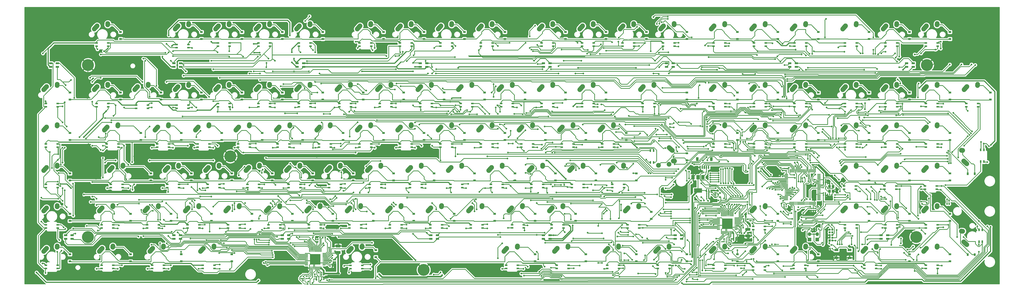
<source format=gbr>
G04 #@! TF.GenerationSoftware,KiCad,Pcbnew,(5.1.9)-1*
G04 #@! TF.CreationDate,2021-04-19T22:21:22+02:00*
G04 #@! TF.ProjectId,keyboard,6b657962-6f61-4726-942e-6b696361645f,rev?*
G04 #@! TF.SameCoordinates,Original*
G04 #@! TF.FileFunction,Copper,L2,Bot*
G04 #@! TF.FilePolarity,Positive*
%FSLAX46Y46*%
G04 Gerber Fmt 4.6, Leading zero omitted, Abs format (unit mm)*
G04 Created by KiCad (PCBNEW (5.1.9)-1) date 2021-04-19 22:21:22*
%MOMM*%
%LPD*%
G01*
G04 APERTURE LIST*
G04 #@! TA.AperFunction,SMDPad,CuDef*
%ADD10R,1.244600X0.800000*%
G04 #@! TD*
G04 #@! TA.AperFunction,ComponentPad*
%ADD11C,2.250000*%
G04 #@! TD*
G04 #@! TA.AperFunction,SMDPad,CuDef*
%ADD12R,1.500000X0.900000*%
G04 #@! TD*
G04 #@! TA.AperFunction,ComponentPad*
%ADD13C,5.600000*%
G04 #@! TD*
G04 #@! TA.AperFunction,SMDPad,CuDef*
%ADD14R,0.800000X1.244600*%
G04 #@! TD*
G04 #@! TA.AperFunction,ComponentPad*
%ADD15O,1.700000X1.700000*%
G04 #@! TD*
G04 #@! TA.AperFunction,ComponentPad*
%ADD16R,1.700000X1.700000*%
G04 #@! TD*
G04 #@! TA.AperFunction,ComponentPad*
%ADD17O,1.000000X1.000000*%
G04 #@! TD*
G04 #@! TA.AperFunction,ComponentPad*
%ADD18R,1.000000X1.000000*%
G04 #@! TD*
G04 #@! TA.AperFunction,SMDPad,CuDef*
%ADD19R,1.200000X0.900000*%
G04 #@! TD*
G04 #@! TA.AperFunction,SMDPad,CuDef*
%ADD20R,0.900000X1.200000*%
G04 #@! TD*
G04 #@! TA.AperFunction,SMDPad,CuDef*
%ADD21R,1.800000X1.100000*%
G04 #@! TD*
G04 #@! TA.AperFunction,SMDPad,CuDef*
%ADD22R,5.000000X5.000000*%
G04 #@! TD*
G04 #@! TA.AperFunction,SMDPad,CuDef*
%ADD23R,3.800000X2.000000*%
G04 #@! TD*
G04 #@! TA.AperFunction,SMDPad,CuDef*
%ADD24R,1.500000X2.000000*%
G04 #@! TD*
G04 #@! TA.AperFunction,SMDPad,CuDef*
%ADD25R,1.060000X0.650000*%
G04 #@! TD*
G04 #@! TA.AperFunction,SMDPad,CuDef*
%ADD26R,1.200000X1.400000*%
G04 #@! TD*
G04 #@! TA.AperFunction,ViaPad*
%ADD27C,0.800000*%
G04 #@! TD*
G04 #@! TA.AperFunction,Conductor*
%ADD28C,0.300000*%
G04 #@! TD*
G04 #@! TA.AperFunction,Conductor*
%ADD29C,0.250000*%
G04 #@! TD*
G04 #@! TA.AperFunction,Conductor*
%ADD30C,0.500000*%
G04 #@! TD*
G04 #@! TA.AperFunction,Conductor*
%ADD31C,0.750000*%
G04 #@! TD*
G04 #@! TA.AperFunction,Conductor*
%ADD32C,0.200000*%
G04 #@! TD*
G04 #@! TA.AperFunction,Conductor*
%ADD33C,0.254000*%
G04 #@! TD*
G04 #@! TA.AperFunction,Conductor*
%ADD34C,0.100000*%
G04 #@! TD*
G04 APERTURE END LIST*
G04 #@! TA.AperFunction,SMDPad,CuDef*
G36*
G01*
X357773799Y-122845800D02*
X359623801Y-122845800D01*
G75*
G02*
X359873800Y-123095799I0J-249999D01*
G01*
X359873800Y-123920801D01*
G75*
G02*
X359623801Y-124170800I-249999J0D01*
G01*
X357773799Y-124170800D01*
G75*
G02*
X357523800Y-123920801I0J249999D01*
G01*
X357523800Y-123095799D01*
G75*
G02*
X357773799Y-122845800I249999J0D01*
G01*
G37*
G04 #@! TD.AperFunction*
G04 #@! TA.AperFunction,SMDPad,CuDef*
G36*
G01*
X357773799Y-119770800D02*
X359623801Y-119770800D01*
G75*
G02*
X359873800Y-120020799I0J-249999D01*
G01*
X359873800Y-120845801D01*
G75*
G02*
X359623801Y-121095800I-249999J0D01*
G01*
X357773799Y-121095800D01*
G75*
G02*
X357523800Y-120845801I0J249999D01*
G01*
X357523800Y-120020799D01*
G75*
G02*
X357773799Y-119770800I249999J0D01*
G01*
G37*
G04 #@! TD.AperFunction*
G04 #@! TA.AperFunction,SMDPad,CuDef*
G36*
G01*
X166675001Y-128925000D02*
X164824999Y-128925000D01*
G75*
G02*
X164575000Y-128675001I0J249999D01*
G01*
X164575000Y-127849999D01*
G75*
G02*
X164824999Y-127600000I249999J0D01*
G01*
X166675001Y-127600000D01*
G75*
G02*
X166925000Y-127849999I0J-249999D01*
G01*
X166925000Y-128675001D01*
G75*
G02*
X166675001Y-128925000I-249999J0D01*
G01*
G37*
G04 #@! TD.AperFunction*
G04 #@! TA.AperFunction,SMDPad,CuDef*
G36*
G01*
X166675001Y-132000000D02*
X164824999Y-132000000D01*
G75*
G02*
X164575000Y-131750001I0J249999D01*
G01*
X164575000Y-130924999D01*
G75*
G02*
X164824999Y-130675000I249999J0D01*
G01*
X166675001Y-130675000D01*
G75*
G02*
X166925000Y-130924999I0J-249999D01*
G01*
X166925000Y-131750001D01*
G75*
G02*
X166675001Y-132000000I-249999J0D01*
G01*
G37*
G04 #@! TD.AperFunction*
D10*
X361200000Y-120550000D03*
X361200000Y-119050000D03*
X366762600Y-119050000D03*
X366762600Y-120550000D03*
D11*
X361831250Y-110300000D03*
G04 #@! TA.AperFunction,ComponentPad*
G36*
G01*
X359769938Y-112597350D02*
X359769933Y-112597345D01*
G75*
G02*
X359683905Y-111008683I751317J837345D01*
G01*
X360993907Y-109548683D01*
G75*
G02*
X362582569Y-109462655I837345J-751317D01*
G01*
X362582569Y-109462655D01*
G75*
G02*
X362668597Y-111051317I-751317J-837345D01*
G01*
X361358595Y-112511317D01*
G75*
G02*
X359769933Y-112597345I-837345J751317D01*
G01*
G37*
G04 #@! TD.AperFunction*
G04 #@! TA.AperFunction,ComponentPad*
G36*
G01*
X366754733Y-110922395D02*
X366753847Y-110922334D01*
G75*
G02*
X365708916Y-109722597I77403J1122334D01*
G01*
X365748916Y-109142597D01*
G75*
G02*
X366948653Y-108097666I1122334J-77403D01*
G01*
X366948653Y-108097666D01*
G75*
G02*
X367993584Y-109297403I-77403J-1122334D01*
G01*
X367953584Y-109877403D01*
G75*
G02*
X366753847Y-110922334I-1122334J77403D01*
G01*
G37*
G04 #@! TD.AperFunction*
X366871250Y-109220000D03*
X316587500Y-90225000D03*
X321587500Y-89725000D03*
X323087500Y-83225000D03*
G04 #@! TA.AperFunction,ComponentPad*
G36*
G01*
X320790150Y-81163688D02*
X320790150Y-81163688D01*
G75*
G02*
X322378812Y-81077650I837350J-751312D01*
G01*
X323838820Y-82387640D01*
G75*
G02*
X323924858Y-83976302I-751312J-837350D01*
G01*
X323924858Y-83976302D01*
G75*
G02*
X322336196Y-84062340I-837350J751312D01*
G01*
X320876188Y-82752350D01*
G75*
G02*
X320790150Y-81163688I751312J837350D01*
G01*
G37*
G04 #@! TD.AperFunction*
X324167500Y-88265000D03*
G04 #@! TA.AperFunction,ComponentPad*
G36*
G01*
X322465240Y-88146524D02*
X322465166Y-88147601D01*
G75*
G02*
X323664899Y-87102666I1122334J-77399D01*
G01*
X324244899Y-87142664D01*
G75*
G02*
X325289834Y-88342397I-77399J-1122334D01*
G01*
X325289834Y-88342397D01*
G75*
G02*
X324090101Y-89387332I-1122334J77399D01*
G01*
X323510101Y-89347334D01*
G75*
G02*
X322465166Y-88147601I77399J1122334D01*
G01*
G37*
G04 #@! TD.AperFunction*
X252293750Y-72200000D03*
G04 #@! TA.AperFunction,ComponentPad*
G36*
G01*
X250232438Y-74497350D02*
X250232433Y-74497345D01*
G75*
G02*
X250146405Y-72908683I751317J837345D01*
G01*
X251456407Y-71448683D01*
G75*
G02*
X253045069Y-71362655I837345J-751317D01*
G01*
X253045069Y-71362655D01*
G75*
G02*
X253131097Y-72951317I-751317J-837345D01*
G01*
X251821095Y-74411317D01*
G75*
G02*
X250232433Y-74497345I-837345J751317D01*
G01*
G37*
G04 #@! TD.AperFunction*
G04 #@! TA.AperFunction,ComponentPad*
G36*
G01*
X257217233Y-72822395D02*
X257216347Y-72822334D01*
G75*
G02*
X256171416Y-71622597I77403J1122334D01*
G01*
X256211416Y-71042597D01*
G75*
G02*
X257411153Y-69997666I1122334J-77403D01*
G01*
X257411153Y-69997666D01*
G75*
G02*
X258456084Y-71197403I-77403J-1122334D01*
G01*
X258416084Y-71777403D01*
G75*
G02*
X257216347Y-72822334I-1122334J77403D01*
G01*
G37*
G04 #@! TD.AperFunction*
X257333750Y-71120000D03*
G04 #@! TA.AperFunction,SMDPad,CuDef*
G36*
G01*
X392975000Y-94425000D02*
X392975000Y-94575000D01*
G75*
G02*
X392900000Y-94650000I-75000J0D01*
G01*
X391450000Y-94650000D01*
G75*
G02*
X391375000Y-94575000I0J75000D01*
G01*
X391375000Y-94425000D01*
G75*
G02*
X391450000Y-94350000I75000J0D01*
G01*
X392900000Y-94350000D01*
G75*
G02*
X392975000Y-94425000I0J-75000D01*
G01*
G37*
G04 #@! TD.AperFunction*
G04 #@! TA.AperFunction,SMDPad,CuDef*
G36*
G01*
X392975000Y-94925000D02*
X392975000Y-95075000D01*
G75*
G02*
X392900000Y-95150000I-75000J0D01*
G01*
X391450000Y-95150000D01*
G75*
G02*
X391375000Y-95075000I0J75000D01*
G01*
X391375000Y-94925000D01*
G75*
G02*
X391450000Y-94850000I75000J0D01*
G01*
X392900000Y-94850000D01*
G75*
G02*
X392975000Y-94925000I0J-75000D01*
G01*
G37*
G04 #@! TD.AperFunction*
G04 #@! TA.AperFunction,SMDPad,CuDef*
G36*
G01*
X392975000Y-95425000D02*
X392975000Y-95575000D01*
G75*
G02*
X392900000Y-95650000I-75000J0D01*
G01*
X391450000Y-95650000D01*
G75*
G02*
X391375000Y-95575000I0J75000D01*
G01*
X391375000Y-95425000D01*
G75*
G02*
X391450000Y-95350000I75000J0D01*
G01*
X392900000Y-95350000D01*
G75*
G02*
X392975000Y-95425000I0J-75000D01*
G01*
G37*
G04 #@! TD.AperFunction*
G04 #@! TA.AperFunction,SMDPad,CuDef*
G36*
G01*
X392975000Y-95925000D02*
X392975000Y-96075000D01*
G75*
G02*
X392900000Y-96150000I-75000J0D01*
G01*
X391450000Y-96150000D01*
G75*
G02*
X391375000Y-96075000I0J75000D01*
G01*
X391375000Y-95925000D01*
G75*
G02*
X391450000Y-95850000I75000J0D01*
G01*
X392900000Y-95850000D01*
G75*
G02*
X392975000Y-95925000I0J-75000D01*
G01*
G37*
G04 #@! TD.AperFunction*
G04 #@! TA.AperFunction,SMDPad,CuDef*
G36*
G01*
X392975000Y-96425000D02*
X392975000Y-96575000D01*
G75*
G02*
X392900000Y-96650000I-75000J0D01*
G01*
X391450000Y-96650000D01*
G75*
G02*
X391375000Y-96575000I0J75000D01*
G01*
X391375000Y-96425000D01*
G75*
G02*
X391450000Y-96350000I75000J0D01*
G01*
X392900000Y-96350000D01*
G75*
G02*
X392975000Y-96425000I0J-75000D01*
G01*
G37*
G04 #@! TD.AperFunction*
G04 #@! TA.AperFunction,SMDPad,CuDef*
G36*
G01*
X392975000Y-96925000D02*
X392975000Y-97075000D01*
G75*
G02*
X392900000Y-97150000I-75000J0D01*
G01*
X391450000Y-97150000D01*
G75*
G02*
X391375000Y-97075000I0J75000D01*
G01*
X391375000Y-96925000D01*
G75*
G02*
X391450000Y-96850000I75000J0D01*
G01*
X392900000Y-96850000D01*
G75*
G02*
X392975000Y-96925000I0J-75000D01*
G01*
G37*
G04 #@! TD.AperFunction*
G04 #@! TA.AperFunction,SMDPad,CuDef*
G36*
G01*
X392975000Y-97425000D02*
X392975000Y-97575000D01*
G75*
G02*
X392900000Y-97650000I-75000J0D01*
G01*
X391450000Y-97650000D01*
G75*
G02*
X391375000Y-97575000I0J75000D01*
G01*
X391375000Y-97425000D01*
G75*
G02*
X391450000Y-97350000I75000J0D01*
G01*
X392900000Y-97350000D01*
G75*
G02*
X392975000Y-97425000I0J-75000D01*
G01*
G37*
G04 #@! TD.AperFunction*
G04 #@! TA.AperFunction,SMDPad,CuDef*
G36*
G01*
X392975000Y-97925000D02*
X392975000Y-98075000D01*
G75*
G02*
X392900000Y-98150000I-75000J0D01*
G01*
X391450000Y-98150000D01*
G75*
G02*
X391375000Y-98075000I0J75000D01*
G01*
X391375000Y-97925000D01*
G75*
G02*
X391450000Y-97850000I75000J0D01*
G01*
X392900000Y-97850000D01*
G75*
G02*
X392975000Y-97925000I0J-75000D01*
G01*
G37*
G04 #@! TD.AperFunction*
G04 #@! TA.AperFunction,SMDPad,CuDef*
G36*
G01*
X392975000Y-98425000D02*
X392975000Y-98575000D01*
G75*
G02*
X392900000Y-98650000I-75000J0D01*
G01*
X391450000Y-98650000D01*
G75*
G02*
X391375000Y-98575000I0J75000D01*
G01*
X391375000Y-98425000D01*
G75*
G02*
X391450000Y-98350000I75000J0D01*
G01*
X392900000Y-98350000D01*
G75*
G02*
X392975000Y-98425000I0J-75000D01*
G01*
G37*
G04 #@! TD.AperFunction*
G04 #@! TA.AperFunction,SMDPad,CuDef*
G36*
G01*
X392975000Y-98925000D02*
X392975000Y-99075000D01*
G75*
G02*
X392900000Y-99150000I-75000J0D01*
G01*
X391450000Y-99150000D01*
G75*
G02*
X391375000Y-99075000I0J75000D01*
G01*
X391375000Y-98925000D01*
G75*
G02*
X391450000Y-98850000I75000J0D01*
G01*
X392900000Y-98850000D01*
G75*
G02*
X392975000Y-98925000I0J-75000D01*
G01*
G37*
G04 #@! TD.AperFunction*
G04 #@! TA.AperFunction,SMDPad,CuDef*
G36*
G01*
X392975000Y-99425000D02*
X392975000Y-99575000D01*
G75*
G02*
X392900000Y-99650000I-75000J0D01*
G01*
X391450000Y-99650000D01*
G75*
G02*
X391375000Y-99575000I0J75000D01*
G01*
X391375000Y-99425000D01*
G75*
G02*
X391450000Y-99350000I75000J0D01*
G01*
X392900000Y-99350000D01*
G75*
G02*
X392975000Y-99425000I0J-75000D01*
G01*
G37*
G04 #@! TD.AperFunction*
G04 #@! TA.AperFunction,SMDPad,CuDef*
G36*
G01*
X392975000Y-99925000D02*
X392975000Y-100075000D01*
G75*
G02*
X392900000Y-100150000I-75000J0D01*
G01*
X391450000Y-100150000D01*
G75*
G02*
X391375000Y-100075000I0J75000D01*
G01*
X391375000Y-99925000D01*
G75*
G02*
X391450000Y-99850000I75000J0D01*
G01*
X392900000Y-99850000D01*
G75*
G02*
X392975000Y-99925000I0J-75000D01*
G01*
G37*
G04 #@! TD.AperFunction*
G04 #@! TA.AperFunction,SMDPad,CuDef*
G36*
G01*
X392975000Y-100425000D02*
X392975000Y-100575000D01*
G75*
G02*
X392900000Y-100650000I-75000J0D01*
G01*
X391450000Y-100650000D01*
G75*
G02*
X391375000Y-100575000I0J75000D01*
G01*
X391375000Y-100425000D01*
G75*
G02*
X391450000Y-100350000I75000J0D01*
G01*
X392900000Y-100350000D01*
G75*
G02*
X392975000Y-100425000I0J-75000D01*
G01*
G37*
G04 #@! TD.AperFunction*
G04 #@! TA.AperFunction,SMDPad,CuDef*
G36*
G01*
X392975000Y-100925000D02*
X392975000Y-101075000D01*
G75*
G02*
X392900000Y-101150000I-75000J0D01*
G01*
X391450000Y-101150000D01*
G75*
G02*
X391375000Y-101075000I0J75000D01*
G01*
X391375000Y-100925000D01*
G75*
G02*
X391450000Y-100850000I75000J0D01*
G01*
X392900000Y-100850000D01*
G75*
G02*
X392975000Y-100925000I0J-75000D01*
G01*
G37*
G04 #@! TD.AperFunction*
G04 #@! TA.AperFunction,SMDPad,CuDef*
G36*
G01*
X392975000Y-101425000D02*
X392975000Y-101575000D01*
G75*
G02*
X392900000Y-101650000I-75000J0D01*
G01*
X391450000Y-101650000D01*
G75*
G02*
X391375000Y-101575000I0J75000D01*
G01*
X391375000Y-101425000D01*
G75*
G02*
X391450000Y-101350000I75000J0D01*
G01*
X392900000Y-101350000D01*
G75*
G02*
X392975000Y-101425000I0J-75000D01*
G01*
G37*
G04 #@! TD.AperFunction*
G04 #@! TA.AperFunction,SMDPad,CuDef*
G36*
G01*
X392975000Y-101925000D02*
X392975000Y-102075000D01*
G75*
G02*
X392900000Y-102150000I-75000J0D01*
G01*
X391450000Y-102150000D01*
G75*
G02*
X391375000Y-102075000I0J75000D01*
G01*
X391375000Y-101925000D01*
G75*
G02*
X391450000Y-101850000I75000J0D01*
G01*
X392900000Y-101850000D01*
G75*
G02*
X392975000Y-101925000I0J-75000D01*
G01*
G37*
G04 #@! TD.AperFunction*
G04 #@! TA.AperFunction,SMDPad,CuDef*
G36*
G01*
X392975000Y-102425000D02*
X392975000Y-102575000D01*
G75*
G02*
X392900000Y-102650000I-75000J0D01*
G01*
X391450000Y-102650000D01*
G75*
G02*
X391375000Y-102575000I0J75000D01*
G01*
X391375000Y-102425000D01*
G75*
G02*
X391450000Y-102350000I75000J0D01*
G01*
X392900000Y-102350000D01*
G75*
G02*
X392975000Y-102425000I0J-75000D01*
G01*
G37*
G04 #@! TD.AperFunction*
G04 #@! TA.AperFunction,SMDPad,CuDef*
G36*
G01*
X392975000Y-102925000D02*
X392975000Y-103075000D01*
G75*
G02*
X392900000Y-103150000I-75000J0D01*
G01*
X391450000Y-103150000D01*
G75*
G02*
X391375000Y-103075000I0J75000D01*
G01*
X391375000Y-102925000D01*
G75*
G02*
X391450000Y-102850000I75000J0D01*
G01*
X392900000Y-102850000D01*
G75*
G02*
X392975000Y-102925000I0J-75000D01*
G01*
G37*
G04 #@! TD.AperFunction*
G04 #@! TA.AperFunction,SMDPad,CuDef*
G36*
G01*
X392975000Y-103425000D02*
X392975000Y-103575000D01*
G75*
G02*
X392900000Y-103650000I-75000J0D01*
G01*
X391450000Y-103650000D01*
G75*
G02*
X391375000Y-103575000I0J75000D01*
G01*
X391375000Y-103425000D01*
G75*
G02*
X391450000Y-103350000I75000J0D01*
G01*
X392900000Y-103350000D01*
G75*
G02*
X392975000Y-103425000I0J-75000D01*
G01*
G37*
G04 #@! TD.AperFunction*
G04 #@! TA.AperFunction,SMDPad,CuDef*
G36*
G01*
X392975000Y-103925000D02*
X392975000Y-104075000D01*
G75*
G02*
X392900000Y-104150000I-75000J0D01*
G01*
X391450000Y-104150000D01*
G75*
G02*
X391375000Y-104075000I0J75000D01*
G01*
X391375000Y-103925000D01*
G75*
G02*
X391450000Y-103850000I75000J0D01*
G01*
X392900000Y-103850000D01*
G75*
G02*
X392975000Y-103925000I0J-75000D01*
G01*
G37*
G04 #@! TD.AperFunction*
G04 #@! TA.AperFunction,SMDPad,CuDef*
G36*
G01*
X392975000Y-104425000D02*
X392975000Y-104575000D01*
G75*
G02*
X392900000Y-104650000I-75000J0D01*
G01*
X391450000Y-104650000D01*
G75*
G02*
X391375000Y-104575000I0J75000D01*
G01*
X391375000Y-104425000D01*
G75*
G02*
X391450000Y-104350000I75000J0D01*
G01*
X392900000Y-104350000D01*
G75*
G02*
X392975000Y-104425000I0J-75000D01*
G01*
G37*
G04 #@! TD.AperFunction*
G04 #@! TA.AperFunction,SMDPad,CuDef*
G36*
G01*
X392975000Y-104925000D02*
X392975000Y-105075000D01*
G75*
G02*
X392900000Y-105150000I-75000J0D01*
G01*
X391450000Y-105150000D01*
G75*
G02*
X391375000Y-105075000I0J75000D01*
G01*
X391375000Y-104925000D01*
G75*
G02*
X391450000Y-104850000I75000J0D01*
G01*
X392900000Y-104850000D01*
G75*
G02*
X392975000Y-104925000I0J-75000D01*
G01*
G37*
G04 #@! TD.AperFunction*
G04 #@! TA.AperFunction,SMDPad,CuDef*
G36*
G01*
X392975000Y-105425000D02*
X392975000Y-105575000D01*
G75*
G02*
X392900000Y-105650000I-75000J0D01*
G01*
X391450000Y-105650000D01*
G75*
G02*
X391375000Y-105575000I0J75000D01*
G01*
X391375000Y-105425000D01*
G75*
G02*
X391450000Y-105350000I75000J0D01*
G01*
X392900000Y-105350000D01*
G75*
G02*
X392975000Y-105425000I0J-75000D01*
G01*
G37*
G04 #@! TD.AperFunction*
G04 #@! TA.AperFunction,SMDPad,CuDef*
G36*
G01*
X392975000Y-105925000D02*
X392975000Y-106075000D01*
G75*
G02*
X392900000Y-106150000I-75000J0D01*
G01*
X391450000Y-106150000D01*
G75*
G02*
X391375000Y-106075000I0J75000D01*
G01*
X391375000Y-105925000D01*
G75*
G02*
X391450000Y-105850000I75000J0D01*
G01*
X392900000Y-105850000D01*
G75*
G02*
X392975000Y-105925000I0J-75000D01*
G01*
G37*
G04 #@! TD.AperFunction*
G04 #@! TA.AperFunction,SMDPad,CuDef*
G36*
G01*
X392975000Y-106425000D02*
X392975000Y-106575000D01*
G75*
G02*
X392900000Y-106650000I-75000J0D01*
G01*
X391450000Y-106650000D01*
G75*
G02*
X391375000Y-106575000I0J75000D01*
G01*
X391375000Y-106425000D01*
G75*
G02*
X391450000Y-106350000I75000J0D01*
G01*
X392900000Y-106350000D01*
G75*
G02*
X392975000Y-106425000I0J-75000D01*
G01*
G37*
G04 #@! TD.AperFunction*
G04 #@! TA.AperFunction,SMDPad,CuDef*
G36*
G01*
X390650000Y-107450000D02*
X390650000Y-108900000D01*
G75*
G02*
X390575000Y-108975000I-75000J0D01*
G01*
X390425000Y-108975000D01*
G75*
G02*
X390350000Y-108900000I0J75000D01*
G01*
X390350000Y-107450000D01*
G75*
G02*
X390425000Y-107375000I75000J0D01*
G01*
X390575000Y-107375000D01*
G75*
G02*
X390650000Y-107450000I0J-75000D01*
G01*
G37*
G04 #@! TD.AperFunction*
G04 #@! TA.AperFunction,SMDPad,CuDef*
G36*
G01*
X390150000Y-107450000D02*
X390150000Y-108900000D01*
G75*
G02*
X390075000Y-108975000I-75000J0D01*
G01*
X389925000Y-108975000D01*
G75*
G02*
X389850000Y-108900000I0J75000D01*
G01*
X389850000Y-107450000D01*
G75*
G02*
X389925000Y-107375000I75000J0D01*
G01*
X390075000Y-107375000D01*
G75*
G02*
X390150000Y-107450000I0J-75000D01*
G01*
G37*
G04 #@! TD.AperFunction*
G04 #@! TA.AperFunction,SMDPad,CuDef*
G36*
G01*
X389650000Y-107450000D02*
X389650000Y-108900000D01*
G75*
G02*
X389575000Y-108975000I-75000J0D01*
G01*
X389425000Y-108975000D01*
G75*
G02*
X389350000Y-108900000I0J75000D01*
G01*
X389350000Y-107450000D01*
G75*
G02*
X389425000Y-107375000I75000J0D01*
G01*
X389575000Y-107375000D01*
G75*
G02*
X389650000Y-107450000I0J-75000D01*
G01*
G37*
G04 #@! TD.AperFunction*
G04 #@! TA.AperFunction,SMDPad,CuDef*
G36*
G01*
X389150000Y-107450000D02*
X389150000Y-108900000D01*
G75*
G02*
X389075000Y-108975000I-75000J0D01*
G01*
X388925000Y-108975000D01*
G75*
G02*
X388850000Y-108900000I0J75000D01*
G01*
X388850000Y-107450000D01*
G75*
G02*
X388925000Y-107375000I75000J0D01*
G01*
X389075000Y-107375000D01*
G75*
G02*
X389150000Y-107450000I0J-75000D01*
G01*
G37*
G04 #@! TD.AperFunction*
G04 #@! TA.AperFunction,SMDPad,CuDef*
G36*
G01*
X388650000Y-107450000D02*
X388650000Y-108900000D01*
G75*
G02*
X388575000Y-108975000I-75000J0D01*
G01*
X388425000Y-108975000D01*
G75*
G02*
X388350000Y-108900000I0J75000D01*
G01*
X388350000Y-107450000D01*
G75*
G02*
X388425000Y-107375000I75000J0D01*
G01*
X388575000Y-107375000D01*
G75*
G02*
X388650000Y-107450000I0J-75000D01*
G01*
G37*
G04 #@! TD.AperFunction*
G04 #@! TA.AperFunction,SMDPad,CuDef*
G36*
G01*
X388150000Y-107450000D02*
X388150000Y-108900000D01*
G75*
G02*
X388075000Y-108975000I-75000J0D01*
G01*
X387925000Y-108975000D01*
G75*
G02*
X387850000Y-108900000I0J75000D01*
G01*
X387850000Y-107450000D01*
G75*
G02*
X387925000Y-107375000I75000J0D01*
G01*
X388075000Y-107375000D01*
G75*
G02*
X388150000Y-107450000I0J-75000D01*
G01*
G37*
G04 #@! TD.AperFunction*
G04 #@! TA.AperFunction,SMDPad,CuDef*
G36*
G01*
X387650000Y-107450000D02*
X387650000Y-108900000D01*
G75*
G02*
X387575000Y-108975000I-75000J0D01*
G01*
X387425000Y-108975000D01*
G75*
G02*
X387350000Y-108900000I0J75000D01*
G01*
X387350000Y-107450000D01*
G75*
G02*
X387425000Y-107375000I75000J0D01*
G01*
X387575000Y-107375000D01*
G75*
G02*
X387650000Y-107450000I0J-75000D01*
G01*
G37*
G04 #@! TD.AperFunction*
G04 #@! TA.AperFunction,SMDPad,CuDef*
G36*
G01*
X387150000Y-107450000D02*
X387150000Y-108900000D01*
G75*
G02*
X387075000Y-108975000I-75000J0D01*
G01*
X386925000Y-108975000D01*
G75*
G02*
X386850000Y-108900000I0J75000D01*
G01*
X386850000Y-107450000D01*
G75*
G02*
X386925000Y-107375000I75000J0D01*
G01*
X387075000Y-107375000D01*
G75*
G02*
X387150000Y-107450000I0J-75000D01*
G01*
G37*
G04 #@! TD.AperFunction*
G04 #@! TA.AperFunction,SMDPad,CuDef*
G36*
G01*
X386650000Y-107450000D02*
X386650000Y-108900000D01*
G75*
G02*
X386575000Y-108975000I-75000J0D01*
G01*
X386425000Y-108975000D01*
G75*
G02*
X386350000Y-108900000I0J75000D01*
G01*
X386350000Y-107450000D01*
G75*
G02*
X386425000Y-107375000I75000J0D01*
G01*
X386575000Y-107375000D01*
G75*
G02*
X386650000Y-107450000I0J-75000D01*
G01*
G37*
G04 #@! TD.AperFunction*
G04 #@! TA.AperFunction,SMDPad,CuDef*
G36*
G01*
X386150000Y-107450000D02*
X386150000Y-108900000D01*
G75*
G02*
X386075000Y-108975000I-75000J0D01*
G01*
X385925000Y-108975000D01*
G75*
G02*
X385850000Y-108900000I0J75000D01*
G01*
X385850000Y-107450000D01*
G75*
G02*
X385925000Y-107375000I75000J0D01*
G01*
X386075000Y-107375000D01*
G75*
G02*
X386150000Y-107450000I0J-75000D01*
G01*
G37*
G04 #@! TD.AperFunction*
G04 #@! TA.AperFunction,SMDPad,CuDef*
G36*
G01*
X385650000Y-107450000D02*
X385650000Y-108900000D01*
G75*
G02*
X385575000Y-108975000I-75000J0D01*
G01*
X385425000Y-108975000D01*
G75*
G02*
X385350000Y-108900000I0J75000D01*
G01*
X385350000Y-107450000D01*
G75*
G02*
X385425000Y-107375000I75000J0D01*
G01*
X385575000Y-107375000D01*
G75*
G02*
X385650000Y-107450000I0J-75000D01*
G01*
G37*
G04 #@! TD.AperFunction*
G04 #@! TA.AperFunction,SMDPad,CuDef*
G36*
G01*
X385150000Y-107450000D02*
X385150000Y-108900000D01*
G75*
G02*
X385075000Y-108975000I-75000J0D01*
G01*
X384925000Y-108975000D01*
G75*
G02*
X384850000Y-108900000I0J75000D01*
G01*
X384850000Y-107450000D01*
G75*
G02*
X384925000Y-107375000I75000J0D01*
G01*
X385075000Y-107375000D01*
G75*
G02*
X385150000Y-107450000I0J-75000D01*
G01*
G37*
G04 #@! TD.AperFunction*
G04 #@! TA.AperFunction,SMDPad,CuDef*
G36*
G01*
X384650000Y-107450000D02*
X384650000Y-108900000D01*
G75*
G02*
X384575000Y-108975000I-75000J0D01*
G01*
X384425000Y-108975000D01*
G75*
G02*
X384350000Y-108900000I0J75000D01*
G01*
X384350000Y-107450000D01*
G75*
G02*
X384425000Y-107375000I75000J0D01*
G01*
X384575000Y-107375000D01*
G75*
G02*
X384650000Y-107450000I0J-75000D01*
G01*
G37*
G04 #@! TD.AperFunction*
G04 #@! TA.AperFunction,SMDPad,CuDef*
G36*
G01*
X384150000Y-107450000D02*
X384150000Y-108900000D01*
G75*
G02*
X384075000Y-108975000I-75000J0D01*
G01*
X383925000Y-108975000D01*
G75*
G02*
X383850000Y-108900000I0J75000D01*
G01*
X383850000Y-107450000D01*
G75*
G02*
X383925000Y-107375000I75000J0D01*
G01*
X384075000Y-107375000D01*
G75*
G02*
X384150000Y-107450000I0J-75000D01*
G01*
G37*
G04 #@! TD.AperFunction*
G04 #@! TA.AperFunction,SMDPad,CuDef*
G36*
G01*
X383650000Y-107450000D02*
X383650000Y-108900000D01*
G75*
G02*
X383575000Y-108975000I-75000J0D01*
G01*
X383425000Y-108975000D01*
G75*
G02*
X383350000Y-108900000I0J75000D01*
G01*
X383350000Y-107450000D01*
G75*
G02*
X383425000Y-107375000I75000J0D01*
G01*
X383575000Y-107375000D01*
G75*
G02*
X383650000Y-107450000I0J-75000D01*
G01*
G37*
G04 #@! TD.AperFunction*
G04 #@! TA.AperFunction,SMDPad,CuDef*
G36*
G01*
X383150000Y-107450000D02*
X383150000Y-108900000D01*
G75*
G02*
X383075000Y-108975000I-75000J0D01*
G01*
X382925000Y-108975000D01*
G75*
G02*
X382850000Y-108900000I0J75000D01*
G01*
X382850000Y-107450000D01*
G75*
G02*
X382925000Y-107375000I75000J0D01*
G01*
X383075000Y-107375000D01*
G75*
G02*
X383150000Y-107450000I0J-75000D01*
G01*
G37*
G04 #@! TD.AperFunction*
G04 #@! TA.AperFunction,SMDPad,CuDef*
G36*
G01*
X382650000Y-107450000D02*
X382650000Y-108900000D01*
G75*
G02*
X382575000Y-108975000I-75000J0D01*
G01*
X382425000Y-108975000D01*
G75*
G02*
X382350000Y-108900000I0J75000D01*
G01*
X382350000Y-107450000D01*
G75*
G02*
X382425000Y-107375000I75000J0D01*
G01*
X382575000Y-107375000D01*
G75*
G02*
X382650000Y-107450000I0J-75000D01*
G01*
G37*
G04 #@! TD.AperFunction*
G04 #@! TA.AperFunction,SMDPad,CuDef*
G36*
G01*
X382150000Y-107450000D02*
X382150000Y-108900000D01*
G75*
G02*
X382075000Y-108975000I-75000J0D01*
G01*
X381925000Y-108975000D01*
G75*
G02*
X381850000Y-108900000I0J75000D01*
G01*
X381850000Y-107450000D01*
G75*
G02*
X381925000Y-107375000I75000J0D01*
G01*
X382075000Y-107375000D01*
G75*
G02*
X382150000Y-107450000I0J-75000D01*
G01*
G37*
G04 #@! TD.AperFunction*
G04 #@! TA.AperFunction,SMDPad,CuDef*
G36*
G01*
X381650000Y-107450000D02*
X381650000Y-108900000D01*
G75*
G02*
X381575000Y-108975000I-75000J0D01*
G01*
X381425000Y-108975000D01*
G75*
G02*
X381350000Y-108900000I0J75000D01*
G01*
X381350000Y-107450000D01*
G75*
G02*
X381425000Y-107375000I75000J0D01*
G01*
X381575000Y-107375000D01*
G75*
G02*
X381650000Y-107450000I0J-75000D01*
G01*
G37*
G04 #@! TD.AperFunction*
G04 #@! TA.AperFunction,SMDPad,CuDef*
G36*
G01*
X381150000Y-107450000D02*
X381150000Y-108900000D01*
G75*
G02*
X381075000Y-108975000I-75000J0D01*
G01*
X380925000Y-108975000D01*
G75*
G02*
X380850000Y-108900000I0J75000D01*
G01*
X380850000Y-107450000D01*
G75*
G02*
X380925000Y-107375000I75000J0D01*
G01*
X381075000Y-107375000D01*
G75*
G02*
X381150000Y-107450000I0J-75000D01*
G01*
G37*
G04 #@! TD.AperFunction*
G04 #@! TA.AperFunction,SMDPad,CuDef*
G36*
G01*
X380650000Y-107450000D02*
X380650000Y-108900000D01*
G75*
G02*
X380575000Y-108975000I-75000J0D01*
G01*
X380425000Y-108975000D01*
G75*
G02*
X380350000Y-108900000I0J75000D01*
G01*
X380350000Y-107450000D01*
G75*
G02*
X380425000Y-107375000I75000J0D01*
G01*
X380575000Y-107375000D01*
G75*
G02*
X380650000Y-107450000I0J-75000D01*
G01*
G37*
G04 #@! TD.AperFunction*
G04 #@! TA.AperFunction,SMDPad,CuDef*
G36*
G01*
X380150000Y-107450000D02*
X380150000Y-108900000D01*
G75*
G02*
X380075000Y-108975000I-75000J0D01*
G01*
X379925000Y-108975000D01*
G75*
G02*
X379850000Y-108900000I0J75000D01*
G01*
X379850000Y-107450000D01*
G75*
G02*
X379925000Y-107375000I75000J0D01*
G01*
X380075000Y-107375000D01*
G75*
G02*
X380150000Y-107450000I0J-75000D01*
G01*
G37*
G04 #@! TD.AperFunction*
G04 #@! TA.AperFunction,SMDPad,CuDef*
G36*
G01*
X379650000Y-107450000D02*
X379650000Y-108900000D01*
G75*
G02*
X379575000Y-108975000I-75000J0D01*
G01*
X379425000Y-108975000D01*
G75*
G02*
X379350000Y-108900000I0J75000D01*
G01*
X379350000Y-107450000D01*
G75*
G02*
X379425000Y-107375000I75000J0D01*
G01*
X379575000Y-107375000D01*
G75*
G02*
X379650000Y-107450000I0J-75000D01*
G01*
G37*
G04 #@! TD.AperFunction*
G04 #@! TA.AperFunction,SMDPad,CuDef*
G36*
G01*
X379150000Y-107450000D02*
X379150000Y-108900000D01*
G75*
G02*
X379075000Y-108975000I-75000J0D01*
G01*
X378925000Y-108975000D01*
G75*
G02*
X378850000Y-108900000I0J75000D01*
G01*
X378850000Y-107450000D01*
G75*
G02*
X378925000Y-107375000I75000J0D01*
G01*
X379075000Y-107375000D01*
G75*
G02*
X379150000Y-107450000I0J-75000D01*
G01*
G37*
G04 #@! TD.AperFunction*
G04 #@! TA.AperFunction,SMDPad,CuDef*
G36*
G01*
X378650000Y-107450000D02*
X378650000Y-108900000D01*
G75*
G02*
X378575000Y-108975000I-75000J0D01*
G01*
X378425000Y-108975000D01*
G75*
G02*
X378350000Y-108900000I0J75000D01*
G01*
X378350000Y-107450000D01*
G75*
G02*
X378425000Y-107375000I75000J0D01*
G01*
X378575000Y-107375000D01*
G75*
G02*
X378650000Y-107450000I0J-75000D01*
G01*
G37*
G04 #@! TD.AperFunction*
G04 #@! TA.AperFunction,SMDPad,CuDef*
G36*
G01*
X377625000Y-106425000D02*
X377625000Y-106575000D01*
G75*
G02*
X377550000Y-106650000I-75000J0D01*
G01*
X376100000Y-106650000D01*
G75*
G02*
X376025000Y-106575000I0J75000D01*
G01*
X376025000Y-106425000D01*
G75*
G02*
X376100000Y-106350000I75000J0D01*
G01*
X377550000Y-106350000D01*
G75*
G02*
X377625000Y-106425000I0J-75000D01*
G01*
G37*
G04 #@! TD.AperFunction*
G04 #@! TA.AperFunction,SMDPad,CuDef*
G36*
G01*
X377625000Y-105925000D02*
X377625000Y-106075000D01*
G75*
G02*
X377550000Y-106150000I-75000J0D01*
G01*
X376100000Y-106150000D01*
G75*
G02*
X376025000Y-106075000I0J75000D01*
G01*
X376025000Y-105925000D01*
G75*
G02*
X376100000Y-105850000I75000J0D01*
G01*
X377550000Y-105850000D01*
G75*
G02*
X377625000Y-105925000I0J-75000D01*
G01*
G37*
G04 #@! TD.AperFunction*
G04 #@! TA.AperFunction,SMDPad,CuDef*
G36*
G01*
X377625000Y-105425000D02*
X377625000Y-105575000D01*
G75*
G02*
X377550000Y-105650000I-75000J0D01*
G01*
X376100000Y-105650000D01*
G75*
G02*
X376025000Y-105575000I0J75000D01*
G01*
X376025000Y-105425000D01*
G75*
G02*
X376100000Y-105350000I75000J0D01*
G01*
X377550000Y-105350000D01*
G75*
G02*
X377625000Y-105425000I0J-75000D01*
G01*
G37*
G04 #@! TD.AperFunction*
G04 #@! TA.AperFunction,SMDPad,CuDef*
G36*
G01*
X377625000Y-104925000D02*
X377625000Y-105075000D01*
G75*
G02*
X377550000Y-105150000I-75000J0D01*
G01*
X376100000Y-105150000D01*
G75*
G02*
X376025000Y-105075000I0J75000D01*
G01*
X376025000Y-104925000D01*
G75*
G02*
X376100000Y-104850000I75000J0D01*
G01*
X377550000Y-104850000D01*
G75*
G02*
X377625000Y-104925000I0J-75000D01*
G01*
G37*
G04 #@! TD.AperFunction*
G04 #@! TA.AperFunction,SMDPad,CuDef*
G36*
G01*
X377625000Y-104425000D02*
X377625000Y-104575000D01*
G75*
G02*
X377550000Y-104650000I-75000J0D01*
G01*
X376100000Y-104650000D01*
G75*
G02*
X376025000Y-104575000I0J75000D01*
G01*
X376025000Y-104425000D01*
G75*
G02*
X376100000Y-104350000I75000J0D01*
G01*
X377550000Y-104350000D01*
G75*
G02*
X377625000Y-104425000I0J-75000D01*
G01*
G37*
G04 #@! TD.AperFunction*
G04 #@! TA.AperFunction,SMDPad,CuDef*
G36*
G01*
X377625000Y-103925000D02*
X377625000Y-104075000D01*
G75*
G02*
X377550000Y-104150000I-75000J0D01*
G01*
X376100000Y-104150000D01*
G75*
G02*
X376025000Y-104075000I0J75000D01*
G01*
X376025000Y-103925000D01*
G75*
G02*
X376100000Y-103850000I75000J0D01*
G01*
X377550000Y-103850000D01*
G75*
G02*
X377625000Y-103925000I0J-75000D01*
G01*
G37*
G04 #@! TD.AperFunction*
G04 #@! TA.AperFunction,SMDPad,CuDef*
G36*
G01*
X377625000Y-103425000D02*
X377625000Y-103575000D01*
G75*
G02*
X377550000Y-103650000I-75000J0D01*
G01*
X376100000Y-103650000D01*
G75*
G02*
X376025000Y-103575000I0J75000D01*
G01*
X376025000Y-103425000D01*
G75*
G02*
X376100000Y-103350000I75000J0D01*
G01*
X377550000Y-103350000D01*
G75*
G02*
X377625000Y-103425000I0J-75000D01*
G01*
G37*
G04 #@! TD.AperFunction*
G04 #@! TA.AperFunction,SMDPad,CuDef*
G36*
G01*
X377625000Y-102925000D02*
X377625000Y-103075000D01*
G75*
G02*
X377550000Y-103150000I-75000J0D01*
G01*
X376100000Y-103150000D01*
G75*
G02*
X376025000Y-103075000I0J75000D01*
G01*
X376025000Y-102925000D01*
G75*
G02*
X376100000Y-102850000I75000J0D01*
G01*
X377550000Y-102850000D01*
G75*
G02*
X377625000Y-102925000I0J-75000D01*
G01*
G37*
G04 #@! TD.AperFunction*
G04 #@! TA.AperFunction,SMDPad,CuDef*
G36*
G01*
X377625000Y-102425000D02*
X377625000Y-102575000D01*
G75*
G02*
X377550000Y-102650000I-75000J0D01*
G01*
X376100000Y-102650000D01*
G75*
G02*
X376025000Y-102575000I0J75000D01*
G01*
X376025000Y-102425000D01*
G75*
G02*
X376100000Y-102350000I75000J0D01*
G01*
X377550000Y-102350000D01*
G75*
G02*
X377625000Y-102425000I0J-75000D01*
G01*
G37*
G04 #@! TD.AperFunction*
G04 #@! TA.AperFunction,SMDPad,CuDef*
G36*
G01*
X377625000Y-101925000D02*
X377625000Y-102075000D01*
G75*
G02*
X377550000Y-102150000I-75000J0D01*
G01*
X376100000Y-102150000D01*
G75*
G02*
X376025000Y-102075000I0J75000D01*
G01*
X376025000Y-101925000D01*
G75*
G02*
X376100000Y-101850000I75000J0D01*
G01*
X377550000Y-101850000D01*
G75*
G02*
X377625000Y-101925000I0J-75000D01*
G01*
G37*
G04 #@! TD.AperFunction*
G04 #@! TA.AperFunction,SMDPad,CuDef*
G36*
G01*
X377625000Y-101425000D02*
X377625000Y-101575000D01*
G75*
G02*
X377550000Y-101650000I-75000J0D01*
G01*
X376100000Y-101650000D01*
G75*
G02*
X376025000Y-101575000I0J75000D01*
G01*
X376025000Y-101425000D01*
G75*
G02*
X376100000Y-101350000I75000J0D01*
G01*
X377550000Y-101350000D01*
G75*
G02*
X377625000Y-101425000I0J-75000D01*
G01*
G37*
G04 #@! TD.AperFunction*
G04 #@! TA.AperFunction,SMDPad,CuDef*
G36*
G01*
X377625000Y-100925000D02*
X377625000Y-101075000D01*
G75*
G02*
X377550000Y-101150000I-75000J0D01*
G01*
X376100000Y-101150000D01*
G75*
G02*
X376025000Y-101075000I0J75000D01*
G01*
X376025000Y-100925000D01*
G75*
G02*
X376100000Y-100850000I75000J0D01*
G01*
X377550000Y-100850000D01*
G75*
G02*
X377625000Y-100925000I0J-75000D01*
G01*
G37*
G04 #@! TD.AperFunction*
G04 #@! TA.AperFunction,SMDPad,CuDef*
G36*
G01*
X377625000Y-100425000D02*
X377625000Y-100575000D01*
G75*
G02*
X377550000Y-100650000I-75000J0D01*
G01*
X376100000Y-100650000D01*
G75*
G02*
X376025000Y-100575000I0J75000D01*
G01*
X376025000Y-100425000D01*
G75*
G02*
X376100000Y-100350000I75000J0D01*
G01*
X377550000Y-100350000D01*
G75*
G02*
X377625000Y-100425000I0J-75000D01*
G01*
G37*
G04 #@! TD.AperFunction*
G04 #@! TA.AperFunction,SMDPad,CuDef*
G36*
G01*
X377625000Y-99925000D02*
X377625000Y-100075000D01*
G75*
G02*
X377550000Y-100150000I-75000J0D01*
G01*
X376100000Y-100150000D01*
G75*
G02*
X376025000Y-100075000I0J75000D01*
G01*
X376025000Y-99925000D01*
G75*
G02*
X376100000Y-99850000I75000J0D01*
G01*
X377550000Y-99850000D01*
G75*
G02*
X377625000Y-99925000I0J-75000D01*
G01*
G37*
G04 #@! TD.AperFunction*
G04 #@! TA.AperFunction,SMDPad,CuDef*
G36*
G01*
X377625000Y-99425000D02*
X377625000Y-99575000D01*
G75*
G02*
X377550000Y-99650000I-75000J0D01*
G01*
X376100000Y-99650000D01*
G75*
G02*
X376025000Y-99575000I0J75000D01*
G01*
X376025000Y-99425000D01*
G75*
G02*
X376100000Y-99350000I75000J0D01*
G01*
X377550000Y-99350000D01*
G75*
G02*
X377625000Y-99425000I0J-75000D01*
G01*
G37*
G04 #@! TD.AperFunction*
G04 #@! TA.AperFunction,SMDPad,CuDef*
G36*
G01*
X377625000Y-98925000D02*
X377625000Y-99075000D01*
G75*
G02*
X377550000Y-99150000I-75000J0D01*
G01*
X376100000Y-99150000D01*
G75*
G02*
X376025000Y-99075000I0J75000D01*
G01*
X376025000Y-98925000D01*
G75*
G02*
X376100000Y-98850000I75000J0D01*
G01*
X377550000Y-98850000D01*
G75*
G02*
X377625000Y-98925000I0J-75000D01*
G01*
G37*
G04 #@! TD.AperFunction*
G04 #@! TA.AperFunction,SMDPad,CuDef*
G36*
G01*
X377625000Y-98425000D02*
X377625000Y-98575000D01*
G75*
G02*
X377550000Y-98650000I-75000J0D01*
G01*
X376100000Y-98650000D01*
G75*
G02*
X376025000Y-98575000I0J75000D01*
G01*
X376025000Y-98425000D01*
G75*
G02*
X376100000Y-98350000I75000J0D01*
G01*
X377550000Y-98350000D01*
G75*
G02*
X377625000Y-98425000I0J-75000D01*
G01*
G37*
G04 #@! TD.AperFunction*
G04 #@! TA.AperFunction,SMDPad,CuDef*
G36*
G01*
X377625000Y-97925000D02*
X377625000Y-98075000D01*
G75*
G02*
X377550000Y-98150000I-75000J0D01*
G01*
X376100000Y-98150000D01*
G75*
G02*
X376025000Y-98075000I0J75000D01*
G01*
X376025000Y-97925000D01*
G75*
G02*
X376100000Y-97850000I75000J0D01*
G01*
X377550000Y-97850000D01*
G75*
G02*
X377625000Y-97925000I0J-75000D01*
G01*
G37*
G04 #@! TD.AperFunction*
G04 #@! TA.AperFunction,SMDPad,CuDef*
G36*
G01*
X377625000Y-97425000D02*
X377625000Y-97575000D01*
G75*
G02*
X377550000Y-97650000I-75000J0D01*
G01*
X376100000Y-97650000D01*
G75*
G02*
X376025000Y-97575000I0J75000D01*
G01*
X376025000Y-97425000D01*
G75*
G02*
X376100000Y-97350000I75000J0D01*
G01*
X377550000Y-97350000D01*
G75*
G02*
X377625000Y-97425000I0J-75000D01*
G01*
G37*
G04 #@! TD.AperFunction*
G04 #@! TA.AperFunction,SMDPad,CuDef*
G36*
G01*
X377625000Y-96925000D02*
X377625000Y-97075000D01*
G75*
G02*
X377550000Y-97150000I-75000J0D01*
G01*
X376100000Y-97150000D01*
G75*
G02*
X376025000Y-97075000I0J75000D01*
G01*
X376025000Y-96925000D01*
G75*
G02*
X376100000Y-96850000I75000J0D01*
G01*
X377550000Y-96850000D01*
G75*
G02*
X377625000Y-96925000I0J-75000D01*
G01*
G37*
G04 #@! TD.AperFunction*
G04 #@! TA.AperFunction,SMDPad,CuDef*
G36*
G01*
X377625000Y-96425000D02*
X377625000Y-96575000D01*
G75*
G02*
X377550000Y-96650000I-75000J0D01*
G01*
X376100000Y-96650000D01*
G75*
G02*
X376025000Y-96575000I0J75000D01*
G01*
X376025000Y-96425000D01*
G75*
G02*
X376100000Y-96350000I75000J0D01*
G01*
X377550000Y-96350000D01*
G75*
G02*
X377625000Y-96425000I0J-75000D01*
G01*
G37*
G04 #@! TD.AperFunction*
G04 #@! TA.AperFunction,SMDPad,CuDef*
G36*
G01*
X377625000Y-95925000D02*
X377625000Y-96075000D01*
G75*
G02*
X377550000Y-96150000I-75000J0D01*
G01*
X376100000Y-96150000D01*
G75*
G02*
X376025000Y-96075000I0J75000D01*
G01*
X376025000Y-95925000D01*
G75*
G02*
X376100000Y-95850000I75000J0D01*
G01*
X377550000Y-95850000D01*
G75*
G02*
X377625000Y-95925000I0J-75000D01*
G01*
G37*
G04 #@! TD.AperFunction*
G04 #@! TA.AperFunction,SMDPad,CuDef*
G36*
G01*
X377625000Y-95425000D02*
X377625000Y-95575000D01*
G75*
G02*
X377550000Y-95650000I-75000J0D01*
G01*
X376100000Y-95650000D01*
G75*
G02*
X376025000Y-95575000I0J75000D01*
G01*
X376025000Y-95425000D01*
G75*
G02*
X376100000Y-95350000I75000J0D01*
G01*
X377550000Y-95350000D01*
G75*
G02*
X377625000Y-95425000I0J-75000D01*
G01*
G37*
G04 #@! TD.AperFunction*
G04 #@! TA.AperFunction,SMDPad,CuDef*
G36*
G01*
X377625000Y-94925000D02*
X377625000Y-95075000D01*
G75*
G02*
X377550000Y-95150000I-75000J0D01*
G01*
X376100000Y-95150000D01*
G75*
G02*
X376025000Y-95075000I0J75000D01*
G01*
X376025000Y-94925000D01*
G75*
G02*
X376100000Y-94850000I75000J0D01*
G01*
X377550000Y-94850000D01*
G75*
G02*
X377625000Y-94925000I0J-75000D01*
G01*
G37*
G04 #@! TD.AperFunction*
G04 #@! TA.AperFunction,SMDPad,CuDef*
G36*
G01*
X377625000Y-94425000D02*
X377625000Y-94575000D01*
G75*
G02*
X377550000Y-94650000I-75000J0D01*
G01*
X376100000Y-94650000D01*
G75*
G02*
X376025000Y-94575000I0J75000D01*
G01*
X376025000Y-94425000D01*
G75*
G02*
X376100000Y-94350000I75000J0D01*
G01*
X377550000Y-94350000D01*
G75*
G02*
X377625000Y-94425000I0J-75000D01*
G01*
G37*
G04 #@! TD.AperFunction*
G04 #@! TA.AperFunction,SMDPad,CuDef*
G36*
G01*
X378650000Y-92100000D02*
X378650000Y-93550000D01*
G75*
G02*
X378575000Y-93625000I-75000J0D01*
G01*
X378425000Y-93625000D01*
G75*
G02*
X378350000Y-93550000I0J75000D01*
G01*
X378350000Y-92100000D01*
G75*
G02*
X378425000Y-92025000I75000J0D01*
G01*
X378575000Y-92025000D01*
G75*
G02*
X378650000Y-92100000I0J-75000D01*
G01*
G37*
G04 #@! TD.AperFunction*
G04 #@! TA.AperFunction,SMDPad,CuDef*
G36*
G01*
X379150000Y-92100000D02*
X379150000Y-93550000D01*
G75*
G02*
X379075000Y-93625000I-75000J0D01*
G01*
X378925000Y-93625000D01*
G75*
G02*
X378850000Y-93550000I0J75000D01*
G01*
X378850000Y-92100000D01*
G75*
G02*
X378925000Y-92025000I75000J0D01*
G01*
X379075000Y-92025000D01*
G75*
G02*
X379150000Y-92100000I0J-75000D01*
G01*
G37*
G04 #@! TD.AperFunction*
G04 #@! TA.AperFunction,SMDPad,CuDef*
G36*
G01*
X379650000Y-92100000D02*
X379650000Y-93550000D01*
G75*
G02*
X379575000Y-93625000I-75000J0D01*
G01*
X379425000Y-93625000D01*
G75*
G02*
X379350000Y-93550000I0J75000D01*
G01*
X379350000Y-92100000D01*
G75*
G02*
X379425000Y-92025000I75000J0D01*
G01*
X379575000Y-92025000D01*
G75*
G02*
X379650000Y-92100000I0J-75000D01*
G01*
G37*
G04 #@! TD.AperFunction*
G04 #@! TA.AperFunction,SMDPad,CuDef*
G36*
G01*
X380150000Y-92100000D02*
X380150000Y-93550000D01*
G75*
G02*
X380075000Y-93625000I-75000J0D01*
G01*
X379925000Y-93625000D01*
G75*
G02*
X379850000Y-93550000I0J75000D01*
G01*
X379850000Y-92100000D01*
G75*
G02*
X379925000Y-92025000I75000J0D01*
G01*
X380075000Y-92025000D01*
G75*
G02*
X380150000Y-92100000I0J-75000D01*
G01*
G37*
G04 #@! TD.AperFunction*
G04 #@! TA.AperFunction,SMDPad,CuDef*
G36*
G01*
X380650000Y-92100000D02*
X380650000Y-93550000D01*
G75*
G02*
X380575000Y-93625000I-75000J0D01*
G01*
X380425000Y-93625000D01*
G75*
G02*
X380350000Y-93550000I0J75000D01*
G01*
X380350000Y-92100000D01*
G75*
G02*
X380425000Y-92025000I75000J0D01*
G01*
X380575000Y-92025000D01*
G75*
G02*
X380650000Y-92100000I0J-75000D01*
G01*
G37*
G04 #@! TD.AperFunction*
G04 #@! TA.AperFunction,SMDPad,CuDef*
G36*
G01*
X381150000Y-92100000D02*
X381150000Y-93550000D01*
G75*
G02*
X381075000Y-93625000I-75000J0D01*
G01*
X380925000Y-93625000D01*
G75*
G02*
X380850000Y-93550000I0J75000D01*
G01*
X380850000Y-92100000D01*
G75*
G02*
X380925000Y-92025000I75000J0D01*
G01*
X381075000Y-92025000D01*
G75*
G02*
X381150000Y-92100000I0J-75000D01*
G01*
G37*
G04 #@! TD.AperFunction*
G04 #@! TA.AperFunction,SMDPad,CuDef*
G36*
G01*
X381650000Y-92100000D02*
X381650000Y-93550000D01*
G75*
G02*
X381575000Y-93625000I-75000J0D01*
G01*
X381425000Y-93625000D01*
G75*
G02*
X381350000Y-93550000I0J75000D01*
G01*
X381350000Y-92100000D01*
G75*
G02*
X381425000Y-92025000I75000J0D01*
G01*
X381575000Y-92025000D01*
G75*
G02*
X381650000Y-92100000I0J-75000D01*
G01*
G37*
G04 #@! TD.AperFunction*
G04 #@! TA.AperFunction,SMDPad,CuDef*
G36*
G01*
X382150000Y-92100000D02*
X382150000Y-93550000D01*
G75*
G02*
X382075000Y-93625000I-75000J0D01*
G01*
X381925000Y-93625000D01*
G75*
G02*
X381850000Y-93550000I0J75000D01*
G01*
X381850000Y-92100000D01*
G75*
G02*
X381925000Y-92025000I75000J0D01*
G01*
X382075000Y-92025000D01*
G75*
G02*
X382150000Y-92100000I0J-75000D01*
G01*
G37*
G04 #@! TD.AperFunction*
G04 #@! TA.AperFunction,SMDPad,CuDef*
G36*
G01*
X382650000Y-92100000D02*
X382650000Y-93550000D01*
G75*
G02*
X382575000Y-93625000I-75000J0D01*
G01*
X382425000Y-93625000D01*
G75*
G02*
X382350000Y-93550000I0J75000D01*
G01*
X382350000Y-92100000D01*
G75*
G02*
X382425000Y-92025000I75000J0D01*
G01*
X382575000Y-92025000D01*
G75*
G02*
X382650000Y-92100000I0J-75000D01*
G01*
G37*
G04 #@! TD.AperFunction*
G04 #@! TA.AperFunction,SMDPad,CuDef*
G36*
G01*
X383150000Y-92100000D02*
X383150000Y-93550000D01*
G75*
G02*
X383075000Y-93625000I-75000J0D01*
G01*
X382925000Y-93625000D01*
G75*
G02*
X382850000Y-93550000I0J75000D01*
G01*
X382850000Y-92100000D01*
G75*
G02*
X382925000Y-92025000I75000J0D01*
G01*
X383075000Y-92025000D01*
G75*
G02*
X383150000Y-92100000I0J-75000D01*
G01*
G37*
G04 #@! TD.AperFunction*
G04 #@! TA.AperFunction,SMDPad,CuDef*
G36*
G01*
X383650000Y-92100000D02*
X383650000Y-93550000D01*
G75*
G02*
X383575000Y-93625000I-75000J0D01*
G01*
X383425000Y-93625000D01*
G75*
G02*
X383350000Y-93550000I0J75000D01*
G01*
X383350000Y-92100000D01*
G75*
G02*
X383425000Y-92025000I75000J0D01*
G01*
X383575000Y-92025000D01*
G75*
G02*
X383650000Y-92100000I0J-75000D01*
G01*
G37*
G04 #@! TD.AperFunction*
G04 #@! TA.AperFunction,SMDPad,CuDef*
G36*
G01*
X384150000Y-92100000D02*
X384150000Y-93550000D01*
G75*
G02*
X384075000Y-93625000I-75000J0D01*
G01*
X383925000Y-93625000D01*
G75*
G02*
X383850000Y-93550000I0J75000D01*
G01*
X383850000Y-92100000D01*
G75*
G02*
X383925000Y-92025000I75000J0D01*
G01*
X384075000Y-92025000D01*
G75*
G02*
X384150000Y-92100000I0J-75000D01*
G01*
G37*
G04 #@! TD.AperFunction*
G04 #@! TA.AperFunction,SMDPad,CuDef*
G36*
G01*
X384650000Y-92100000D02*
X384650000Y-93550000D01*
G75*
G02*
X384575000Y-93625000I-75000J0D01*
G01*
X384425000Y-93625000D01*
G75*
G02*
X384350000Y-93550000I0J75000D01*
G01*
X384350000Y-92100000D01*
G75*
G02*
X384425000Y-92025000I75000J0D01*
G01*
X384575000Y-92025000D01*
G75*
G02*
X384650000Y-92100000I0J-75000D01*
G01*
G37*
G04 #@! TD.AperFunction*
G04 #@! TA.AperFunction,SMDPad,CuDef*
G36*
G01*
X385150000Y-92100000D02*
X385150000Y-93550000D01*
G75*
G02*
X385075000Y-93625000I-75000J0D01*
G01*
X384925000Y-93625000D01*
G75*
G02*
X384850000Y-93550000I0J75000D01*
G01*
X384850000Y-92100000D01*
G75*
G02*
X384925000Y-92025000I75000J0D01*
G01*
X385075000Y-92025000D01*
G75*
G02*
X385150000Y-92100000I0J-75000D01*
G01*
G37*
G04 #@! TD.AperFunction*
G04 #@! TA.AperFunction,SMDPad,CuDef*
G36*
G01*
X385650000Y-92100000D02*
X385650000Y-93550000D01*
G75*
G02*
X385575000Y-93625000I-75000J0D01*
G01*
X385425000Y-93625000D01*
G75*
G02*
X385350000Y-93550000I0J75000D01*
G01*
X385350000Y-92100000D01*
G75*
G02*
X385425000Y-92025000I75000J0D01*
G01*
X385575000Y-92025000D01*
G75*
G02*
X385650000Y-92100000I0J-75000D01*
G01*
G37*
G04 #@! TD.AperFunction*
G04 #@! TA.AperFunction,SMDPad,CuDef*
G36*
G01*
X386150000Y-92100000D02*
X386150000Y-93550000D01*
G75*
G02*
X386075000Y-93625000I-75000J0D01*
G01*
X385925000Y-93625000D01*
G75*
G02*
X385850000Y-93550000I0J75000D01*
G01*
X385850000Y-92100000D01*
G75*
G02*
X385925000Y-92025000I75000J0D01*
G01*
X386075000Y-92025000D01*
G75*
G02*
X386150000Y-92100000I0J-75000D01*
G01*
G37*
G04 #@! TD.AperFunction*
G04 #@! TA.AperFunction,SMDPad,CuDef*
G36*
G01*
X386650000Y-92100000D02*
X386650000Y-93550000D01*
G75*
G02*
X386575000Y-93625000I-75000J0D01*
G01*
X386425000Y-93625000D01*
G75*
G02*
X386350000Y-93550000I0J75000D01*
G01*
X386350000Y-92100000D01*
G75*
G02*
X386425000Y-92025000I75000J0D01*
G01*
X386575000Y-92025000D01*
G75*
G02*
X386650000Y-92100000I0J-75000D01*
G01*
G37*
G04 #@! TD.AperFunction*
G04 #@! TA.AperFunction,SMDPad,CuDef*
G36*
G01*
X387150000Y-92100000D02*
X387150000Y-93550000D01*
G75*
G02*
X387075000Y-93625000I-75000J0D01*
G01*
X386925000Y-93625000D01*
G75*
G02*
X386850000Y-93550000I0J75000D01*
G01*
X386850000Y-92100000D01*
G75*
G02*
X386925000Y-92025000I75000J0D01*
G01*
X387075000Y-92025000D01*
G75*
G02*
X387150000Y-92100000I0J-75000D01*
G01*
G37*
G04 #@! TD.AperFunction*
G04 #@! TA.AperFunction,SMDPad,CuDef*
G36*
G01*
X387650000Y-92100000D02*
X387650000Y-93550000D01*
G75*
G02*
X387575000Y-93625000I-75000J0D01*
G01*
X387425000Y-93625000D01*
G75*
G02*
X387350000Y-93550000I0J75000D01*
G01*
X387350000Y-92100000D01*
G75*
G02*
X387425000Y-92025000I75000J0D01*
G01*
X387575000Y-92025000D01*
G75*
G02*
X387650000Y-92100000I0J-75000D01*
G01*
G37*
G04 #@! TD.AperFunction*
G04 #@! TA.AperFunction,SMDPad,CuDef*
G36*
G01*
X388150000Y-92100000D02*
X388150000Y-93550000D01*
G75*
G02*
X388075000Y-93625000I-75000J0D01*
G01*
X387925000Y-93625000D01*
G75*
G02*
X387850000Y-93550000I0J75000D01*
G01*
X387850000Y-92100000D01*
G75*
G02*
X387925000Y-92025000I75000J0D01*
G01*
X388075000Y-92025000D01*
G75*
G02*
X388150000Y-92100000I0J-75000D01*
G01*
G37*
G04 #@! TD.AperFunction*
G04 #@! TA.AperFunction,SMDPad,CuDef*
G36*
G01*
X388650000Y-92100000D02*
X388650000Y-93550000D01*
G75*
G02*
X388575000Y-93625000I-75000J0D01*
G01*
X388425000Y-93625000D01*
G75*
G02*
X388350000Y-93550000I0J75000D01*
G01*
X388350000Y-92100000D01*
G75*
G02*
X388425000Y-92025000I75000J0D01*
G01*
X388575000Y-92025000D01*
G75*
G02*
X388650000Y-92100000I0J-75000D01*
G01*
G37*
G04 #@! TD.AperFunction*
G04 #@! TA.AperFunction,SMDPad,CuDef*
G36*
G01*
X389150000Y-92100000D02*
X389150000Y-93550000D01*
G75*
G02*
X389075000Y-93625000I-75000J0D01*
G01*
X388925000Y-93625000D01*
G75*
G02*
X388850000Y-93550000I0J75000D01*
G01*
X388850000Y-92100000D01*
G75*
G02*
X388925000Y-92025000I75000J0D01*
G01*
X389075000Y-92025000D01*
G75*
G02*
X389150000Y-92100000I0J-75000D01*
G01*
G37*
G04 #@! TD.AperFunction*
G04 #@! TA.AperFunction,SMDPad,CuDef*
G36*
G01*
X389650000Y-92100000D02*
X389650000Y-93550000D01*
G75*
G02*
X389575000Y-93625000I-75000J0D01*
G01*
X389425000Y-93625000D01*
G75*
G02*
X389350000Y-93550000I0J75000D01*
G01*
X389350000Y-92100000D01*
G75*
G02*
X389425000Y-92025000I75000J0D01*
G01*
X389575000Y-92025000D01*
G75*
G02*
X389650000Y-92100000I0J-75000D01*
G01*
G37*
G04 #@! TD.AperFunction*
G04 #@! TA.AperFunction,SMDPad,CuDef*
G36*
G01*
X390150000Y-92100000D02*
X390150000Y-93550000D01*
G75*
G02*
X390075000Y-93625000I-75000J0D01*
G01*
X389925000Y-93625000D01*
G75*
G02*
X389850000Y-93550000I0J75000D01*
G01*
X389850000Y-92100000D01*
G75*
G02*
X389925000Y-92025000I75000J0D01*
G01*
X390075000Y-92025000D01*
G75*
G02*
X390150000Y-92100000I0J-75000D01*
G01*
G37*
G04 #@! TD.AperFunction*
G04 #@! TA.AperFunction,SMDPad,CuDef*
G36*
G01*
X390650000Y-92100000D02*
X390650000Y-93550000D01*
G75*
G02*
X390575000Y-93625000I-75000J0D01*
G01*
X390425000Y-93625000D01*
G75*
G02*
X390350000Y-93550000I0J75000D01*
G01*
X390350000Y-92100000D01*
G75*
G02*
X390425000Y-92025000I75000J0D01*
G01*
X390575000Y-92025000D01*
G75*
G02*
X390650000Y-92100000I0J-75000D01*
G01*
G37*
G04 #@! TD.AperFunction*
D12*
X262450000Y-43850000D03*
X262450000Y-42150000D03*
X265550000Y-42150000D03*
X265550000Y-43850000D03*
D13*
X206000000Y-139500000D03*
X48000000Y-124000000D03*
X115000000Y-86000000D03*
X48000000Y-43000000D03*
X438000000Y-124000000D03*
X443000000Y-43000000D03*
G04 #@! TA.AperFunction,SMDPad,CuDef*
G36*
G01*
X390170000Y-90280000D02*
X389830000Y-90280000D01*
G75*
G02*
X389690000Y-90140000I0J140000D01*
G01*
X389690000Y-89860000D01*
G75*
G02*
X389830000Y-89720000I140000J0D01*
G01*
X390170000Y-89720000D01*
G75*
G02*
X390310000Y-89860000I0J-140000D01*
G01*
X390310000Y-90140000D01*
G75*
G02*
X390170000Y-90280000I-140000J0D01*
G01*
G37*
G04 #@! TD.AperFunction*
G04 #@! TA.AperFunction,SMDPad,CuDef*
G36*
G01*
X390170000Y-91240000D02*
X389830000Y-91240000D01*
G75*
G02*
X389690000Y-91100000I0J140000D01*
G01*
X389690000Y-90820000D01*
G75*
G02*
X389830000Y-90680000I140000J0D01*
G01*
X390170000Y-90680000D01*
G75*
G02*
X390310000Y-90820000I0J-140000D01*
G01*
X390310000Y-91100000D01*
G75*
G02*
X390170000Y-91240000I-140000J0D01*
G01*
G37*
G04 #@! TD.AperFunction*
G04 #@! TA.AperFunction,SMDPad,CuDef*
G36*
G01*
X148015000Y-143330000D02*
X148385000Y-143330000D01*
G75*
G02*
X148520000Y-143465000I0J-135000D01*
G01*
X148520000Y-143735000D01*
G75*
G02*
X148385000Y-143870000I-135000J0D01*
G01*
X148015000Y-143870000D01*
G75*
G02*
X147880000Y-143735000I0J135000D01*
G01*
X147880000Y-143465000D01*
G75*
G02*
X148015000Y-143330000I135000J0D01*
G01*
G37*
G04 #@! TD.AperFunction*
G04 #@! TA.AperFunction,SMDPad,CuDef*
G36*
G01*
X148015000Y-142310000D02*
X148385000Y-142310000D01*
G75*
G02*
X148520000Y-142445000I0J-135000D01*
G01*
X148520000Y-142715000D01*
G75*
G02*
X148385000Y-142850000I-135000J0D01*
G01*
X148015000Y-142850000D01*
G75*
G02*
X147880000Y-142715000I0J135000D01*
G01*
X147880000Y-142445000D01*
G75*
G02*
X148015000Y-142310000I135000J0D01*
G01*
G37*
G04 #@! TD.AperFunction*
D14*
X469106250Y-126206250D03*
X467606250Y-126206250D03*
X467606250Y-120643650D03*
X469106250Y-120643650D03*
D10*
X361149900Y-139612500D03*
X361149900Y-138112500D03*
X366712500Y-138112500D03*
X366712500Y-139612500D03*
X316306200Y-138862500D03*
X316306200Y-137362500D03*
X321868800Y-137362500D03*
X321868800Y-138862500D03*
X268681200Y-138862500D03*
X268681200Y-137362500D03*
X274243800Y-137362500D03*
X274243800Y-138862500D03*
X404012400Y-101512500D03*
X404012400Y-100012500D03*
X409575000Y-100012500D03*
X409575000Y-101512500D03*
D11*
X442793750Y-129350000D03*
G04 #@! TA.AperFunction,ComponentPad*
G36*
G01*
X440732438Y-131647350D02*
X440732433Y-131647345D01*
G75*
G02*
X440646405Y-130058683I751317J837345D01*
G01*
X441956407Y-128598683D01*
G75*
G02*
X443545069Y-128512655I837345J-751317D01*
G01*
X443545069Y-128512655D01*
G75*
G02*
X443631097Y-130101317I-751317J-837345D01*
G01*
X442321095Y-131561317D01*
G75*
G02*
X440732433Y-131647345I-837345J751317D01*
G01*
G37*
G04 #@! TD.AperFunction*
X447833750Y-128270000D03*
G04 #@! TA.AperFunction,ComponentPad*
G36*
G01*
X447717233Y-129972395D02*
X447716347Y-129972334D01*
G75*
G02*
X446671416Y-128772597I77403J1122334D01*
G01*
X446711416Y-128192597D01*
G75*
G02*
X447911153Y-127147666I1122334J-77403D01*
G01*
X447911153Y-127147666D01*
G75*
G02*
X448956084Y-128347403I-77403J-1122334D01*
G01*
X448916084Y-128927403D01*
G75*
G02*
X447716347Y-129972334I-1122334J77403D01*
G01*
G37*
G04 #@! TD.AperFunction*
G04 #@! TA.AperFunction,ComponentPad*
G36*
G01*
X460966145Y-121401517D02*
X460966084Y-121402403D01*
G75*
G02*
X459766347Y-122447334I-1122334J77403D01*
G01*
X459186347Y-122407334D01*
G75*
G02*
X458141416Y-121207597I77403J1122334D01*
G01*
X458141416Y-121207597D01*
G75*
G02*
X459341153Y-120162666I1122334J-77403D01*
G01*
X459921153Y-120202666D01*
G75*
G02*
X460966084Y-121402403I-77403J-1122334D01*
G01*
G37*
G04 #@! TD.AperFunction*
X459263750Y-121285000D03*
G04 #@! TA.AperFunction,ComponentPad*
G36*
G01*
X462641100Y-128386312D02*
X462641095Y-128386317D01*
G75*
G02*
X461052433Y-128472345I-837345J751317D01*
G01*
X459592433Y-127162343D01*
G75*
G02*
X459506405Y-125573681I751317J837345D01*
G01*
X459506405Y-125573681D01*
G75*
G02*
X461095067Y-125487653I837345J-751317D01*
G01*
X462555067Y-126797655D01*
G75*
G02*
X462641095Y-128386317I-751317J-837345D01*
G01*
G37*
G04 #@! TD.AperFunction*
X460343750Y-126325000D03*
X460343750Y-88225000D03*
G04 #@! TA.AperFunction,ComponentPad*
G36*
G01*
X462641100Y-90286312D02*
X462641095Y-90286317D01*
G75*
G02*
X461052433Y-90372345I-837345J751317D01*
G01*
X459592433Y-89062343D01*
G75*
G02*
X459506405Y-87473681I751317J837345D01*
G01*
X459506405Y-87473681D01*
G75*
G02*
X461095067Y-87387653I837345J-751317D01*
G01*
X462555067Y-88697655D01*
G75*
G02*
X462641095Y-90286317I-751317J-837345D01*
G01*
G37*
G04 #@! TD.AperFunction*
X459263750Y-83185000D03*
G04 #@! TA.AperFunction,ComponentPad*
G36*
G01*
X460966145Y-83301517D02*
X460966084Y-83302403D01*
G75*
G02*
X459766347Y-84347334I-1122334J77403D01*
G01*
X459186347Y-84307334D01*
G75*
G02*
X458141416Y-83107597I77403J1122334D01*
G01*
X458141416Y-83107597D01*
G75*
G02*
X459341153Y-82062666I1122334J-77403D01*
G01*
X459921153Y-82102666D01*
G75*
G02*
X460966084Y-83302403I-77403J-1122334D01*
G01*
G37*
G04 #@! TD.AperFunction*
G04 #@! TA.AperFunction,SMDPad,CuDef*
G36*
G01*
X394990000Y-100935000D02*
X394990000Y-100565000D01*
G75*
G02*
X395125000Y-100430000I135000J0D01*
G01*
X395395000Y-100430000D01*
G75*
G02*
X395530000Y-100565000I0J-135000D01*
G01*
X395530000Y-100935000D01*
G75*
G02*
X395395000Y-101070000I-135000J0D01*
G01*
X395125000Y-101070000D01*
G75*
G02*
X394990000Y-100935000I0J135000D01*
G01*
G37*
G04 #@! TD.AperFunction*
G04 #@! TA.AperFunction,SMDPad,CuDef*
G36*
G01*
X393970000Y-100935000D02*
X393970000Y-100565000D01*
G75*
G02*
X394105000Y-100430000I135000J0D01*
G01*
X394375000Y-100430000D01*
G75*
G02*
X394510000Y-100565000I0J-135000D01*
G01*
X394510000Y-100935000D01*
G75*
G02*
X394375000Y-101070000I-135000J0D01*
G01*
X394105000Y-101070000D01*
G75*
G02*
X393970000Y-100935000I0J135000D01*
G01*
G37*
G04 #@! TD.AperFunction*
G04 #@! TA.AperFunction,SMDPad,CuDef*
G36*
G01*
X391730000Y-120435000D02*
X391730000Y-120065000D01*
G75*
G02*
X391865000Y-119930000I135000J0D01*
G01*
X392135000Y-119930000D01*
G75*
G02*
X392270000Y-120065000I0J-135000D01*
G01*
X392270000Y-120435000D01*
G75*
G02*
X392135000Y-120570000I-135000J0D01*
G01*
X391865000Y-120570000D01*
G75*
G02*
X391730000Y-120435000I0J135000D01*
G01*
G37*
G04 #@! TD.AperFunction*
G04 #@! TA.AperFunction,SMDPad,CuDef*
G36*
G01*
X390710000Y-120435000D02*
X390710000Y-120065000D01*
G75*
G02*
X390845000Y-119930000I135000J0D01*
G01*
X391115000Y-119930000D01*
G75*
G02*
X391250000Y-120065000I0J-135000D01*
G01*
X391250000Y-120435000D01*
G75*
G02*
X391115000Y-120570000I-135000J0D01*
G01*
X390845000Y-120570000D01*
G75*
G02*
X390710000Y-120435000I0J135000D01*
G01*
G37*
G04 #@! TD.AperFunction*
G04 #@! TA.AperFunction,SMDPad,CuDef*
G36*
G01*
X388010000Y-120065000D02*
X388010000Y-120435000D01*
G75*
G02*
X387875000Y-120570000I-135000J0D01*
G01*
X387605000Y-120570000D01*
G75*
G02*
X387470000Y-120435000I0J135000D01*
G01*
X387470000Y-120065000D01*
G75*
G02*
X387605000Y-119930000I135000J0D01*
G01*
X387875000Y-119930000D01*
G75*
G02*
X388010000Y-120065000I0J-135000D01*
G01*
G37*
G04 #@! TD.AperFunction*
G04 #@! TA.AperFunction,SMDPad,CuDef*
G36*
G01*
X389030000Y-120065000D02*
X389030000Y-120435000D01*
G75*
G02*
X388895000Y-120570000I-135000J0D01*
G01*
X388625000Y-120570000D01*
G75*
G02*
X388490000Y-120435000I0J135000D01*
G01*
X388490000Y-120065000D01*
G75*
G02*
X388625000Y-119930000I135000J0D01*
G01*
X388895000Y-119930000D01*
G75*
G02*
X389030000Y-120065000I0J-135000D01*
G01*
G37*
G04 #@! TD.AperFunction*
D15*
X391400000Y-122660000D03*
D16*
X391400000Y-125200000D03*
D15*
X387756400Y-122660000D03*
D16*
X387756400Y-125200000D03*
D17*
X398520000Y-120590000D03*
X397250000Y-120590000D03*
X398520000Y-121860000D03*
X397250000Y-121860000D03*
X398520000Y-123130000D03*
X397250000Y-123130000D03*
X398520000Y-124400000D03*
X397250000Y-124400000D03*
X398520000Y-125670000D03*
D18*
X397250000Y-125670000D03*
D11*
X52268750Y-24575000D03*
G04 #@! TA.AperFunction,ComponentPad*
G36*
G01*
X50207438Y-26872350D02*
X50207433Y-26872345D01*
G75*
G02*
X50121405Y-25283683I751317J837345D01*
G01*
X51431407Y-23823683D01*
G75*
G02*
X53020069Y-23737655I837345J-751317D01*
G01*
X53020069Y-23737655D01*
G75*
G02*
X53106097Y-25326317I-751317J-837345D01*
G01*
X51796095Y-26786317D01*
G75*
G02*
X50207433Y-26872345I-837345J751317D01*
G01*
G37*
G04 #@! TD.AperFunction*
G04 #@! TA.AperFunction,ComponentPad*
G36*
G01*
X57192233Y-25197395D02*
X57191347Y-25197334D01*
G75*
G02*
X56146416Y-23997597I77403J1122334D01*
G01*
X56186416Y-23417597D01*
G75*
G02*
X57386153Y-22372666I1122334J-77403D01*
G01*
X57386153Y-22372666D01*
G75*
G02*
X58431084Y-23572403I-77403J-1122334D01*
G01*
X58391084Y-24152403D01*
G75*
G02*
X57191347Y-25197334I-1122334J77403D01*
G01*
G37*
G04 #@! TD.AperFunction*
X57308750Y-23495000D03*
D19*
X63293750Y-27425000D03*
X63293750Y-30725000D03*
D11*
X90368750Y-24575000D03*
G04 #@! TA.AperFunction,ComponentPad*
G36*
G01*
X88307438Y-26872350D02*
X88307433Y-26872345D01*
G75*
G02*
X88221405Y-25283683I751317J837345D01*
G01*
X89531407Y-23823683D01*
G75*
G02*
X91120069Y-23737655I837345J-751317D01*
G01*
X91120069Y-23737655D01*
G75*
G02*
X91206097Y-25326317I-751317J-837345D01*
G01*
X89896095Y-26786317D01*
G75*
G02*
X88307433Y-26872345I-837345J751317D01*
G01*
G37*
G04 #@! TD.AperFunction*
G04 #@! TA.AperFunction,ComponentPad*
G36*
G01*
X95292233Y-25197395D02*
X95291347Y-25197334D01*
G75*
G02*
X94246416Y-23997597I77403J1122334D01*
G01*
X94286416Y-23417597D01*
G75*
G02*
X95486153Y-22372666I1122334J-77403D01*
G01*
X95486153Y-22372666D01*
G75*
G02*
X96531084Y-23572403I-77403J-1122334D01*
G01*
X96491084Y-24152403D01*
G75*
G02*
X95291347Y-25197334I-1122334J77403D01*
G01*
G37*
G04 #@! TD.AperFunction*
X95408750Y-23495000D03*
D19*
X101393750Y-27425000D03*
X101393750Y-30725000D03*
D11*
X109418750Y-24575000D03*
G04 #@! TA.AperFunction,ComponentPad*
G36*
G01*
X107357438Y-26872350D02*
X107357433Y-26872345D01*
G75*
G02*
X107271405Y-25283683I751317J837345D01*
G01*
X108581407Y-23823683D01*
G75*
G02*
X110170069Y-23737655I837345J-751317D01*
G01*
X110170069Y-23737655D01*
G75*
G02*
X110256097Y-25326317I-751317J-837345D01*
G01*
X108946095Y-26786317D01*
G75*
G02*
X107357433Y-26872345I-837345J751317D01*
G01*
G37*
G04 #@! TD.AperFunction*
G04 #@! TA.AperFunction,ComponentPad*
G36*
G01*
X114342233Y-25197395D02*
X114341347Y-25197334D01*
G75*
G02*
X113296416Y-23997597I77403J1122334D01*
G01*
X113336416Y-23417597D01*
G75*
G02*
X114536153Y-22372666I1122334J-77403D01*
G01*
X114536153Y-22372666D01*
G75*
G02*
X115581084Y-23572403I-77403J-1122334D01*
G01*
X115541084Y-24152403D01*
G75*
G02*
X114341347Y-25197334I-1122334J77403D01*
G01*
G37*
G04 #@! TD.AperFunction*
X114458750Y-23495000D03*
D19*
X120443750Y-27425000D03*
X120443750Y-30725000D03*
D11*
X128468750Y-24575000D03*
G04 #@! TA.AperFunction,ComponentPad*
G36*
G01*
X126407438Y-26872350D02*
X126407433Y-26872345D01*
G75*
G02*
X126321405Y-25283683I751317J837345D01*
G01*
X127631407Y-23823683D01*
G75*
G02*
X129220069Y-23737655I837345J-751317D01*
G01*
X129220069Y-23737655D01*
G75*
G02*
X129306097Y-25326317I-751317J-837345D01*
G01*
X127996095Y-26786317D01*
G75*
G02*
X126407433Y-26872345I-837345J751317D01*
G01*
G37*
G04 #@! TD.AperFunction*
G04 #@! TA.AperFunction,ComponentPad*
G36*
G01*
X133392233Y-25197395D02*
X133391347Y-25197334D01*
G75*
G02*
X132346416Y-23997597I77403J1122334D01*
G01*
X132386416Y-23417597D01*
G75*
G02*
X133586153Y-22372666I1122334J-77403D01*
G01*
X133586153Y-22372666D01*
G75*
G02*
X134631084Y-23572403I-77403J-1122334D01*
G01*
X134591084Y-24152403D01*
G75*
G02*
X133391347Y-25197334I-1122334J77403D01*
G01*
G37*
G04 #@! TD.AperFunction*
X133508750Y-23495000D03*
D19*
X139493750Y-27425000D03*
X139493750Y-30725000D03*
D11*
X147518750Y-24575000D03*
G04 #@! TA.AperFunction,ComponentPad*
G36*
G01*
X145457438Y-26872350D02*
X145457433Y-26872345D01*
G75*
G02*
X145371405Y-25283683I751317J837345D01*
G01*
X146681407Y-23823683D01*
G75*
G02*
X148270069Y-23737655I837345J-751317D01*
G01*
X148270069Y-23737655D01*
G75*
G02*
X148356097Y-25326317I-751317J-837345D01*
G01*
X147046095Y-26786317D01*
G75*
G02*
X145457433Y-26872345I-837345J751317D01*
G01*
G37*
G04 #@! TD.AperFunction*
G04 #@! TA.AperFunction,ComponentPad*
G36*
G01*
X152442233Y-25197395D02*
X152441347Y-25197334D01*
G75*
G02*
X151396416Y-23997597I77403J1122334D01*
G01*
X151436416Y-23417597D01*
G75*
G02*
X152636153Y-22372666I1122334J-77403D01*
G01*
X152636153Y-22372666D01*
G75*
G02*
X153681084Y-23572403I-77403J-1122334D01*
G01*
X153641084Y-24152403D01*
G75*
G02*
X152441347Y-25197334I-1122334J77403D01*
G01*
G37*
G04 #@! TD.AperFunction*
X152558750Y-23495000D03*
D19*
X158543750Y-27425000D03*
X158543750Y-30725000D03*
D11*
X176093750Y-24575000D03*
G04 #@! TA.AperFunction,ComponentPad*
G36*
G01*
X174032438Y-26872350D02*
X174032433Y-26872345D01*
G75*
G02*
X173946405Y-25283683I751317J837345D01*
G01*
X175256407Y-23823683D01*
G75*
G02*
X176845069Y-23737655I837345J-751317D01*
G01*
X176845069Y-23737655D01*
G75*
G02*
X176931097Y-25326317I-751317J-837345D01*
G01*
X175621095Y-26786317D01*
G75*
G02*
X174032433Y-26872345I-837345J751317D01*
G01*
G37*
G04 #@! TD.AperFunction*
G04 #@! TA.AperFunction,ComponentPad*
G36*
G01*
X181017233Y-25197395D02*
X181016347Y-25197334D01*
G75*
G02*
X179971416Y-23997597I77403J1122334D01*
G01*
X180011416Y-23417597D01*
G75*
G02*
X181211153Y-22372666I1122334J-77403D01*
G01*
X181211153Y-22372666D01*
G75*
G02*
X182256084Y-23572403I-77403J-1122334D01*
G01*
X182216084Y-24152403D01*
G75*
G02*
X181016347Y-25197334I-1122334J77403D01*
G01*
G37*
G04 #@! TD.AperFunction*
X181133750Y-23495000D03*
D19*
X187118750Y-27425000D03*
X187118750Y-30725000D03*
D11*
X195143750Y-24575000D03*
G04 #@! TA.AperFunction,ComponentPad*
G36*
G01*
X193082438Y-26872350D02*
X193082433Y-26872345D01*
G75*
G02*
X192996405Y-25283683I751317J837345D01*
G01*
X194306407Y-23823683D01*
G75*
G02*
X195895069Y-23737655I837345J-751317D01*
G01*
X195895069Y-23737655D01*
G75*
G02*
X195981097Y-25326317I-751317J-837345D01*
G01*
X194671095Y-26786317D01*
G75*
G02*
X193082433Y-26872345I-837345J751317D01*
G01*
G37*
G04 #@! TD.AperFunction*
G04 #@! TA.AperFunction,ComponentPad*
G36*
G01*
X200067233Y-25197395D02*
X200066347Y-25197334D01*
G75*
G02*
X199021416Y-23997597I77403J1122334D01*
G01*
X199061416Y-23417597D01*
G75*
G02*
X200261153Y-22372666I1122334J-77403D01*
G01*
X200261153Y-22372666D01*
G75*
G02*
X201306084Y-23572403I-77403J-1122334D01*
G01*
X201266084Y-24152403D01*
G75*
G02*
X200066347Y-25197334I-1122334J77403D01*
G01*
G37*
G04 #@! TD.AperFunction*
X200183750Y-23495000D03*
D19*
X206168750Y-27425000D03*
X206168750Y-30725000D03*
D11*
X214193750Y-24575000D03*
G04 #@! TA.AperFunction,ComponentPad*
G36*
G01*
X212132438Y-26872350D02*
X212132433Y-26872345D01*
G75*
G02*
X212046405Y-25283683I751317J837345D01*
G01*
X213356407Y-23823683D01*
G75*
G02*
X214945069Y-23737655I837345J-751317D01*
G01*
X214945069Y-23737655D01*
G75*
G02*
X215031097Y-25326317I-751317J-837345D01*
G01*
X213721095Y-26786317D01*
G75*
G02*
X212132433Y-26872345I-837345J751317D01*
G01*
G37*
G04 #@! TD.AperFunction*
G04 #@! TA.AperFunction,ComponentPad*
G36*
G01*
X219117233Y-25197395D02*
X219116347Y-25197334D01*
G75*
G02*
X218071416Y-23997597I77403J1122334D01*
G01*
X218111416Y-23417597D01*
G75*
G02*
X219311153Y-22372666I1122334J-77403D01*
G01*
X219311153Y-22372666D01*
G75*
G02*
X220356084Y-23572403I-77403J-1122334D01*
G01*
X220316084Y-24152403D01*
G75*
G02*
X219116347Y-25197334I-1122334J77403D01*
G01*
G37*
G04 #@! TD.AperFunction*
X219233750Y-23495000D03*
D19*
X225218750Y-27425000D03*
X225218750Y-30725000D03*
D11*
X233243750Y-24575000D03*
G04 #@! TA.AperFunction,ComponentPad*
G36*
G01*
X231182438Y-26872350D02*
X231182433Y-26872345D01*
G75*
G02*
X231096405Y-25283683I751317J837345D01*
G01*
X232406407Y-23823683D01*
G75*
G02*
X233995069Y-23737655I837345J-751317D01*
G01*
X233995069Y-23737655D01*
G75*
G02*
X234081097Y-25326317I-751317J-837345D01*
G01*
X232771095Y-26786317D01*
G75*
G02*
X231182433Y-26872345I-837345J751317D01*
G01*
G37*
G04 #@! TD.AperFunction*
G04 #@! TA.AperFunction,ComponentPad*
G36*
G01*
X238167233Y-25197395D02*
X238166347Y-25197334D01*
G75*
G02*
X237121416Y-23997597I77403J1122334D01*
G01*
X237161416Y-23417597D01*
G75*
G02*
X238361153Y-22372666I1122334J-77403D01*
G01*
X238361153Y-22372666D01*
G75*
G02*
X239406084Y-23572403I-77403J-1122334D01*
G01*
X239366084Y-24152403D01*
G75*
G02*
X238166347Y-25197334I-1122334J77403D01*
G01*
G37*
G04 #@! TD.AperFunction*
X238283750Y-23495000D03*
D19*
X244268750Y-27425000D03*
X244268750Y-30725000D03*
D11*
X261818750Y-24575000D03*
G04 #@! TA.AperFunction,ComponentPad*
G36*
G01*
X259757438Y-26872350D02*
X259757433Y-26872345D01*
G75*
G02*
X259671405Y-25283683I751317J837345D01*
G01*
X260981407Y-23823683D01*
G75*
G02*
X262570069Y-23737655I837345J-751317D01*
G01*
X262570069Y-23737655D01*
G75*
G02*
X262656097Y-25326317I-751317J-837345D01*
G01*
X261346095Y-26786317D01*
G75*
G02*
X259757433Y-26872345I-837345J751317D01*
G01*
G37*
G04 #@! TD.AperFunction*
G04 #@! TA.AperFunction,ComponentPad*
G36*
G01*
X266742233Y-25197395D02*
X266741347Y-25197334D01*
G75*
G02*
X265696416Y-23997597I77403J1122334D01*
G01*
X265736416Y-23417597D01*
G75*
G02*
X266936153Y-22372666I1122334J-77403D01*
G01*
X266936153Y-22372666D01*
G75*
G02*
X267981084Y-23572403I-77403J-1122334D01*
G01*
X267941084Y-24152403D01*
G75*
G02*
X266741347Y-25197334I-1122334J77403D01*
G01*
G37*
G04 #@! TD.AperFunction*
X266858750Y-23495000D03*
D19*
X272843750Y-27425000D03*
X272843750Y-30725000D03*
D11*
X280868750Y-24575000D03*
G04 #@! TA.AperFunction,ComponentPad*
G36*
G01*
X278807438Y-26872350D02*
X278807433Y-26872345D01*
G75*
G02*
X278721405Y-25283683I751317J837345D01*
G01*
X280031407Y-23823683D01*
G75*
G02*
X281620069Y-23737655I837345J-751317D01*
G01*
X281620069Y-23737655D01*
G75*
G02*
X281706097Y-25326317I-751317J-837345D01*
G01*
X280396095Y-26786317D01*
G75*
G02*
X278807433Y-26872345I-837345J751317D01*
G01*
G37*
G04 #@! TD.AperFunction*
G04 #@! TA.AperFunction,ComponentPad*
G36*
G01*
X285792233Y-25197395D02*
X285791347Y-25197334D01*
G75*
G02*
X284746416Y-23997597I77403J1122334D01*
G01*
X284786416Y-23417597D01*
G75*
G02*
X285986153Y-22372666I1122334J-77403D01*
G01*
X285986153Y-22372666D01*
G75*
G02*
X287031084Y-23572403I-77403J-1122334D01*
G01*
X286991084Y-24152403D01*
G75*
G02*
X285791347Y-25197334I-1122334J77403D01*
G01*
G37*
G04 #@! TD.AperFunction*
X285908750Y-23495000D03*
D19*
X291893750Y-27425000D03*
X291893750Y-30725000D03*
D11*
X299918750Y-24575000D03*
G04 #@! TA.AperFunction,ComponentPad*
G36*
G01*
X297857438Y-26872350D02*
X297857433Y-26872345D01*
G75*
G02*
X297771405Y-25283683I751317J837345D01*
G01*
X299081407Y-23823683D01*
G75*
G02*
X300670069Y-23737655I837345J-751317D01*
G01*
X300670069Y-23737655D01*
G75*
G02*
X300756097Y-25326317I-751317J-837345D01*
G01*
X299446095Y-26786317D01*
G75*
G02*
X297857433Y-26872345I-837345J751317D01*
G01*
G37*
G04 #@! TD.AperFunction*
G04 #@! TA.AperFunction,ComponentPad*
G36*
G01*
X304842233Y-25197395D02*
X304841347Y-25197334D01*
G75*
G02*
X303796416Y-23997597I77403J1122334D01*
G01*
X303836416Y-23417597D01*
G75*
G02*
X305036153Y-22372666I1122334J-77403D01*
G01*
X305036153Y-22372666D01*
G75*
G02*
X306081084Y-23572403I-77403J-1122334D01*
G01*
X306041084Y-24152403D01*
G75*
G02*
X304841347Y-25197334I-1122334J77403D01*
G01*
G37*
G04 #@! TD.AperFunction*
X304958750Y-23495000D03*
D19*
X310943750Y-27425000D03*
X310943750Y-30725000D03*
D11*
X318968750Y-24575000D03*
G04 #@! TA.AperFunction,ComponentPad*
G36*
G01*
X316907438Y-26872350D02*
X316907433Y-26872345D01*
G75*
G02*
X316821405Y-25283683I751317J837345D01*
G01*
X318131407Y-23823683D01*
G75*
G02*
X319720069Y-23737655I837345J-751317D01*
G01*
X319720069Y-23737655D01*
G75*
G02*
X319806097Y-25326317I-751317J-837345D01*
G01*
X318496095Y-26786317D01*
G75*
G02*
X316907433Y-26872345I-837345J751317D01*
G01*
G37*
G04 #@! TD.AperFunction*
G04 #@! TA.AperFunction,ComponentPad*
G36*
G01*
X323892233Y-25197395D02*
X323891347Y-25197334D01*
G75*
G02*
X322846416Y-23997597I77403J1122334D01*
G01*
X322886416Y-23417597D01*
G75*
G02*
X324086153Y-22372666I1122334J-77403D01*
G01*
X324086153Y-22372666D01*
G75*
G02*
X325131084Y-23572403I-77403J-1122334D01*
G01*
X325091084Y-24152403D01*
G75*
G02*
X323891347Y-25197334I-1122334J77403D01*
G01*
G37*
G04 #@! TD.AperFunction*
X324008750Y-23495000D03*
D19*
X329993750Y-27425000D03*
X329993750Y-30725000D03*
D11*
X342781250Y-24575000D03*
G04 #@! TA.AperFunction,ComponentPad*
G36*
G01*
X340719938Y-26872350D02*
X340719933Y-26872345D01*
G75*
G02*
X340633905Y-25283683I751317J837345D01*
G01*
X341943907Y-23823683D01*
G75*
G02*
X343532569Y-23737655I837345J-751317D01*
G01*
X343532569Y-23737655D01*
G75*
G02*
X343618597Y-25326317I-751317J-837345D01*
G01*
X342308595Y-26786317D01*
G75*
G02*
X340719933Y-26872345I-837345J751317D01*
G01*
G37*
G04 #@! TD.AperFunction*
G04 #@! TA.AperFunction,ComponentPad*
G36*
G01*
X347704733Y-25197395D02*
X347703847Y-25197334D01*
G75*
G02*
X346658916Y-23997597I77403J1122334D01*
G01*
X346698916Y-23417597D01*
G75*
G02*
X347898653Y-22372666I1122334J-77403D01*
G01*
X347898653Y-22372666D01*
G75*
G02*
X348943584Y-23572403I-77403J-1122334D01*
G01*
X348903584Y-24152403D01*
G75*
G02*
X347703847Y-25197334I-1122334J77403D01*
G01*
G37*
G04 #@! TD.AperFunction*
X347821250Y-23495000D03*
D19*
X353806250Y-27425000D03*
X353806250Y-30725000D03*
D11*
X361831250Y-24575000D03*
G04 #@! TA.AperFunction,ComponentPad*
G36*
G01*
X359769938Y-26872350D02*
X359769933Y-26872345D01*
G75*
G02*
X359683905Y-25283683I751317J837345D01*
G01*
X360993907Y-23823683D01*
G75*
G02*
X362582569Y-23737655I837345J-751317D01*
G01*
X362582569Y-23737655D01*
G75*
G02*
X362668597Y-25326317I-751317J-837345D01*
G01*
X361358595Y-26786317D01*
G75*
G02*
X359769933Y-26872345I-837345J751317D01*
G01*
G37*
G04 #@! TD.AperFunction*
G04 #@! TA.AperFunction,ComponentPad*
G36*
G01*
X366754733Y-25197395D02*
X366753847Y-25197334D01*
G75*
G02*
X365708916Y-23997597I77403J1122334D01*
G01*
X365748916Y-23417597D01*
G75*
G02*
X366948653Y-22372666I1122334J-77403D01*
G01*
X366948653Y-22372666D01*
G75*
G02*
X367993584Y-23572403I-77403J-1122334D01*
G01*
X367953584Y-24152403D01*
G75*
G02*
X366753847Y-25197334I-1122334J77403D01*
G01*
G37*
G04 #@! TD.AperFunction*
X366871250Y-23495000D03*
D19*
X372856250Y-27425000D03*
X372856250Y-30725000D03*
D11*
X380881250Y-24575000D03*
G04 #@! TA.AperFunction,ComponentPad*
G36*
G01*
X378819938Y-26872350D02*
X378819933Y-26872345D01*
G75*
G02*
X378733905Y-25283683I751317J837345D01*
G01*
X380043907Y-23823683D01*
G75*
G02*
X381632569Y-23737655I837345J-751317D01*
G01*
X381632569Y-23737655D01*
G75*
G02*
X381718597Y-25326317I-751317J-837345D01*
G01*
X380408595Y-26786317D01*
G75*
G02*
X378819933Y-26872345I-837345J751317D01*
G01*
G37*
G04 #@! TD.AperFunction*
G04 #@! TA.AperFunction,ComponentPad*
G36*
G01*
X385804733Y-25197395D02*
X385803847Y-25197334D01*
G75*
G02*
X384758916Y-23997597I77403J1122334D01*
G01*
X384798916Y-23417597D01*
G75*
G02*
X385998653Y-22372666I1122334J-77403D01*
G01*
X385998653Y-22372666D01*
G75*
G02*
X387043584Y-23572403I-77403J-1122334D01*
G01*
X387003584Y-24152403D01*
G75*
G02*
X385803847Y-25197334I-1122334J77403D01*
G01*
G37*
G04 #@! TD.AperFunction*
X385921250Y-23495000D03*
D19*
X391906250Y-27425000D03*
X391906250Y-30725000D03*
D11*
X404693750Y-24575000D03*
G04 #@! TA.AperFunction,ComponentPad*
G36*
G01*
X402632438Y-26872350D02*
X402632433Y-26872345D01*
G75*
G02*
X402546405Y-25283683I751317J837345D01*
G01*
X403856407Y-23823683D01*
G75*
G02*
X405445069Y-23737655I837345J-751317D01*
G01*
X405445069Y-23737655D01*
G75*
G02*
X405531097Y-25326317I-751317J-837345D01*
G01*
X404221095Y-26786317D01*
G75*
G02*
X402632433Y-26872345I-837345J751317D01*
G01*
G37*
G04 #@! TD.AperFunction*
G04 #@! TA.AperFunction,ComponentPad*
G36*
G01*
X409617233Y-25197395D02*
X409616347Y-25197334D01*
G75*
G02*
X408571416Y-23997597I77403J1122334D01*
G01*
X408611416Y-23417597D01*
G75*
G02*
X409811153Y-22372666I1122334J-77403D01*
G01*
X409811153Y-22372666D01*
G75*
G02*
X410856084Y-23572403I-77403J-1122334D01*
G01*
X410816084Y-24152403D01*
G75*
G02*
X409616347Y-25197334I-1122334J77403D01*
G01*
G37*
G04 #@! TD.AperFunction*
X409733750Y-23495000D03*
D19*
X415718750Y-27425000D03*
X415718750Y-30725000D03*
D11*
X423743750Y-24575000D03*
G04 #@! TA.AperFunction,ComponentPad*
G36*
G01*
X421682438Y-26872350D02*
X421682433Y-26872345D01*
G75*
G02*
X421596405Y-25283683I751317J837345D01*
G01*
X422906407Y-23823683D01*
G75*
G02*
X424495069Y-23737655I837345J-751317D01*
G01*
X424495069Y-23737655D01*
G75*
G02*
X424581097Y-25326317I-751317J-837345D01*
G01*
X423271095Y-26786317D01*
G75*
G02*
X421682433Y-26872345I-837345J751317D01*
G01*
G37*
G04 #@! TD.AperFunction*
G04 #@! TA.AperFunction,ComponentPad*
G36*
G01*
X428667233Y-25197395D02*
X428666347Y-25197334D01*
G75*
G02*
X427621416Y-23997597I77403J1122334D01*
G01*
X427661416Y-23417597D01*
G75*
G02*
X428861153Y-22372666I1122334J-77403D01*
G01*
X428861153Y-22372666D01*
G75*
G02*
X429906084Y-23572403I-77403J-1122334D01*
G01*
X429866084Y-24152403D01*
G75*
G02*
X428666347Y-25197334I-1122334J77403D01*
G01*
G37*
G04 #@! TD.AperFunction*
X428783750Y-23495000D03*
D19*
X434768750Y-27425000D03*
X434768750Y-30725000D03*
D11*
X442793750Y-24575000D03*
G04 #@! TA.AperFunction,ComponentPad*
G36*
G01*
X440732438Y-26872350D02*
X440732433Y-26872345D01*
G75*
G02*
X440646405Y-25283683I751317J837345D01*
G01*
X441956407Y-23823683D01*
G75*
G02*
X443545069Y-23737655I837345J-751317D01*
G01*
X443545069Y-23737655D01*
G75*
G02*
X443631097Y-25326317I-751317J-837345D01*
G01*
X442321095Y-26786317D01*
G75*
G02*
X440732433Y-26872345I-837345J751317D01*
G01*
G37*
G04 #@! TD.AperFunction*
G04 #@! TA.AperFunction,ComponentPad*
G36*
G01*
X447717233Y-25197395D02*
X447716347Y-25197334D01*
G75*
G02*
X446671416Y-23997597I77403J1122334D01*
G01*
X446711416Y-23417597D01*
G75*
G02*
X447911153Y-22372666I1122334J-77403D01*
G01*
X447911153Y-22372666D01*
G75*
G02*
X448956084Y-23572403I-77403J-1122334D01*
G01*
X448916084Y-24152403D01*
G75*
G02*
X447716347Y-25197334I-1122334J77403D01*
G01*
G37*
G04 #@! TD.AperFunction*
X447833750Y-23495000D03*
D19*
X453818750Y-27425000D03*
X453818750Y-30725000D03*
D11*
X28456250Y-53150000D03*
G04 #@! TA.AperFunction,ComponentPad*
G36*
G01*
X26394938Y-55447350D02*
X26394933Y-55447345D01*
G75*
G02*
X26308905Y-53858683I751317J837345D01*
G01*
X27618907Y-52398683D01*
G75*
G02*
X29207569Y-52312655I837345J-751317D01*
G01*
X29207569Y-52312655D01*
G75*
G02*
X29293597Y-53901317I-751317J-837345D01*
G01*
X27983595Y-55361317D01*
G75*
G02*
X26394933Y-55447345I-837345J751317D01*
G01*
G37*
G04 #@! TD.AperFunction*
G04 #@! TA.AperFunction,ComponentPad*
G36*
G01*
X33379733Y-53772395D02*
X33378847Y-53772334D01*
G75*
G02*
X32333916Y-52572597I77403J1122334D01*
G01*
X32373916Y-51992597D01*
G75*
G02*
X33573653Y-50947666I1122334J-77403D01*
G01*
X33573653Y-50947666D01*
G75*
G02*
X34618584Y-52147403I-77403J-1122334D01*
G01*
X34578584Y-52727403D01*
G75*
G02*
X33378847Y-53772334I-1122334J77403D01*
G01*
G37*
G04 #@! TD.AperFunction*
X33496250Y-52070000D03*
D19*
X39481250Y-56000000D03*
X39481250Y-59300000D03*
D11*
X52268750Y-53150000D03*
G04 #@! TA.AperFunction,ComponentPad*
G36*
G01*
X50207438Y-55447350D02*
X50207433Y-55447345D01*
G75*
G02*
X50121405Y-53858683I751317J837345D01*
G01*
X51431407Y-52398683D01*
G75*
G02*
X53020069Y-52312655I837345J-751317D01*
G01*
X53020069Y-52312655D01*
G75*
G02*
X53106097Y-53901317I-751317J-837345D01*
G01*
X51796095Y-55361317D01*
G75*
G02*
X50207433Y-55447345I-837345J751317D01*
G01*
G37*
G04 #@! TD.AperFunction*
G04 #@! TA.AperFunction,ComponentPad*
G36*
G01*
X57192233Y-53772395D02*
X57191347Y-53772334D01*
G75*
G02*
X56146416Y-52572597I77403J1122334D01*
G01*
X56186416Y-51992597D01*
G75*
G02*
X57386153Y-50947666I1122334J-77403D01*
G01*
X57386153Y-50947666D01*
G75*
G02*
X58431084Y-52147403I-77403J-1122334D01*
G01*
X58391084Y-52727403D01*
G75*
G02*
X57191347Y-53772334I-1122334J77403D01*
G01*
G37*
G04 #@! TD.AperFunction*
X57308750Y-52070000D03*
D19*
X63293750Y-56000000D03*
X63293750Y-59300000D03*
D11*
X71318750Y-53150000D03*
G04 #@! TA.AperFunction,ComponentPad*
G36*
G01*
X69257438Y-55447350D02*
X69257433Y-55447345D01*
G75*
G02*
X69171405Y-53858683I751317J837345D01*
G01*
X70481407Y-52398683D01*
G75*
G02*
X72070069Y-52312655I837345J-751317D01*
G01*
X72070069Y-52312655D01*
G75*
G02*
X72156097Y-53901317I-751317J-837345D01*
G01*
X70846095Y-55361317D01*
G75*
G02*
X69257433Y-55447345I-837345J751317D01*
G01*
G37*
G04 #@! TD.AperFunction*
G04 #@! TA.AperFunction,ComponentPad*
G36*
G01*
X76242233Y-53772395D02*
X76241347Y-53772334D01*
G75*
G02*
X75196416Y-52572597I77403J1122334D01*
G01*
X75236416Y-51992597D01*
G75*
G02*
X76436153Y-50947666I1122334J-77403D01*
G01*
X76436153Y-50947666D01*
G75*
G02*
X77481084Y-52147403I-77403J-1122334D01*
G01*
X77441084Y-52727403D01*
G75*
G02*
X76241347Y-53772334I-1122334J77403D01*
G01*
G37*
G04 #@! TD.AperFunction*
X76358750Y-52070000D03*
D19*
X82343750Y-56000000D03*
X82343750Y-59300000D03*
D11*
X90368750Y-53150000D03*
G04 #@! TA.AperFunction,ComponentPad*
G36*
G01*
X88307438Y-55447350D02*
X88307433Y-55447345D01*
G75*
G02*
X88221405Y-53858683I751317J837345D01*
G01*
X89531407Y-52398683D01*
G75*
G02*
X91120069Y-52312655I837345J-751317D01*
G01*
X91120069Y-52312655D01*
G75*
G02*
X91206097Y-53901317I-751317J-837345D01*
G01*
X89896095Y-55361317D01*
G75*
G02*
X88307433Y-55447345I-837345J751317D01*
G01*
G37*
G04 #@! TD.AperFunction*
G04 #@! TA.AperFunction,ComponentPad*
G36*
G01*
X95292233Y-53772395D02*
X95291347Y-53772334D01*
G75*
G02*
X94246416Y-52572597I77403J1122334D01*
G01*
X94286416Y-51992597D01*
G75*
G02*
X95486153Y-50947666I1122334J-77403D01*
G01*
X95486153Y-50947666D01*
G75*
G02*
X96531084Y-52147403I-77403J-1122334D01*
G01*
X96491084Y-52727403D01*
G75*
G02*
X95291347Y-53772334I-1122334J77403D01*
G01*
G37*
G04 #@! TD.AperFunction*
X95408750Y-52070000D03*
D19*
X101393750Y-56000000D03*
X101393750Y-59300000D03*
D11*
X109418750Y-53150000D03*
G04 #@! TA.AperFunction,ComponentPad*
G36*
G01*
X107357438Y-55447350D02*
X107357433Y-55447345D01*
G75*
G02*
X107271405Y-53858683I751317J837345D01*
G01*
X108581407Y-52398683D01*
G75*
G02*
X110170069Y-52312655I837345J-751317D01*
G01*
X110170069Y-52312655D01*
G75*
G02*
X110256097Y-53901317I-751317J-837345D01*
G01*
X108946095Y-55361317D01*
G75*
G02*
X107357433Y-55447345I-837345J751317D01*
G01*
G37*
G04 #@! TD.AperFunction*
G04 #@! TA.AperFunction,ComponentPad*
G36*
G01*
X114342233Y-53772395D02*
X114341347Y-53772334D01*
G75*
G02*
X113296416Y-52572597I77403J1122334D01*
G01*
X113336416Y-51992597D01*
G75*
G02*
X114536153Y-50947666I1122334J-77403D01*
G01*
X114536153Y-50947666D01*
G75*
G02*
X115581084Y-52147403I-77403J-1122334D01*
G01*
X115541084Y-52727403D01*
G75*
G02*
X114341347Y-53772334I-1122334J77403D01*
G01*
G37*
G04 #@! TD.AperFunction*
X114458750Y-52070000D03*
D19*
X120443750Y-56000000D03*
X120443750Y-59300000D03*
D11*
X128468750Y-53150000D03*
G04 #@! TA.AperFunction,ComponentPad*
G36*
G01*
X126407438Y-55447350D02*
X126407433Y-55447345D01*
G75*
G02*
X126321405Y-53858683I751317J837345D01*
G01*
X127631407Y-52398683D01*
G75*
G02*
X129220069Y-52312655I837345J-751317D01*
G01*
X129220069Y-52312655D01*
G75*
G02*
X129306097Y-53901317I-751317J-837345D01*
G01*
X127996095Y-55361317D01*
G75*
G02*
X126407433Y-55447345I-837345J751317D01*
G01*
G37*
G04 #@! TD.AperFunction*
G04 #@! TA.AperFunction,ComponentPad*
G36*
G01*
X133392233Y-53772395D02*
X133391347Y-53772334D01*
G75*
G02*
X132346416Y-52572597I77403J1122334D01*
G01*
X132386416Y-51992597D01*
G75*
G02*
X133586153Y-50947666I1122334J-77403D01*
G01*
X133586153Y-50947666D01*
G75*
G02*
X134631084Y-52147403I-77403J-1122334D01*
G01*
X134591084Y-52727403D01*
G75*
G02*
X133391347Y-53772334I-1122334J77403D01*
G01*
G37*
G04 #@! TD.AperFunction*
X133508750Y-52070000D03*
D19*
X139493750Y-56000000D03*
X139493750Y-59300000D03*
D11*
X147518750Y-53150000D03*
G04 #@! TA.AperFunction,ComponentPad*
G36*
G01*
X145457438Y-55447350D02*
X145457433Y-55447345D01*
G75*
G02*
X145371405Y-53858683I751317J837345D01*
G01*
X146681407Y-52398683D01*
G75*
G02*
X148270069Y-52312655I837345J-751317D01*
G01*
X148270069Y-52312655D01*
G75*
G02*
X148356097Y-53901317I-751317J-837345D01*
G01*
X147046095Y-55361317D01*
G75*
G02*
X145457433Y-55447345I-837345J751317D01*
G01*
G37*
G04 #@! TD.AperFunction*
G04 #@! TA.AperFunction,ComponentPad*
G36*
G01*
X152442233Y-53772395D02*
X152441347Y-53772334D01*
G75*
G02*
X151396416Y-52572597I77403J1122334D01*
G01*
X151436416Y-51992597D01*
G75*
G02*
X152636153Y-50947666I1122334J-77403D01*
G01*
X152636153Y-50947666D01*
G75*
G02*
X153681084Y-52147403I-77403J-1122334D01*
G01*
X153641084Y-52727403D01*
G75*
G02*
X152441347Y-53772334I-1122334J77403D01*
G01*
G37*
G04 #@! TD.AperFunction*
X152558750Y-52070000D03*
D19*
X158543750Y-56000000D03*
X158543750Y-59300000D03*
D11*
X166568750Y-53150000D03*
G04 #@! TA.AperFunction,ComponentPad*
G36*
G01*
X164507438Y-55447350D02*
X164507433Y-55447345D01*
G75*
G02*
X164421405Y-53858683I751317J837345D01*
G01*
X165731407Y-52398683D01*
G75*
G02*
X167320069Y-52312655I837345J-751317D01*
G01*
X167320069Y-52312655D01*
G75*
G02*
X167406097Y-53901317I-751317J-837345D01*
G01*
X166096095Y-55361317D01*
G75*
G02*
X164507433Y-55447345I-837345J751317D01*
G01*
G37*
G04 #@! TD.AperFunction*
G04 #@! TA.AperFunction,ComponentPad*
G36*
G01*
X171492233Y-53772395D02*
X171491347Y-53772334D01*
G75*
G02*
X170446416Y-52572597I77403J1122334D01*
G01*
X170486416Y-51992597D01*
G75*
G02*
X171686153Y-50947666I1122334J-77403D01*
G01*
X171686153Y-50947666D01*
G75*
G02*
X172731084Y-52147403I-77403J-1122334D01*
G01*
X172691084Y-52727403D01*
G75*
G02*
X171491347Y-53772334I-1122334J77403D01*
G01*
G37*
G04 #@! TD.AperFunction*
X171608750Y-52070000D03*
D19*
X177593750Y-56000000D03*
X177593750Y-59300000D03*
D11*
X185618750Y-53150000D03*
G04 #@! TA.AperFunction,ComponentPad*
G36*
G01*
X183557438Y-55447350D02*
X183557433Y-55447345D01*
G75*
G02*
X183471405Y-53858683I751317J837345D01*
G01*
X184781407Y-52398683D01*
G75*
G02*
X186370069Y-52312655I837345J-751317D01*
G01*
X186370069Y-52312655D01*
G75*
G02*
X186456097Y-53901317I-751317J-837345D01*
G01*
X185146095Y-55361317D01*
G75*
G02*
X183557433Y-55447345I-837345J751317D01*
G01*
G37*
G04 #@! TD.AperFunction*
G04 #@! TA.AperFunction,ComponentPad*
G36*
G01*
X190542233Y-53772395D02*
X190541347Y-53772334D01*
G75*
G02*
X189496416Y-52572597I77403J1122334D01*
G01*
X189536416Y-51992597D01*
G75*
G02*
X190736153Y-50947666I1122334J-77403D01*
G01*
X190736153Y-50947666D01*
G75*
G02*
X191781084Y-52147403I-77403J-1122334D01*
G01*
X191741084Y-52727403D01*
G75*
G02*
X190541347Y-53772334I-1122334J77403D01*
G01*
G37*
G04 #@! TD.AperFunction*
X190658750Y-52070000D03*
D19*
X196643750Y-56000000D03*
X196643750Y-59300000D03*
D11*
X204668750Y-53150000D03*
G04 #@! TA.AperFunction,ComponentPad*
G36*
G01*
X202607438Y-55447350D02*
X202607433Y-55447345D01*
G75*
G02*
X202521405Y-53858683I751317J837345D01*
G01*
X203831407Y-52398683D01*
G75*
G02*
X205420069Y-52312655I837345J-751317D01*
G01*
X205420069Y-52312655D01*
G75*
G02*
X205506097Y-53901317I-751317J-837345D01*
G01*
X204196095Y-55361317D01*
G75*
G02*
X202607433Y-55447345I-837345J751317D01*
G01*
G37*
G04 #@! TD.AperFunction*
G04 #@! TA.AperFunction,ComponentPad*
G36*
G01*
X209592233Y-53772395D02*
X209591347Y-53772334D01*
G75*
G02*
X208546416Y-52572597I77403J1122334D01*
G01*
X208586416Y-51992597D01*
G75*
G02*
X209786153Y-50947666I1122334J-77403D01*
G01*
X209786153Y-50947666D01*
G75*
G02*
X210831084Y-52147403I-77403J-1122334D01*
G01*
X210791084Y-52727403D01*
G75*
G02*
X209591347Y-53772334I-1122334J77403D01*
G01*
G37*
G04 #@! TD.AperFunction*
X209708750Y-52070000D03*
D19*
X215693750Y-56000000D03*
X215693750Y-59300000D03*
D11*
X223718750Y-53150000D03*
G04 #@! TA.AperFunction,ComponentPad*
G36*
G01*
X221657438Y-55447350D02*
X221657433Y-55447345D01*
G75*
G02*
X221571405Y-53858683I751317J837345D01*
G01*
X222881407Y-52398683D01*
G75*
G02*
X224470069Y-52312655I837345J-751317D01*
G01*
X224470069Y-52312655D01*
G75*
G02*
X224556097Y-53901317I-751317J-837345D01*
G01*
X223246095Y-55361317D01*
G75*
G02*
X221657433Y-55447345I-837345J751317D01*
G01*
G37*
G04 #@! TD.AperFunction*
G04 #@! TA.AperFunction,ComponentPad*
G36*
G01*
X228642233Y-53772395D02*
X228641347Y-53772334D01*
G75*
G02*
X227596416Y-52572597I77403J1122334D01*
G01*
X227636416Y-51992597D01*
G75*
G02*
X228836153Y-50947666I1122334J-77403D01*
G01*
X228836153Y-50947666D01*
G75*
G02*
X229881084Y-52147403I-77403J-1122334D01*
G01*
X229841084Y-52727403D01*
G75*
G02*
X228641347Y-53772334I-1122334J77403D01*
G01*
G37*
G04 #@! TD.AperFunction*
X228758750Y-52070000D03*
D19*
X234743750Y-56000000D03*
X234743750Y-59300000D03*
D11*
X242768750Y-53150000D03*
G04 #@! TA.AperFunction,ComponentPad*
G36*
G01*
X240707438Y-55447350D02*
X240707433Y-55447345D01*
G75*
G02*
X240621405Y-53858683I751317J837345D01*
G01*
X241931407Y-52398683D01*
G75*
G02*
X243520069Y-52312655I837345J-751317D01*
G01*
X243520069Y-52312655D01*
G75*
G02*
X243606097Y-53901317I-751317J-837345D01*
G01*
X242296095Y-55361317D01*
G75*
G02*
X240707433Y-55447345I-837345J751317D01*
G01*
G37*
G04 #@! TD.AperFunction*
G04 #@! TA.AperFunction,ComponentPad*
G36*
G01*
X247692233Y-53772395D02*
X247691347Y-53772334D01*
G75*
G02*
X246646416Y-52572597I77403J1122334D01*
G01*
X246686416Y-51992597D01*
G75*
G02*
X247886153Y-50947666I1122334J-77403D01*
G01*
X247886153Y-50947666D01*
G75*
G02*
X248931084Y-52147403I-77403J-1122334D01*
G01*
X248891084Y-52727403D01*
G75*
G02*
X247691347Y-53772334I-1122334J77403D01*
G01*
G37*
G04 #@! TD.AperFunction*
X247808750Y-52070000D03*
D19*
X253793750Y-56000000D03*
X253793750Y-59300000D03*
D11*
X261818750Y-53150000D03*
G04 #@! TA.AperFunction,ComponentPad*
G36*
G01*
X259757438Y-55447350D02*
X259757433Y-55447345D01*
G75*
G02*
X259671405Y-53858683I751317J837345D01*
G01*
X260981407Y-52398683D01*
G75*
G02*
X262570069Y-52312655I837345J-751317D01*
G01*
X262570069Y-52312655D01*
G75*
G02*
X262656097Y-53901317I-751317J-837345D01*
G01*
X261346095Y-55361317D01*
G75*
G02*
X259757433Y-55447345I-837345J751317D01*
G01*
G37*
G04 #@! TD.AperFunction*
G04 #@! TA.AperFunction,ComponentPad*
G36*
G01*
X266742233Y-53772395D02*
X266741347Y-53772334D01*
G75*
G02*
X265696416Y-52572597I77403J1122334D01*
G01*
X265736416Y-51992597D01*
G75*
G02*
X266936153Y-50947666I1122334J-77403D01*
G01*
X266936153Y-50947666D01*
G75*
G02*
X267981084Y-52147403I-77403J-1122334D01*
G01*
X267941084Y-52727403D01*
G75*
G02*
X266741347Y-53772334I-1122334J77403D01*
G01*
G37*
G04 #@! TD.AperFunction*
X266858750Y-52070000D03*
D19*
X272843750Y-56000000D03*
X272843750Y-59300000D03*
D11*
X280868750Y-53150000D03*
G04 #@! TA.AperFunction,ComponentPad*
G36*
G01*
X278807438Y-55447350D02*
X278807433Y-55447345D01*
G75*
G02*
X278721405Y-53858683I751317J837345D01*
G01*
X280031407Y-52398683D01*
G75*
G02*
X281620069Y-52312655I837345J-751317D01*
G01*
X281620069Y-52312655D01*
G75*
G02*
X281706097Y-53901317I-751317J-837345D01*
G01*
X280396095Y-55361317D01*
G75*
G02*
X278807433Y-55447345I-837345J751317D01*
G01*
G37*
G04 #@! TD.AperFunction*
G04 #@! TA.AperFunction,ComponentPad*
G36*
G01*
X285792233Y-53772395D02*
X285791347Y-53772334D01*
G75*
G02*
X284746416Y-52572597I77403J1122334D01*
G01*
X284786416Y-51992597D01*
G75*
G02*
X285986153Y-50947666I1122334J-77403D01*
G01*
X285986153Y-50947666D01*
G75*
G02*
X287031084Y-52147403I-77403J-1122334D01*
G01*
X286991084Y-52727403D01*
G75*
G02*
X285791347Y-53772334I-1122334J77403D01*
G01*
G37*
G04 #@! TD.AperFunction*
X285908750Y-52070000D03*
D19*
X291893750Y-56000000D03*
X291893750Y-59300000D03*
D11*
X309443750Y-53150000D03*
G04 #@! TA.AperFunction,ComponentPad*
G36*
G01*
X307382438Y-55447350D02*
X307382433Y-55447345D01*
G75*
G02*
X307296405Y-53858683I751317J837345D01*
G01*
X308606407Y-52398683D01*
G75*
G02*
X310195069Y-52312655I837345J-751317D01*
G01*
X310195069Y-52312655D01*
G75*
G02*
X310281097Y-53901317I-751317J-837345D01*
G01*
X308971095Y-55361317D01*
G75*
G02*
X307382433Y-55447345I-837345J751317D01*
G01*
G37*
G04 #@! TD.AperFunction*
G04 #@! TA.AperFunction,ComponentPad*
G36*
G01*
X314367233Y-53772395D02*
X314366347Y-53772334D01*
G75*
G02*
X313321416Y-52572597I77403J1122334D01*
G01*
X313361416Y-51992597D01*
G75*
G02*
X314561153Y-50947666I1122334J-77403D01*
G01*
X314561153Y-50947666D01*
G75*
G02*
X315606084Y-52147403I-77403J-1122334D01*
G01*
X315566084Y-52727403D01*
G75*
G02*
X314366347Y-53772334I-1122334J77403D01*
G01*
G37*
G04 #@! TD.AperFunction*
X314483750Y-52070000D03*
D19*
X329993750Y-56000000D03*
X329993750Y-59300000D03*
D11*
X342781250Y-53150000D03*
G04 #@! TA.AperFunction,ComponentPad*
G36*
G01*
X340719938Y-55447350D02*
X340719933Y-55447345D01*
G75*
G02*
X340633905Y-53858683I751317J837345D01*
G01*
X341943907Y-52398683D01*
G75*
G02*
X343532569Y-52312655I837345J-751317D01*
G01*
X343532569Y-52312655D01*
G75*
G02*
X343618597Y-53901317I-751317J-837345D01*
G01*
X342308595Y-55361317D01*
G75*
G02*
X340719933Y-55447345I-837345J751317D01*
G01*
G37*
G04 #@! TD.AperFunction*
G04 #@! TA.AperFunction,ComponentPad*
G36*
G01*
X347704733Y-53772395D02*
X347703847Y-53772334D01*
G75*
G02*
X346658916Y-52572597I77403J1122334D01*
G01*
X346698916Y-51992597D01*
G75*
G02*
X347898653Y-50947666I1122334J-77403D01*
G01*
X347898653Y-50947666D01*
G75*
G02*
X348943584Y-52147403I-77403J-1122334D01*
G01*
X348903584Y-52727403D01*
G75*
G02*
X347703847Y-53772334I-1122334J77403D01*
G01*
G37*
G04 #@! TD.AperFunction*
X347821250Y-52070000D03*
D19*
X353806250Y-56000000D03*
X353806250Y-59300000D03*
D11*
X361831250Y-53150000D03*
G04 #@! TA.AperFunction,ComponentPad*
G36*
G01*
X359769938Y-55447350D02*
X359769933Y-55447345D01*
G75*
G02*
X359683905Y-53858683I751317J837345D01*
G01*
X360993907Y-52398683D01*
G75*
G02*
X362582569Y-52312655I837345J-751317D01*
G01*
X362582569Y-52312655D01*
G75*
G02*
X362668597Y-53901317I-751317J-837345D01*
G01*
X361358595Y-55361317D01*
G75*
G02*
X359769933Y-55447345I-837345J751317D01*
G01*
G37*
G04 #@! TD.AperFunction*
G04 #@! TA.AperFunction,ComponentPad*
G36*
G01*
X366754733Y-53772395D02*
X366753847Y-53772334D01*
G75*
G02*
X365708916Y-52572597I77403J1122334D01*
G01*
X365748916Y-51992597D01*
G75*
G02*
X366948653Y-50947666I1122334J-77403D01*
G01*
X366948653Y-50947666D01*
G75*
G02*
X367993584Y-52147403I-77403J-1122334D01*
G01*
X367953584Y-52727403D01*
G75*
G02*
X366753847Y-53772334I-1122334J77403D01*
G01*
G37*
G04 #@! TD.AperFunction*
X366871250Y-52070000D03*
D19*
X372856250Y-56000000D03*
X372856250Y-59300000D03*
D11*
X380881250Y-53150000D03*
G04 #@! TA.AperFunction,ComponentPad*
G36*
G01*
X378819938Y-55447350D02*
X378819933Y-55447345D01*
G75*
G02*
X378733905Y-53858683I751317J837345D01*
G01*
X380043907Y-52398683D01*
G75*
G02*
X381632569Y-52312655I837345J-751317D01*
G01*
X381632569Y-52312655D01*
G75*
G02*
X381718597Y-53901317I-751317J-837345D01*
G01*
X380408595Y-55361317D01*
G75*
G02*
X378819933Y-55447345I-837345J751317D01*
G01*
G37*
G04 #@! TD.AperFunction*
G04 #@! TA.AperFunction,ComponentPad*
G36*
G01*
X385804733Y-53772395D02*
X385803847Y-53772334D01*
G75*
G02*
X384758916Y-52572597I77403J1122334D01*
G01*
X384798916Y-51992597D01*
G75*
G02*
X385998653Y-50947666I1122334J-77403D01*
G01*
X385998653Y-50947666D01*
G75*
G02*
X387043584Y-52147403I-77403J-1122334D01*
G01*
X387003584Y-52727403D01*
G75*
G02*
X385803847Y-53772334I-1122334J77403D01*
G01*
G37*
G04 #@! TD.AperFunction*
X385921250Y-52070000D03*
D19*
X391906250Y-56000000D03*
X391906250Y-59300000D03*
D11*
X404693750Y-53150000D03*
G04 #@! TA.AperFunction,ComponentPad*
G36*
G01*
X402632438Y-55447350D02*
X402632433Y-55447345D01*
G75*
G02*
X402546405Y-53858683I751317J837345D01*
G01*
X403856407Y-52398683D01*
G75*
G02*
X405445069Y-52312655I837345J-751317D01*
G01*
X405445069Y-52312655D01*
G75*
G02*
X405531097Y-53901317I-751317J-837345D01*
G01*
X404221095Y-55361317D01*
G75*
G02*
X402632433Y-55447345I-837345J751317D01*
G01*
G37*
G04 #@! TD.AperFunction*
G04 #@! TA.AperFunction,ComponentPad*
G36*
G01*
X409617233Y-53772395D02*
X409616347Y-53772334D01*
G75*
G02*
X408571416Y-52572597I77403J1122334D01*
G01*
X408611416Y-51992597D01*
G75*
G02*
X409811153Y-50947666I1122334J-77403D01*
G01*
X409811153Y-50947666D01*
G75*
G02*
X410856084Y-52147403I-77403J-1122334D01*
G01*
X410816084Y-52727403D01*
G75*
G02*
X409616347Y-53772334I-1122334J77403D01*
G01*
G37*
G04 #@! TD.AperFunction*
X409733750Y-52070000D03*
D19*
X415718750Y-56000000D03*
X415718750Y-59300000D03*
D11*
X423743750Y-53150000D03*
G04 #@! TA.AperFunction,ComponentPad*
G36*
G01*
X421682438Y-55447350D02*
X421682433Y-55447345D01*
G75*
G02*
X421596405Y-53858683I751317J837345D01*
G01*
X422906407Y-52398683D01*
G75*
G02*
X424495069Y-52312655I837345J-751317D01*
G01*
X424495069Y-52312655D01*
G75*
G02*
X424581097Y-53901317I-751317J-837345D01*
G01*
X423271095Y-55361317D01*
G75*
G02*
X421682433Y-55447345I-837345J751317D01*
G01*
G37*
G04 #@! TD.AperFunction*
G04 #@! TA.AperFunction,ComponentPad*
G36*
G01*
X428667233Y-53772395D02*
X428666347Y-53772334D01*
G75*
G02*
X427621416Y-52572597I77403J1122334D01*
G01*
X427661416Y-51992597D01*
G75*
G02*
X428861153Y-50947666I1122334J-77403D01*
G01*
X428861153Y-50947666D01*
G75*
G02*
X429906084Y-52147403I-77403J-1122334D01*
G01*
X429866084Y-52727403D01*
G75*
G02*
X428666347Y-53772334I-1122334J77403D01*
G01*
G37*
G04 #@! TD.AperFunction*
X428783750Y-52070000D03*
D19*
X434768750Y-56000000D03*
X434768750Y-59300000D03*
D11*
X442793750Y-53150000D03*
G04 #@! TA.AperFunction,ComponentPad*
G36*
G01*
X440732438Y-55447350D02*
X440732433Y-55447345D01*
G75*
G02*
X440646405Y-53858683I751317J837345D01*
G01*
X441956407Y-52398683D01*
G75*
G02*
X443545069Y-52312655I837345J-751317D01*
G01*
X443545069Y-52312655D01*
G75*
G02*
X443631097Y-53901317I-751317J-837345D01*
G01*
X442321095Y-55361317D01*
G75*
G02*
X440732433Y-55447345I-837345J751317D01*
G01*
G37*
G04 #@! TD.AperFunction*
G04 #@! TA.AperFunction,ComponentPad*
G36*
G01*
X447717233Y-53772395D02*
X447716347Y-53772334D01*
G75*
G02*
X446671416Y-52572597I77403J1122334D01*
G01*
X446711416Y-51992597D01*
G75*
G02*
X447911153Y-50947666I1122334J-77403D01*
G01*
X447911153Y-50947666D01*
G75*
G02*
X448956084Y-52147403I-77403J-1122334D01*
G01*
X448916084Y-52727403D01*
G75*
G02*
X447716347Y-53772334I-1122334J77403D01*
G01*
G37*
G04 #@! TD.AperFunction*
X447833750Y-52070000D03*
D19*
X453818750Y-56000000D03*
X453818750Y-59300000D03*
D11*
X461843750Y-53150000D03*
G04 #@! TA.AperFunction,ComponentPad*
G36*
G01*
X459782438Y-55447350D02*
X459782433Y-55447345D01*
G75*
G02*
X459696405Y-53858683I751317J837345D01*
G01*
X461006407Y-52398683D01*
G75*
G02*
X462595069Y-52312655I837345J-751317D01*
G01*
X462595069Y-52312655D01*
G75*
G02*
X462681097Y-53901317I-751317J-837345D01*
G01*
X461371095Y-55361317D01*
G75*
G02*
X459782433Y-55447345I-837345J751317D01*
G01*
G37*
G04 #@! TD.AperFunction*
G04 #@! TA.AperFunction,ComponentPad*
G36*
G01*
X466767233Y-53772395D02*
X466766347Y-53772334D01*
G75*
G02*
X465721416Y-52572597I77403J1122334D01*
G01*
X465761416Y-51992597D01*
G75*
G02*
X466961153Y-50947666I1122334J-77403D01*
G01*
X466961153Y-50947666D01*
G75*
G02*
X468006084Y-52147403I-77403J-1122334D01*
G01*
X467966084Y-52727403D01*
G75*
G02*
X466766347Y-53772334I-1122334J77403D01*
G01*
G37*
G04 #@! TD.AperFunction*
X466883750Y-52070000D03*
D19*
X472868750Y-56000000D03*
X472868750Y-59300000D03*
D11*
X28456250Y-72200000D03*
G04 #@! TA.AperFunction,ComponentPad*
G36*
G01*
X26394938Y-74497350D02*
X26394933Y-74497345D01*
G75*
G02*
X26308905Y-72908683I751317J837345D01*
G01*
X27618907Y-71448683D01*
G75*
G02*
X29207569Y-71362655I837345J-751317D01*
G01*
X29207569Y-71362655D01*
G75*
G02*
X29293597Y-72951317I-751317J-837345D01*
G01*
X27983595Y-74411317D01*
G75*
G02*
X26394933Y-74497345I-837345J751317D01*
G01*
G37*
G04 #@! TD.AperFunction*
G04 #@! TA.AperFunction,ComponentPad*
G36*
G01*
X33379733Y-72822395D02*
X33378847Y-72822334D01*
G75*
G02*
X32333916Y-71622597I77403J1122334D01*
G01*
X32373916Y-71042597D01*
G75*
G02*
X33573653Y-69997666I1122334J-77403D01*
G01*
X33573653Y-69997666D01*
G75*
G02*
X34618584Y-71197403I-77403J-1122334D01*
G01*
X34578584Y-71777403D01*
G75*
G02*
X33378847Y-72822334I-1122334J77403D01*
G01*
G37*
G04 #@! TD.AperFunction*
X33496250Y-71120000D03*
D19*
X39481250Y-75050000D03*
X39481250Y-78350000D03*
D11*
X57031250Y-72200000D03*
G04 #@! TA.AperFunction,ComponentPad*
G36*
G01*
X54969938Y-74497350D02*
X54969933Y-74497345D01*
G75*
G02*
X54883905Y-72908683I751317J837345D01*
G01*
X56193907Y-71448683D01*
G75*
G02*
X57782569Y-71362655I837345J-751317D01*
G01*
X57782569Y-71362655D01*
G75*
G02*
X57868597Y-72951317I-751317J-837345D01*
G01*
X56558595Y-74411317D01*
G75*
G02*
X54969933Y-74497345I-837345J751317D01*
G01*
G37*
G04 #@! TD.AperFunction*
G04 #@! TA.AperFunction,ComponentPad*
G36*
G01*
X61954733Y-72822395D02*
X61953847Y-72822334D01*
G75*
G02*
X60908916Y-71622597I77403J1122334D01*
G01*
X60948916Y-71042597D01*
G75*
G02*
X62148653Y-69997666I1122334J-77403D01*
G01*
X62148653Y-69997666D01*
G75*
G02*
X63193584Y-71197403I-77403J-1122334D01*
G01*
X63153584Y-71777403D01*
G75*
G02*
X61953847Y-72822334I-1122334J77403D01*
G01*
G37*
G04 #@! TD.AperFunction*
X62071250Y-71120000D03*
D19*
X72818750Y-75050000D03*
X72818750Y-78350000D03*
D11*
X80843750Y-72200000D03*
G04 #@! TA.AperFunction,ComponentPad*
G36*
G01*
X78782438Y-74497350D02*
X78782433Y-74497345D01*
G75*
G02*
X78696405Y-72908683I751317J837345D01*
G01*
X80006407Y-71448683D01*
G75*
G02*
X81595069Y-71362655I837345J-751317D01*
G01*
X81595069Y-71362655D01*
G75*
G02*
X81681097Y-72951317I-751317J-837345D01*
G01*
X80371095Y-74411317D01*
G75*
G02*
X78782433Y-74497345I-837345J751317D01*
G01*
G37*
G04 #@! TD.AperFunction*
G04 #@! TA.AperFunction,ComponentPad*
G36*
G01*
X85767233Y-72822395D02*
X85766347Y-72822334D01*
G75*
G02*
X84721416Y-71622597I77403J1122334D01*
G01*
X84761416Y-71042597D01*
G75*
G02*
X85961153Y-69997666I1122334J-77403D01*
G01*
X85961153Y-69997666D01*
G75*
G02*
X87006084Y-71197403I-77403J-1122334D01*
G01*
X86966084Y-71777403D01*
G75*
G02*
X85766347Y-72822334I-1122334J77403D01*
G01*
G37*
G04 #@! TD.AperFunction*
X85883750Y-71120000D03*
D19*
X91868750Y-75050000D03*
X91868750Y-78350000D03*
D11*
X99893750Y-72200000D03*
G04 #@! TA.AperFunction,ComponentPad*
G36*
G01*
X97832438Y-74497350D02*
X97832433Y-74497345D01*
G75*
G02*
X97746405Y-72908683I751317J837345D01*
G01*
X99056407Y-71448683D01*
G75*
G02*
X100645069Y-71362655I837345J-751317D01*
G01*
X100645069Y-71362655D01*
G75*
G02*
X100731097Y-72951317I-751317J-837345D01*
G01*
X99421095Y-74411317D01*
G75*
G02*
X97832433Y-74497345I-837345J751317D01*
G01*
G37*
G04 #@! TD.AperFunction*
G04 #@! TA.AperFunction,ComponentPad*
G36*
G01*
X104817233Y-72822395D02*
X104816347Y-72822334D01*
G75*
G02*
X103771416Y-71622597I77403J1122334D01*
G01*
X103811416Y-71042597D01*
G75*
G02*
X105011153Y-69997666I1122334J-77403D01*
G01*
X105011153Y-69997666D01*
G75*
G02*
X106056084Y-71197403I-77403J-1122334D01*
G01*
X106016084Y-71777403D01*
G75*
G02*
X104816347Y-72822334I-1122334J77403D01*
G01*
G37*
G04 #@! TD.AperFunction*
X104933750Y-71120000D03*
D19*
X110918750Y-75050000D03*
X110918750Y-78350000D03*
D11*
X118943750Y-72200000D03*
G04 #@! TA.AperFunction,ComponentPad*
G36*
G01*
X116882438Y-74497350D02*
X116882433Y-74497345D01*
G75*
G02*
X116796405Y-72908683I751317J837345D01*
G01*
X118106407Y-71448683D01*
G75*
G02*
X119695069Y-71362655I837345J-751317D01*
G01*
X119695069Y-71362655D01*
G75*
G02*
X119781097Y-72951317I-751317J-837345D01*
G01*
X118471095Y-74411317D01*
G75*
G02*
X116882433Y-74497345I-837345J751317D01*
G01*
G37*
G04 #@! TD.AperFunction*
G04 #@! TA.AperFunction,ComponentPad*
G36*
G01*
X123867233Y-72822395D02*
X123866347Y-72822334D01*
G75*
G02*
X122821416Y-71622597I77403J1122334D01*
G01*
X122861416Y-71042597D01*
G75*
G02*
X124061153Y-69997666I1122334J-77403D01*
G01*
X124061153Y-69997666D01*
G75*
G02*
X125106084Y-71197403I-77403J-1122334D01*
G01*
X125066084Y-71777403D01*
G75*
G02*
X123866347Y-72822334I-1122334J77403D01*
G01*
G37*
G04 #@! TD.AperFunction*
X123983750Y-71120000D03*
D19*
X129968750Y-75050000D03*
X129968750Y-78350000D03*
D11*
X137993750Y-72200000D03*
G04 #@! TA.AperFunction,ComponentPad*
G36*
G01*
X135932438Y-74497350D02*
X135932433Y-74497345D01*
G75*
G02*
X135846405Y-72908683I751317J837345D01*
G01*
X137156407Y-71448683D01*
G75*
G02*
X138745069Y-71362655I837345J-751317D01*
G01*
X138745069Y-71362655D01*
G75*
G02*
X138831097Y-72951317I-751317J-837345D01*
G01*
X137521095Y-74411317D01*
G75*
G02*
X135932433Y-74497345I-837345J751317D01*
G01*
G37*
G04 #@! TD.AperFunction*
G04 #@! TA.AperFunction,ComponentPad*
G36*
G01*
X142917233Y-72822395D02*
X142916347Y-72822334D01*
G75*
G02*
X141871416Y-71622597I77403J1122334D01*
G01*
X141911416Y-71042597D01*
G75*
G02*
X143111153Y-69997666I1122334J-77403D01*
G01*
X143111153Y-69997666D01*
G75*
G02*
X144156084Y-71197403I-77403J-1122334D01*
G01*
X144116084Y-71777403D01*
G75*
G02*
X142916347Y-72822334I-1122334J77403D01*
G01*
G37*
G04 #@! TD.AperFunction*
X143033750Y-71120000D03*
D19*
X149018750Y-75050000D03*
X149018750Y-78350000D03*
D11*
X157043750Y-72200000D03*
G04 #@! TA.AperFunction,ComponentPad*
G36*
G01*
X154982438Y-74497350D02*
X154982433Y-74497345D01*
G75*
G02*
X154896405Y-72908683I751317J837345D01*
G01*
X156206407Y-71448683D01*
G75*
G02*
X157795069Y-71362655I837345J-751317D01*
G01*
X157795069Y-71362655D01*
G75*
G02*
X157881097Y-72951317I-751317J-837345D01*
G01*
X156571095Y-74411317D01*
G75*
G02*
X154982433Y-74497345I-837345J751317D01*
G01*
G37*
G04 #@! TD.AperFunction*
G04 #@! TA.AperFunction,ComponentPad*
G36*
G01*
X161967233Y-72822395D02*
X161966347Y-72822334D01*
G75*
G02*
X160921416Y-71622597I77403J1122334D01*
G01*
X160961416Y-71042597D01*
G75*
G02*
X162161153Y-69997666I1122334J-77403D01*
G01*
X162161153Y-69997666D01*
G75*
G02*
X163206084Y-71197403I-77403J-1122334D01*
G01*
X163166084Y-71777403D01*
G75*
G02*
X161966347Y-72822334I-1122334J77403D01*
G01*
G37*
G04 #@! TD.AperFunction*
X162083750Y-71120000D03*
D19*
X168068750Y-75050000D03*
X168068750Y-78350000D03*
D11*
X176093750Y-72200000D03*
G04 #@! TA.AperFunction,ComponentPad*
G36*
G01*
X174032438Y-74497350D02*
X174032433Y-74497345D01*
G75*
G02*
X173946405Y-72908683I751317J837345D01*
G01*
X175256407Y-71448683D01*
G75*
G02*
X176845069Y-71362655I837345J-751317D01*
G01*
X176845069Y-71362655D01*
G75*
G02*
X176931097Y-72951317I-751317J-837345D01*
G01*
X175621095Y-74411317D01*
G75*
G02*
X174032433Y-74497345I-837345J751317D01*
G01*
G37*
G04 #@! TD.AperFunction*
G04 #@! TA.AperFunction,ComponentPad*
G36*
G01*
X181017233Y-72822395D02*
X181016347Y-72822334D01*
G75*
G02*
X179971416Y-71622597I77403J1122334D01*
G01*
X180011416Y-71042597D01*
G75*
G02*
X181211153Y-69997666I1122334J-77403D01*
G01*
X181211153Y-69997666D01*
G75*
G02*
X182256084Y-71197403I-77403J-1122334D01*
G01*
X182216084Y-71777403D01*
G75*
G02*
X181016347Y-72822334I-1122334J77403D01*
G01*
G37*
G04 #@! TD.AperFunction*
X181133750Y-71120000D03*
D19*
X187118750Y-75050000D03*
X187118750Y-78350000D03*
D11*
X195143750Y-72200000D03*
G04 #@! TA.AperFunction,ComponentPad*
G36*
G01*
X193082438Y-74497350D02*
X193082433Y-74497345D01*
G75*
G02*
X192996405Y-72908683I751317J837345D01*
G01*
X194306407Y-71448683D01*
G75*
G02*
X195895069Y-71362655I837345J-751317D01*
G01*
X195895069Y-71362655D01*
G75*
G02*
X195981097Y-72951317I-751317J-837345D01*
G01*
X194671095Y-74411317D01*
G75*
G02*
X193082433Y-74497345I-837345J751317D01*
G01*
G37*
G04 #@! TD.AperFunction*
G04 #@! TA.AperFunction,ComponentPad*
G36*
G01*
X200067233Y-72822395D02*
X200066347Y-72822334D01*
G75*
G02*
X199021416Y-71622597I77403J1122334D01*
G01*
X199061416Y-71042597D01*
G75*
G02*
X200261153Y-69997666I1122334J-77403D01*
G01*
X200261153Y-69997666D01*
G75*
G02*
X201306084Y-71197403I-77403J-1122334D01*
G01*
X201266084Y-71777403D01*
G75*
G02*
X200066347Y-72822334I-1122334J77403D01*
G01*
G37*
G04 #@! TD.AperFunction*
X200183750Y-71120000D03*
D19*
X206168750Y-75050000D03*
X206168750Y-78350000D03*
D11*
X214193750Y-72200000D03*
G04 #@! TA.AperFunction,ComponentPad*
G36*
G01*
X212132438Y-74497350D02*
X212132433Y-74497345D01*
G75*
G02*
X212046405Y-72908683I751317J837345D01*
G01*
X213356407Y-71448683D01*
G75*
G02*
X214945069Y-71362655I837345J-751317D01*
G01*
X214945069Y-71362655D01*
G75*
G02*
X215031097Y-72951317I-751317J-837345D01*
G01*
X213721095Y-74411317D01*
G75*
G02*
X212132433Y-74497345I-837345J751317D01*
G01*
G37*
G04 #@! TD.AperFunction*
G04 #@! TA.AperFunction,ComponentPad*
G36*
G01*
X219117233Y-72822395D02*
X219116347Y-72822334D01*
G75*
G02*
X218071416Y-71622597I77403J1122334D01*
G01*
X218111416Y-71042597D01*
G75*
G02*
X219311153Y-69997666I1122334J-77403D01*
G01*
X219311153Y-69997666D01*
G75*
G02*
X220356084Y-71197403I-77403J-1122334D01*
G01*
X220316084Y-71777403D01*
G75*
G02*
X219116347Y-72822334I-1122334J77403D01*
G01*
G37*
G04 #@! TD.AperFunction*
X219233750Y-71120000D03*
D19*
X225218750Y-75050000D03*
X225218750Y-78350000D03*
D11*
X233243750Y-72200000D03*
G04 #@! TA.AperFunction,ComponentPad*
G36*
G01*
X231182438Y-74497350D02*
X231182433Y-74497345D01*
G75*
G02*
X231096405Y-72908683I751317J837345D01*
G01*
X232406407Y-71448683D01*
G75*
G02*
X233995069Y-71362655I837345J-751317D01*
G01*
X233995069Y-71362655D01*
G75*
G02*
X234081097Y-72951317I-751317J-837345D01*
G01*
X232771095Y-74411317D01*
G75*
G02*
X231182433Y-74497345I-837345J751317D01*
G01*
G37*
G04 #@! TD.AperFunction*
G04 #@! TA.AperFunction,ComponentPad*
G36*
G01*
X238167233Y-72822395D02*
X238166347Y-72822334D01*
G75*
G02*
X237121416Y-71622597I77403J1122334D01*
G01*
X237161416Y-71042597D01*
G75*
G02*
X238361153Y-69997666I1122334J-77403D01*
G01*
X238361153Y-69997666D01*
G75*
G02*
X239406084Y-71197403I-77403J-1122334D01*
G01*
X239366084Y-71777403D01*
G75*
G02*
X238166347Y-72822334I-1122334J77403D01*
G01*
G37*
G04 #@! TD.AperFunction*
X238283750Y-71120000D03*
D19*
X244268750Y-75050000D03*
X244268750Y-78350000D03*
X263318750Y-75050000D03*
X263318750Y-78350000D03*
D11*
X271343750Y-72200000D03*
G04 #@! TA.AperFunction,ComponentPad*
G36*
G01*
X269282438Y-74497350D02*
X269282433Y-74497345D01*
G75*
G02*
X269196405Y-72908683I751317J837345D01*
G01*
X270506407Y-71448683D01*
G75*
G02*
X272095069Y-71362655I837345J-751317D01*
G01*
X272095069Y-71362655D01*
G75*
G02*
X272181097Y-72951317I-751317J-837345D01*
G01*
X270871095Y-74411317D01*
G75*
G02*
X269282433Y-74497345I-837345J751317D01*
G01*
G37*
G04 #@! TD.AperFunction*
G04 #@! TA.AperFunction,ComponentPad*
G36*
G01*
X276267233Y-72822395D02*
X276266347Y-72822334D01*
G75*
G02*
X275221416Y-71622597I77403J1122334D01*
G01*
X275261416Y-71042597D01*
G75*
G02*
X276461153Y-69997666I1122334J-77403D01*
G01*
X276461153Y-69997666D01*
G75*
G02*
X277506084Y-71197403I-77403J-1122334D01*
G01*
X277466084Y-71777403D01*
G75*
G02*
X276266347Y-72822334I-1122334J77403D01*
G01*
G37*
G04 #@! TD.AperFunction*
X276383750Y-71120000D03*
D19*
X282368750Y-75050000D03*
X282368750Y-78350000D03*
D11*
X290393750Y-72200000D03*
G04 #@! TA.AperFunction,ComponentPad*
G36*
G01*
X288332438Y-74497350D02*
X288332433Y-74497345D01*
G75*
G02*
X288246405Y-72908683I751317J837345D01*
G01*
X289556407Y-71448683D01*
G75*
G02*
X291145069Y-71362655I837345J-751317D01*
G01*
X291145069Y-71362655D01*
G75*
G02*
X291231097Y-72951317I-751317J-837345D01*
G01*
X289921095Y-74411317D01*
G75*
G02*
X288332433Y-74497345I-837345J751317D01*
G01*
G37*
G04 #@! TD.AperFunction*
G04 #@! TA.AperFunction,ComponentPad*
G36*
G01*
X295317233Y-72822395D02*
X295316347Y-72822334D01*
G75*
G02*
X294271416Y-71622597I77403J1122334D01*
G01*
X294311416Y-71042597D01*
G75*
G02*
X295511153Y-69997666I1122334J-77403D01*
G01*
X295511153Y-69997666D01*
G75*
G02*
X296556084Y-71197403I-77403J-1122334D01*
G01*
X296516084Y-71777403D01*
G75*
G02*
X295316347Y-72822334I-1122334J77403D01*
G01*
G37*
G04 #@! TD.AperFunction*
X295433750Y-71120000D03*
D19*
X301418750Y-75050000D03*
X301418750Y-78350000D03*
X329993750Y-84575000D03*
X329993750Y-87875000D03*
D11*
X342781250Y-72200000D03*
G04 #@! TA.AperFunction,ComponentPad*
G36*
G01*
X340719938Y-74497350D02*
X340719933Y-74497345D01*
G75*
G02*
X340633905Y-72908683I751317J837345D01*
G01*
X341943907Y-71448683D01*
G75*
G02*
X343532569Y-71362655I837345J-751317D01*
G01*
X343532569Y-71362655D01*
G75*
G02*
X343618597Y-72951317I-751317J-837345D01*
G01*
X342308595Y-74411317D01*
G75*
G02*
X340719933Y-74497345I-837345J751317D01*
G01*
G37*
G04 #@! TD.AperFunction*
G04 #@! TA.AperFunction,ComponentPad*
G36*
G01*
X347704733Y-72822395D02*
X347703847Y-72822334D01*
G75*
G02*
X346658916Y-71622597I77403J1122334D01*
G01*
X346698916Y-71042597D01*
G75*
G02*
X347898653Y-69997666I1122334J-77403D01*
G01*
X347898653Y-69997666D01*
G75*
G02*
X348943584Y-71197403I-77403J-1122334D01*
G01*
X348903584Y-71777403D01*
G75*
G02*
X347703847Y-72822334I-1122334J77403D01*
G01*
G37*
G04 #@! TD.AperFunction*
X347821250Y-71120000D03*
D19*
X353806250Y-75050000D03*
X353806250Y-78350000D03*
D11*
X361831250Y-72200000D03*
G04 #@! TA.AperFunction,ComponentPad*
G36*
G01*
X359769938Y-74497350D02*
X359769933Y-74497345D01*
G75*
G02*
X359683905Y-72908683I751317J837345D01*
G01*
X360993907Y-71448683D01*
G75*
G02*
X362582569Y-71362655I837345J-751317D01*
G01*
X362582569Y-71362655D01*
G75*
G02*
X362668597Y-72951317I-751317J-837345D01*
G01*
X361358595Y-74411317D01*
G75*
G02*
X359769933Y-74497345I-837345J751317D01*
G01*
G37*
G04 #@! TD.AperFunction*
G04 #@! TA.AperFunction,ComponentPad*
G36*
G01*
X366754733Y-72822395D02*
X366753847Y-72822334D01*
G75*
G02*
X365708916Y-71622597I77403J1122334D01*
G01*
X365748916Y-71042597D01*
G75*
G02*
X366948653Y-69997666I1122334J-77403D01*
G01*
X366948653Y-69997666D01*
G75*
G02*
X367993584Y-71197403I-77403J-1122334D01*
G01*
X367953584Y-71777403D01*
G75*
G02*
X366753847Y-72822334I-1122334J77403D01*
G01*
G37*
G04 #@! TD.AperFunction*
X366871250Y-71120000D03*
D19*
X372856250Y-75050000D03*
X372856250Y-78350000D03*
D11*
X380881250Y-72200000D03*
G04 #@! TA.AperFunction,ComponentPad*
G36*
G01*
X378819938Y-74497350D02*
X378819933Y-74497345D01*
G75*
G02*
X378733905Y-72908683I751317J837345D01*
G01*
X380043907Y-71448683D01*
G75*
G02*
X381632569Y-71362655I837345J-751317D01*
G01*
X381632569Y-71362655D01*
G75*
G02*
X381718597Y-72951317I-751317J-837345D01*
G01*
X380408595Y-74411317D01*
G75*
G02*
X378819933Y-74497345I-837345J751317D01*
G01*
G37*
G04 #@! TD.AperFunction*
G04 #@! TA.AperFunction,ComponentPad*
G36*
G01*
X385804733Y-72822395D02*
X385803847Y-72822334D01*
G75*
G02*
X384758916Y-71622597I77403J1122334D01*
G01*
X384798916Y-71042597D01*
G75*
G02*
X385998653Y-69997666I1122334J-77403D01*
G01*
X385998653Y-69997666D01*
G75*
G02*
X387043584Y-71197403I-77403J-1122334D01*
G01*
X387003584Y-71777403D01*
G75*
G02*
X385803847Y-72822334I-1122334J77403D01*
G01*
G37*
G04 #@! TD.AperFunction*
X385921250Y-71120000D03*
D19*
X391906250Y-75050000D03*
X391906250Y-78350000D03*
D11*
X404693750Y-72200000D03*
G04 #@! TA.AperFunction,ComponentPad*
G36*
G01*
X402632438Y-74497350D02*
X402632433Y-74497345D01*
G75*
G02*
X402546405Y-72908683I751317J837345D01*
G01*
X403856407Y-71448683D01*
G75*
G02*
X405445069Y-71362655I837345J-751317D01*
G01*
X405445069Y-71362655D01*
G75*
G02*
X405531097Y-72951317I-751317J-837345D01*
G01*
X404221095Y-74411317D01*
G75*
G02*
X402632433Y-74497345I-837345J751317D01*
G01*
G37*
G04 #@! TD.AperFunction*
G04 #@! TA.AperFunction,ComponentPad*
G36*
G01*
X409617233Y-72822395D02*
X409616347Y-72822334D01*
G75*
G02*
X408571416Y-71622597I77403J1122334D01*
G01*
X408611416Y-71042597D01*
G75*
G02*
X409811153Y-69997666I1122334J-77403D01*
G01*
X409811153Y-69997666D01*
G75*
G02*
X410856084Y-71197403I-77403J-1122334D01*
G01*
X410816084Y-71777403D01*
G75*
G02*
X409616347Y-72822334I-1122334J77403D01*
G01*
G37*
G04 #@! TD.AperFunction*
X409733750Y-71120000D03*
D19*
X415718750Y-75050000D03*
X415718750Y-78350000D03*
D11*
X423743750Y-72200000D03*
G04 #@! TA.AperFunction,ComponentPad*
G36*
G01*
X421682438Y-74497350D02*
X421682433Y-74497345D01*
G75*
G02*
X421596405Y-72908683I751317J837345D01*
G01*
X422906407Y-71448683D01*
G75*
G02*
X424495069Y-71362655I837345J-751317D01*
G01*
X424495069Y-71362655D01*
G75*
G02*
X424581097Y-72951317I-751317J-837345D01*
G01*
X423271095Y-74411317D01*
G75*
G02*
X421682433Y-74497345I-837345J751317D01*
G01*
G37*
G04 #@! TD.AperFunction*
G04 #@! TA.AperFunction,ComponentPad*
G36*
G01*
X428667233Y-72822395D02*
X428666347Y-72822334D01*
G75*
G02*
X427621416Y-71622597I77403J1122334D01*
G01*
X427661416Y-71042597D01*
G75*
G02*
X428861153Y-69997666I1122334J-77403D01*
G01*
X428861153Y-69997666D01*
G75*
G02*
X429906084Y-71197403I-77403J-1122334D01*
G01*
X429866084Y-71777403D01*
G75*
G02*
X428666347Y-72822334I-1122334J77403D01*
G01*
G37*
G04 #@! TD.AperFunction*
X428783750Y-71120000D03*
D19*
X434768750Y-75050000D03*
X434768750Y-78350000D03*
D11*
X442793750Y-72200000D03*
G04 #@! TA.AperFunction,ComponentPad*
G36*
G01*
X440732438Y-74497350D02*
X440732433Y-74497345D01*
G75*
G02*
X440646405Y-72908683I751317J837345D01*
G01*
X441956407Y-71448683D01*
G75*
G02*
X443545069Y-71362655I837345J-751317D01*
G01*
X443545069Y-71362655D01*
G75*
G02*
X443631097Y-72951317I-751317J-837345D01*
G01*
X442321095Y-74411317D01*
G75*
G02*
X440732433Y-74497345I-837345J751317D01*
G01*
G37*
G04 #@! TD.AperFunction*
G04 #@! TA.AperFunction,ComponentPad*
G36*
G01*
X447717233Y-72822395D02*
X447716347Y-72822334D01*
G75*
G02*
X446671416Y-71622597I77403J1122334D01*
G01*
X446711416Y-71042597D01*
G75*
G02*
X447911153Y-69997666I1122334J-77403D01*
G01*
X447911153Y-69997666D01*
G75*
G02*
X448956084Y-71197403I-77403J-1122334D01*
G01*
X448916084Y-71777403D01*
G75*
G02*
X447716347Y-72822334I-1122334J77403D01*
G01*
G37*
G04 #@! TD.AperFunction*
X447833750Y-71120000D03*
D19*
X453818750Y-75050000D03*
X453818750Y-78350000D03*
D20*
X465493750Y-94250000D03*
X462193750Y-94250000D03*
D11*
X28456250Y-91250000D03*
G04 #@! TA.AperFunction,ComponentPad*
G36*
G01*
X26394938Y-93547350D02*
X26394933Y-93547345D01*
G75*
G02*
X26308905Y-91958683I751317J837345D01*
G01*
X27618907Y-90498683D01*
G75*
G02*
X29207569Y-90412655I837345J-751317D01*
G01*
X29207569Y-90412655D01*
G75*
G02*
X29293597Y-92001317I-751317J-837345D01*
G01*
X27983595Y-93461317D01*
G75*
G02*
X26394933Y-93547345I-837345J751317D01*
G01*
G37*
G04 #@! TD.AperFunction*
G04 #@! TA.AperFunction,ComponentPad*
G36*
G01*
X33379733Y-91872395D02*
X33378847Y-91872334D01*
G75*
G02*
X32333916Y-90672597I77403J1122334D01*
G01*
X32373916Y-90092597D01*
G75*
G02*
X33573653Y-89047666I1122334J-77403D01*
G01*
X33573653Y-89047666D01*
G75*
G02*
X34618584Y-90247403I-77403J-1122334D01*
G01*
X34578584Y-90827403D01*
G75*
G02*
X33378847Y-91872334I-1122334J77403D01*
G01*
G37*
G04 #@! TD.AperFunction*
X33496250Y-90170000D03*
D19*
X39481250Y-94100000D03*
X39481250Y-97400000D03*
D11*
X59412500Y-91250000D03*
G04 #@! TA.AperFunction,ComponentPad*
G36*
G01*
X57351188Y-93547350D02*
X57351183Y-93547345D01*
G75*
G02*
X57265155Y-91958683I751317J837345D01*
G01*
X58575157Y-90498683D01*
G75*
G02*
X60163819Y-90412655I837345J-751317D01*
G01*
X60163819Y-90412655D01*
G75*
G02*
X60249847Y-92001317I-751317J-837345D01*
G01*
X58939845Y-93461317D01*
G75*
G02*
X57351183Y-93547345I-837345J751317D01*
G01*
G37*
G04 #@! TD.AperFunction*
G04 #@! TA.AperFunction,ComponentPad*
G36*
G01*
X64335983Y-91872395D02*
X64335097Y-91872334D01*
G75*
G02*
X63290166Y-90672597I77403J1122334D01*
G01*
X63330166Y-90092597D01*
G75*
G02*
X64529903Y-89047666I1122334J-77403D01*
G01*
X64529903Y-89047666D01*
G75*
G02*
X65574834Y-90247403I-77403J-1122334D01*
G01*
X65534834Y-90827403D01*
G75*
G02*
X64335097Y-91872334I-1122334J77403D01*
G01*
G37*
G04 #@! TD.AperFunction*
X64452500Y-90170000D03*
D19*
X77581250Y-94100000D03*
X77581250Y-97400000D03*
D11*
X85606250Y-91250000D03*
G04 #@! TA.AperFunction,ComponentPad*
G36*
G01*
X83544938Y-93547350D02*
X83544933Y-93547345D01*
G75*
G02*
X83458905Y-91958683I751317J837345D01*
G01*
X84768907Y-90498683D01*
G75*
G02*
X86357569Y-90412655I837345J-751317D01*
G01*
X86357569Y-90412655D01*
G75*
G02*
X86443597Y-92001317I-751317J-837345D01*
G01*
X85133595Y-93461317D01*
G75*
G02*
X83544933Y-93547345I-837345J751317D01*
G01*
G37*
G04 #@! TD.AperFunction*
G04 #@! TA.AperFunction,ComponentPad*
G36*
G01*
X90529733Y-91872395D02*
X90528847Y-91872334D01*
G75*
G02*
X89483916Y-90672597I77403J1122334D01*
G01*
X89523916Y-90092597D01*
G75*
G02*
X90723653Y-89047666I1122334J-77403D01*
G01*
X90723653Y-89047666D01*
G75*
G02*
X91768584Y-90247403I-77403J-1122334D01*
G01*
X91728584Y-90827403D01*
G75*
G02*
X90528847Y-91872334I-1122334J77403D01*
G01*
G37*
G04 #@! TD.AperFunction*
X90646250Y-90170000D03*
D19*
X96631250Y-94100000D03*
X96631250Y-97400000D03*
D11*
X104656250Y-91250000D03*
G04 #@! TA.AperFunction,ComponentPad*
G36*
G01*
X102594938Y-93547350D02*
X102594933Y-93547345D01*
G75*
G02*
X102508905Y-91958683I751317J837345D01*
G01*
X103818907Y-90498683D01*
G75*
G02*
X105407569Y-90412655I837345J-751317D01*
G01*
X105407569Y-90412655D01*
G75*
G02*
X105493597Y-92001317I-751317J-837345D01*
G01*
X104183595Y-93461317D01*
G75*
G02*
X102594933Y-93547345I-837345J751317D01*
G01*
G37*
G04 #@! TD.AperFunction*
G04 #@! TA.AperFunction,ComponentPad*
G36*
G01*
X109579733Y-91872395D02*
X109578847Y-91872334D01*
G75*
G02*
X108533916Y-90672597I77403J1122334D01*
G01*
X108573916Y-90092597D01*
G75*
G02*
X109773653Y-89047666I1122334J-77403D01*
G01*
X109773653Y-89047666D01*
G75*
G02*
X110818584Y-90247403I-77403J-1122334D01*
G01*
X110778584Y-90827403D01*
G75*
G02*
X109578847Y-91872334I-1122334J77403D01*
G01*
G37*
G04 #@! TD.AperFunction*
X109696250Y-90170000D03*
D19*
X115681250Y-94100000D03*
X115681250Y-97400000D03*
D11*
X123706250Y-91250000D03*
G04 #@! TA.AperFunction,ComponentPad*
G36*
G01*
X121644938Y-93547350D02*
X121644933Y-93547345D01*
G75*
G02*
X121558905Y-91958683I751317J837345D01*
G01*
X122868907Y-90498683D01*
G75*
G02*
X124457569Y-90412655I837345J-751317D01*
G01*
X124457569Y-90412655D01*
G75*
G02*
X124543597Y-92001317I-751317J-837345D01*
G01*
X123233595Y-93461317D01*
G75*
G02*
X121644933Y-93547345I-837345J751317D01*
G01*
G37*
G04 #@! TD.AperFunction*
G04 #@! TA.AperFunction,ComponentPad*
G36*
G01*
X128629733Y-91872395D02*
X128628847Y-91872334D01*
G75*
G02*
X127583916Y-90672597I77403J1122334D01*
G01*
X127623916Y-90092597D01*
G75*
G02*
X128823653Y-89047666I1122334J-77403D01*
G01*
X128823653Y-89047666D01*
G75*
G02*
X129868584Y-90247403I-77403J-1122334D01*
G01*
X129828584Y-90827403D01*
G75*
G02*
X128628847Y-91872334I-1122334J77403D01*
G01*
G37*
G04 #@! TD.AperFunction*
X128746250Y-90170000D03*
D19*
X134731250Y-94100000D03*
X134731250Y-97400000D03*
D11*
X142756250Y-91250000D03*
G04 #@! TA.AperFunction,ComponentPad*
G36*
G01*
X140694938Y-93547350D02*
X140694933Y-93547345D01*
G75*
G02*
X140608905Y-91958683I751317J837345D01*
G01*
X141918907Y-90498683D01*
G75*
G02*
X143507569Y-90412655I837345J-751317D01*
G01*
X143507569Y-90412655D01*
G75*
G02*
X143593597Y-92001317I-751317J-837345D01*
G01*
X142283595Y-93461317D01*
G75*
G02*
X140694933Y-93547345I-837345J751317D01*
G01*
G37*
G04 #@! TD.AperFunction*
G04 #@! TA.AperFunction,ComponentPad*
G36*
G01*
X147679733Y-91872395D02*
X147678847Y-91872334D01*
G75*
G02*
X146633916Y-90672597I77403J1122334D01*
G01*
X146673916Y-90092597D01*
G75*
G02*
X147873653Y-89047666I1122334J-77403D01*
G01*
X147873653Y-89047666D01*
G75*
G02*
X148918584Y-90247403I-77403J-1122334D01*
G01*
X148878584Y-90827403D01*
G75*
G02*
X147678847Y-91872334I-1122334J77403D01*
G01*
G37*
G04 #@! TD.AperFunction*
X147796250Y-90170000D03*
D19*
X153781250Y-94100000D03*
X153781250Y-97400000D03*
D11*
X161806250Y-91250000D03*
G04 #@! TA.AperFunction,ComponentPad*
G36*
G01*
X159744938Y-93547350D02*
X159744933Y-93547345D01*
G75*
G02*
X159658905Y-91958683I751317J837345D01*
G01*
X160968907Y-90498683D01*
G75*
G02*
X162557569Y-90412655I837345J-751317D01*
G01*
X162557569Y-90412655D01*
G75*
G02*
X162643597Y-92001317I-751317J-837345D01*
G01*
X161333595Y-93461317D01*
G75*
G02*
X159744933Y-93547345I-837345J751317D01*
G01*
G37*
G04 #@! TD.AperFunction*
G04 #@! TA.AperFunction,ComponentPad*
G36*
G01*
X166729733Y-91872395D02*
X166728847Y-91872334D01*
G75*
G02*
X165683916Y-90672597I77403J1122334D01*
G01*
X165723916Y-90092597D01*
G75*
G02*
X166923653Y-89047666I1122334J-77403D01*
G01*
X166923653Y-89047666D01*
G75*
G02*
X167968584Y-90247403I-77403J-1122334D01*
G01*
X167928584Y-90827403D01*
G75*
G02*
X166728847Y-91872334I-1122334J77403D01*
G01*
G37*
G04 #@! TD.AperFunction*
X166846250Y-90170000D03*
D19*
X172831250Y-94100000D03*
X172831250Y-97400000D03*
D11*
X180856250Y-91250000D03*
G04 #@! TA.AperFunction,ComponentPad*
G36*
G01*
X178794938Y-93547350D02*
X178794933Y-93547345D01*
G75*
G02*
X178708905Y-91958683I751317J837345D01*
G01*
X180018907Y-90498683D01*
G75*
G02*
X181607569Y-90412655I837345J-751317D01*
G01*
X181607569Y-90412655D01*
G75*
G02*
X181693597Y-92001317I-751317J-837345D01*
G01*
X180383595Y-93461317D01*
G75*
G02*
X178794933Y-93547345I-837345J751317D01*
G01*
G37*
G04 #@! TD.AperFunction*
G04 #@! TA.AperFunction,ComponentPad*
G36*
G01*
X185779733Y-91872395D02*
X185778847Y-91872334D01*
G75*
G02*
X184733916Y-90672597I77403J1122334D01*
G01*
X184773916Y-90092597D01*
G75*
G02*
X185973653Y-89047666I1122334J-77403D01*
G01*
X185973653Y-89047666D01*
G75*
G02*
X187018584Y-90247403I-77403J-1122334D01*
G01*
X186978584Y-90827403D01*
G75*
G02*
X185778847Y-91872334I-1122334J77403D01*
G01*
G37*
G04 #@! TD.AperFunction*
X185896250Y-90170000D03*
D19*
X191881250Y-94100000D03*
X191881250Y-97400000D03*
D11*
X199906250Y-91250000D03*
G04 #@! TA.AperFunction,ComponentPad*
G36*
G01*
X197844938Y-93547350D02*
X197844933Y-93547345D01*
G75*
G02*
X197758905Y-91958683I751317J837345D01*
G01*
X199068907Y-90498683D01*
G75*
G02*
X200657569Y-90412655I837345J-751317D01*
G01*
X200657569Y-90412655D01*
G75*
G02*
X200743597Y-92001317I-751317J-837345D01*
G01*
X199433595Y-93461317D01*
G75*
G02*
X197844933Y-93547345I-837345J751317D01*
G01*
G37*
G04 #@! TD.AperFunction*
G04 #@! TA.AperFunction,ComponentPad*
G36*
G01*
X204829733Y-91872395D02*
X204828847Y-91872334D01*
G75*
G02*
X203783916Y-90672597I77403J1122334D01*
G01*
X203823916Y-90092597D01*
G75*
G02*
X205023653Y-89047666I1122334J-77403D01*
G01*
X205023653Y-89047666D01*
G75*
G02*
X206068584Y-90247403I-77403J-1122334D01*
G01*
X206028584Y-90827403D01*
G75*
G02*
X204828847Y-91872334I-1122334J77403D01*
G01*
G37*
G04 #@! TD.AperFunction*
X204946250Y-90170000D03*
D19*
X210931250Y-94100000D03*
X210931250Y-97400000D03*
D11*
X218956250Y-91250000D03*
G04 #@! TA.AperFunction,ComponentPad*
G36*
G01*
X216894938Y-93547350D02*
X216894933Y-93547345D01*
G75*
G02*
X216808905Y-91958683I751317J837345D01*
G01*
X218118907Y-90498683D01*
G75*
G02*
X219707569Y-90412655I837345J-751317D01*
G01*
X219707569Y-90412655D01*
G75*
G02*
X219793597Y-92001317I-751317J-837345D01*
G01*
X218483595Y-93461317D01*
G75*
G02*
X216894933Y-93547345I-837345J751317D01*
G01*
G37*
G04 #@! TD.AperFunction*
G04 #@! TA.AperFunction,ComponentPad*
G36*
G01*
X223879733Y-91872395D02*
X223878847Y-91872334D01*
G75*
G02*
X222833916Y-90672597I77403J1122334D01*
G01*
X222873916Y-90092597D01*
G75*
G02*
X224073653Y-89047666I1122334J-77403D01*
G01*
X224073653Y-89047666D01*
G75*
G02*
X225118584Y-90247403I-77403J-1122334D01*
G01*
X225078584Y-90827403D01*
G75*
G02*
X223878847Y-91872334I-1122334J77403D01*
G01*
G37*
G04 #@! TD.AperFunction*
X223996250Y-90170000D03*
D19*
X229981250Y-94100000D03*
X229981250Y-97400000D03*
D11*
X238006250Y-91250000D03*
G04 #@! TA.AperFunction,ComponentPad*
G36*
G01*
X235944938Y-93547350D02*
X235944933Y-93547345D01*
G75*
G02*
X235858905Y-91958683I751317J837345D01*
G01*
X237168907Y-90498683D01*
G75*
G02*
X238757569Y-90412655I837345J-751317D01*
G01*
X238757569Y-90412655D01*
G75*
G02*
X238843597Y-92001317I-751317J-837345D01*
G01*
X237533595Y-93461317D01*
G75*
G02*
X235944933Y-93547345I-837345J751317D01*
G01*
G37*
G04 #@! TD.AperFunction*
G04 #@! TA.AperFunction,ComponentPad*
G36*
G01*
X242929733Y-91872395D02*
X242928847Y-91872334D01*
G75*
G02*
X241883916Y-90672597I77403J1122334D01*
G01*
X241923916Y-90092597D01*
G75*
G02*
X243123653Y-89047666I1122334J-77403D01*
G01*
X243123653Y-89047666D01*
G75*
G02*
X244168584Y-90247403I-77403J-1122334D01*
G01*
X244128584Y-90827403D01*
G75*
G02*
X242928847Y-91872334I-1122334J77403D01*
G01*
G37*
G04 #@! TD.AperFunction*
X243046250Y-90170000D03*
D19*
X249031250Y-94100000D03*
X249031250Y-97400000D03*
D11*
X257056250Y-91250000D03*
G04 #@! TA.AperFunction,ComponentPad*
G36*
G01*
X254994938Y-93547350D02*
X254994933Y-93547345D01*
G75*
G02*
X254908905Y-91958683I751317J837345D01*
G01*
X256218907Y-90498683D01*
G75*
G02*
X257807569Y-90412655I837345J-751317D01*
G01*
X257807569Y-90412655D01*
G75*
G02*
X257893597Y-92001317I-751317J-837345D01*
G01*
X256583595Y-93461317D01*
G75*
G02*
X254994933Y-93547345I-837345J751317D01*
G01*
G37*
G04 #@! TD.AperFunction*
G04 #@! TA.AperFunction,ComponentPad*
G36*
G01*
X261979733Y-91872395D02*
X261978847Y-91872334D01*
G75*
G02*
X260933916Y-90672597I77403J1122334D01*
G01*
X260973916Y-90092597D01*
G75*
G02*
X262173653Y-89047666I1122334J-77403D01*
G01*
X262173653Y-89047666D01*
G75*
G02*
X263218584Y-90247403I-77403J-1122334D01*
G01*
X263178584Y-90827403D01*
G75*
G02*
X261978847Y-91872334I-1122334J77403D01*
G01*
G37*
G04 #@! TD.AperFunction*
X262096250Y-90170000D03*
D19*
X268081250Y-94100000D03*
X268081250Y-97400000D03*
D11*
X276106250Y-91250000D03*
G04 #@! TA.AperFunction,ComponentPad*
G36*
G01*
X274044938Y-93547350D02*
X274044933Y-93547345D01*
G75*
G02*
X273958905Y-91958683I751317J837345D01*
G01*
X275268907Y-90498683D01*
G75*
G02*
X276857569Y-90412655I837345J-751317D01*
G01*
X276857569Y-90412655D01*
G75*
G02*
X276943597Y-92001317I-751317J-837345D01*
G01*
X275633595Y-93461317D01*
G75*
G02*
X274044933Y-93547345I-837345J751317D01*
G01*
G37*
G04 #@! TD.AperFunction*
G04 #@! TA.AperFunction,ComponentPad*
G36*
G01*
X281029733Y-91872395D02*
X281028847Y-91872334D01*
G75*
G02*
X279983916Y-90672597I77403J1122334D01*
G01*
X280023916Y-90092597D01*
G75*
G02*
X281223653Y-89047666I1122334J-77403D01*
G01*
X281223653Y-89047666D01*
G75*
G02*
X282268584Y-90247403I-77403J-1122334D01*
G01*
X282228584Y-90827403D01*
G75*
G02*
X281028847Y-91872334I-1122334J77403D01*
G01*
G37*
G04 #@! TD.AperFunction*
X281146250Y-90170000D03*
D19*
X287131250Y-94100000D03*
X287131250Y-97400000D03*
D11*
X295156250Y-91250000D03*
G04 #@! TA.AperFunction,ComponentPad*
G36*
G01*
X293094938Y-93547350D02*
X293094933Y-93547345D01*
G75*
G02*
X293008905Y-91958683I751317J837345D01*
G01*
X294318907Y-90498683D01*
G75*
G02*
X295907569Y-90412655I837345J-751317D01*
G01*
X295907569Y-90412655D01*
G75*
G02*
X295993597Y-92001317I-751317J-837345D01*
G01*
X294683595Y-93461317D01*
G75*
G02*
X293094933Y-93547345I-837345J751317D01*
G01*
G37*
G04 #@! TD.AperFunction*
G04 #@! TA.AperFunction,ComponentPad*
G36*
G01*
X300079733Y-91872395D02*
X300078847Y-91872334D01*
G75*
G02*
X299033916Y-90672597I77403J1122334D01*
G01*
X299073916Y-90092597D01*
G75*
G02*
X300273653Y-89047666I1122334J-77403D01*
G01*
X300273653Y-89047666D01*
G75*
G02*
X301318584Y-90247403I-77403J-1122334D01*
G01*
X301278584Y-90827403D01*
G75*
G02*
X300078847Y-91872334I-1122334J77403D01*
G01*
G37*
G04 #@! TD.AperFunction*
X300196250Y-90170000D03*
D19*
X306181250Y-94100000D03*
X306181250Y-97400000D03*
D11*
X404693750Y-91250000D03*
G04 #@! TA.AperFunction,ComponentPad*
G36*
G01*
X402632438Y-93547350D02*
X402632433Y-93547345D01*
G75*
G02*
X402546405Y-91958683I751317J837345D01*
G01*
X403856407Y-90498683D01*
G75*
G02*
X405445069Y-90412655I837345J-751317D01*
G01*
X405445069Y-90412655D01*
G75*
G02*
X405531097Y-92001317I-751317J-837345D01*
G01*
X404221095Y-93461317D01*
G75*
G02*
X402632433Y-93547345I-837345J751317D01*
G01*
G37*
G04 #@! TD.AperFunction*
G04 #@! TA.AperFunction,ComponentPad*
G36*
G01*
X409617233Y-91872395D02*
X409616347Y-91872334D01*
G75*
G02*
X408571416Y-90672597I77403J1122334D01*
G01*
X408611416Y-90092597D01*
G75*
G02*
X409811153Y-89047666I1122334J-77403D01*
G01*
X409811153Y-89047666D01*
G75*
G02*
X410856084Y-90247403I-77403J-1122334D01*
G01*
X410816084Y-90827403D01*
G75*
G02*
X409616347Y-91872334I-1122334J77403D01*
G01*
G37*
G04 #@! TD.AperFunction*
X409733750Y-90170000D03*
D19*
X415718750Y-94100000D03*
X415718750Y-97400000D03*
D11*
X423743750Y-91250000D03*
G04 #@! TA.AperFunction,ComponentPad*
G36*
G01*
X421682438Y-93547350D02*
X421682433Y-93547345D01*
G75*
G02*
X421596405Y-91958683I751317J837345D01*
G01*
X422906407Y-90498683D01*
G75*
G02*
X424495069Y-90412655I837345J-751317D01*
G01*
X424495069Y-90412655D01*
G75*
G02*
X424581097Y-92001317I-751317J-837345D01*
G01*
X423271095Y-93461317D01*
G75*
G02*
X421682433Y-93547345I-837345J751317D01*
G01*
G37*
G04 #@! TD.AperFunction*
G04 #@! TA.AperFunction,ComponentPad*
G36*
G01*
X428667233Y-91872395D02*
X428666347Y-91872334D01*
G75*
G02*
X427621416Y-90672597I77403J1122334D01*
G01*
X427661416Y-90092597D01*
G75*
G02*
X428861153Y-89047666I1122334J-77403D01*
G01*
X428861153Y-89047666D01*
G75*
G02*
X429906084Y-90247403I-77403J-1122334D01*
G01*
X429866084Y-90827403D01*
G75*
G02*
X428666347Y-91872334I-1122334J77403D01*
G01*
G37*
G04 #@! TD.AperFunction*
X428783750Y-90170000D03*
D19*
X434768750Y-94100000D03*
X434768750Y-97400000D03*
D11*
X442793750Y-91250000D03*
G04 #@! TA.AperFunction,ComponentPad*
G36*
G01*
X440732438Y-93547350D02*
X440732433Y-93547345D01*
G75*
G02*
X440646405Y-91958683I751317J837345D01*
G01*
X441956407Y-90498683D01*
G75*
G02*
X443545069Y-90412655I837345J-751317D01*
G01*
X443545069Y-90412655D01*
G75*
G02*
X443631097Y-92001317I-751317J-837345D01*
G01*
X442321095Y-93461317D01*
G75*
G02*
X440732433Y-93547345I-837345J751317D01*
G01*
G37*
G04 #@! TD.AperFunction*
G04 #@! TA.AperFunction,ComponentPad*
G36*
G01*
X447717233Y-91872395D02*
X447716347Y-91872334D01*
G75*
G02*
X446671416Y-90672597I77403J1122334D01*
G01*
X446711416Y-90092597D01*
G75*
G02*
X447911153Y-89047666I1122334J-77403D01*
G01*
X447911153Y-89047666D01*
G75*
G02*
X448956084Y-90247403I-77403J-1122334D01*
G01*
X448916084Y-90827403D01*
G75*
G02*
X447716347Y-91872334I-1122334J77403D01*
G01*
G37*
G04 #@! TD.AperFunction*
X447833750Y-90170000D03*
D19*
X453818750Y-94100000D03*
X453818750Y-97400000D03*
D11*
X28456250Y-110300000D03*
G04 #@! TA.AperFunction,ComponentPad*
G36*
G01*
X26394938Y-112597350D02*
X26394933Y-112597345D01*
G75*
G02*
X26308905Y-111008683I751317J837345D01*
G01*
X27618907Y-109548683D01*
G75*
G02*
X29207569Y-109462655I837345J-751317D01*
G01*
X29207569Y-109462655D01*
G75*
G02*
X29293597Y-111051317I-751317J-837345D01*
G01*
X27983595Y-112511317D01*
G75*
G02*
X26394933Y-112597345I-837345J751317D01*
G01*
G37*
G04 #@! TD.AperFunction*
G04 #@! TA.AperFunction,ComponentPad*
G36*
G01*
X33379733Y-110922395D02*
X33378847Y-110922334D01*
G75*
G02*
X32333916Y-109722597I77403J1122334D01*
G01*
X32373916Y-109142597D01*
G75*
G02*
X33573653Y-108097666I1122334J-77403D01*
G01*
X33573653Y-108097666D01*
G75*
G02*
X34618584Y-109297403I-77403J-1122334D01*
G01*
X34578584Y-109877403D01*
G75*
G02*
X33378847Y-110922334I-1122334J77403D01*
G01*
G37*
G04 #@! TD.AperFunction*
X33496250Y-109220000D03*
D19*
X39481250Y-113150000D03*
X39481250Y-116450000D03*
D11*
X54650000Y-110300000D03*
G04 #@! TA.AperFunction,ComponentPad*
G36*
G01*
X52588688Y-112597350D02*
X52588683Y-112597345D01*
G75*
G02*
X52502655Y-111008683I751317J837345D01*
G01*
X53812657Y-109548683D01*
G75*
G02*
X55401319Y-109462655I837345J-751317D01*
G01*
X55401319Y-109462655D01*
G75*
G02*
X55487347Y-111051317I-751317J-837345D01*
G01*
X54177345Y-112511317D01*
G75*
G02*
X52588683Y-112597345I-837345J751317D01*
G01*
G37*
G04 #@! TD.AperFunction*
G04 #@! TA.AperFunction,ComponentPad*
G36*
G01*
X59573483Y-110922395D02*
X59572597Y-110922334D01*
G75*
G02*
X58527666Y-109722597I77403J1122334D01*
G01*
X58567666Y-109142597D01*
G75*
G02*
X59767403Y-108097666I1122334J-77403D01*
G01*
X59767403Y-108097666D01*
G75*
G02*
X60812334Y-109297403I-77403J-1122334D01*
G01*
X60772334Y-109877403D01*
G75*
G02*
X59572597Y-110922334I-1122334J77403D01*
G01*
G37*
G04 #@! TD.AperFunction*
X59690000Y-109220000D03*
D19*
X68056250Y-113150000D03*
X68056250Y-116450000D03*
D11*
X76081250Y-110300000D03*
G04 #@! TA.AperFunction,ComponentPad*
G36*
G01*
X74019938Y-112597350D02*
X74019933Y-112597345D01*
G75*
G02*
X73933905Y-111008683I751317J837345D01*
G01*
X75243907Y-109548683D01*
G75*
G02*
X76832569Y-109462655I837345J-751317D01*
G01*
X76832569Y-109462655D01*
G75*
G02*
X76918597Y-111051317I-751317J-837345D01*
G01*
X75608595Y-112511317D01*
G75*
G02*
X74019933Y-112597345I-837345J751317D01*
G01*
G37*
G04 #@! TD.AperFunction*
G04 #@! TA.AperFunction,ComponentPad*
G36*
G01*
X81004733Y-110922395D02*
X81003847Y-110922334D01*
G75*
G02*
X79958916Y-109722597I77403J1122334D01*
G01*
X79998916Y-109142597D01*
G75*
G02*
X81198653Y-108097666I1122334J-77403D01*
G01*
X81198653Y-108097666D01*
G75*
G02*
X82243584Y-109297403I-77403J-1122334D01*
G01*
X82203584Y-109877403D01*
G75*
G02*
X81003847Y-110922334I-1122334J77403D01*
G01*
G37*
G04 #@! TD.AperFunction*
X81121250Y-109220000D03*
D19*
X87106250Y-113150000D03*
X87106250Y-116450000D03*
D11*
X95131250Y-110300000D03*
G04 #@! TA.AperFunction,ComponentPad*
G36*
G01*
X93069938Y-112597350D02*
X93069933Y-112597345D01*
G75*
G02*
X92983905Y-111008683I751317J837345D01*
G01*
X94293907Y-109548683D01*
G75*
G02*
X95882569Y-109462655I837345J-751317D01*
G01*
X95882569Y-109462655D01*
G75*
G02*
X95968597Y-111051317I-751317J-837345D01*
G01*
X94658595Y-112511317D01*
G75*
G02*
X93069933Y-112597345I-837345J751317D01*
G01*
G37*
G04 #@! TD.AperFunction*
G04 #@! TA.AperFunction,ComponentPad*
G36*
G01*
X100054733Y-110922395D02*
X100053847Y-110922334D01*
G75*
G02*
X99008916Y-109722597I77403J1122334D01*
G01*
X99048916Y-109142597D01*
G75*
G02*
X100248653Y-108097666I1122334J-77403D01*
G01*
X100248653Y-108097666D01*
G75*
G02*
X101293584Y-109297403I-77403J-1122334D01*
G01*
X101253584Y-109877403D01*
G75*
G02*
X100053847Y-110922334I-1122334J77403D01*
G01*
G37*
G04 #@! TD.AperFunction*
X100171250Y-109220000D03*
D19*
X106156250Y-113150000D03*
X106156250Y-116450000D03*
D11*
X114181250Y-110300000D03*
G04 #@! TA.AperFunction,ComponentPad*
G36*
G01*
X112119938Y-112597350D02*
X112119933Y-112597345D01*
G75*
G02*
X112033905Y-111008683I751317J837345D01*
G01*
X113343907Y-109548683D01*
G75*
G02*
X114932569Y-109462655I837345J-751317D01*
G01*
X114932569Y-109462655D01*
G75*
G02*
X115018597Y-111051317I-751317J-837345D01*
G01*
X113708595Y-112511317D01*
G75*
G02*
X112119933Y-112597345I-837345J751317D01*
G01*
G37*
G04 #@! TD.AperFunction*
G04 #@! TA.AperFunction,ComponentPad*
G36*
G01*
X119104733Y-110922395D02*
X119103847Y-110922334D01*
G75*
G02*
X118058916Y-109722597I77403J1122334D01*
G01*
X118098916Y-109142597D01*
G75*
G02*
X119298653Y-108097666I1122334J-77403D01*
G01*
X119298653Y-108097666D01*
G75*
G02*
X120343584Y-109297403I-77403J-1122334D01*
G01*
X120303584Y-109877403D01*
G75*
G02*
X119103847Y-110922334I-1122334J77403D01*
G01*
G37*
G04 #@! TD.AperFunction*
X119221250Y-109220000D03*
D19*
X125206250Y-113150000D03*
X125206250Y-116450000D03*
D11*
X133231250Y-110300000D03*
G04 #@! TA.AperFunction,ComponentPad*
G36*
G01*
X131169938Y-112597350D02*
X131169933Y-112597345D01*
G75*
G02*
X131083905Y-111008683I751317J837345D01*
G01*
X132393907Y-109548683D01*
G75*
G02*
X133982569Y-109462655I837345J-751317D01*
G01*
X133982569Y-109462655D01*
G75*
G02*
X134068597Y-111051317I-751317J-837345D01*
G01*
X132758595Y-112511317D01*
G75*
G02*
X131169933Y-112597345I-837345J751317D01*
G01*
G37*
G04 #@! TD.AperFunction*
G04 #@! TA.AperFunction,ComponentPad*
G36*
G01*
X138154733Y-110922395D02*
X138153847Y-110922334D01*
G75*
G02*
X137108916Y-109722597I77403J1122334D01*
G01*
X137148916Y-109142597D01*
G75*
G02*
X138348653Y-108097666I1122334J-77403D01*
G01*
X138348653Y-108097666D01*
G75*
G02*
X139393584Y-109297403I-77403J-1122334D01*
G01*
X139353584Y-109877403D01*
G75*
G02*
X138153847Y-110922334I-1122334J77403D01*
G01*
G37*
G04 #@! TD.AperFunction*
X138271250Y-109220000D03*
D19*
X144256250Y-113150000D03*
X144256250Y-116450000D03*
D11*
X152281250Y-110300000D03*
G04 #@! TA.AperFunction,ComponentPad*
G36*
G01*
X150219938Y-112597350D02*
X150219933Y-112597345D01*
G75*
G02*
X150133905Y-111008683I751317J837345D01*
G01*
X151443907Y-109548683D01*
G75*
G02*
X153032569Y-109462655I837345J-751317D01*
G01*
X153032569Y-109462655D01*
G75*
G02*
X153118597Y-111051317I-751317J-837345D01*
G01*
X151808595Y-112511317D01*
G75*
G02*
X150219933Y-112597345I-837345J751317D01*
G01*
G37*
G04 #@! TD.AperFunction*
G04 #@! TA.AperFunction,ComponentPad*
G36*
G01*
X157204733Y-110922395D02*
X157203847Y-110922334D01*
G75*
G02*
X156158916Y-109722597I77403J1122334D01*
G01*
X156198916Y-109142597D01*
G75*
G02*
X157398653Y-108097666I1122334J-77403D01*
G01*
X157398653Y-108097666D01*
G75*
G02*
X158443584Y-109297403I-77403J-1122334D01*
G01*
X158403584Y-109877403D01*
G75*
G02*
X157203847Y-110922334I-1122334J77403D01*
G01*
G37*
G04 #@! TD.AperFunction*
X157321250Y-109220000D03*
D19*
X163306250Y-113150000D03*
X163306250Y-116450000D03*
D11*
X171331250Y-110300000D03*
G04 #@! TA.AperFunction,ComponentPad*
G36*
G01*
X169269938Y-112597350D02*
X169269933Y-112597345D01*
G75*
G02*
X169183905Y-111008683I751317J837345D01*
G01*
X170493907Y-109548683D01*
G75*
G02*
X172082569Y-109462655I837345J-751317D01*
G01*
X172082569Y-109462655D01*
G75*
G02*
X172168597Y-111051317I-751317J-837345D01*
G01*
X170858595Y-112511317D01*
G75*
G02*
X169269933Y-112597345I-837345J751317D01*
G01*
G37*
G04 #@! TD.AperFunction*
G04 #@! TA.AperFunction,ComponentPad*
G36*
G01*
X176254733Y-110922395D02*
X176253847Y-110922334D01*
G75*
G02*
X175208916Y-109722597I77403J1122334D01*
G01*
X175248916Y-109142597D01*
G75*
G02*
X176448653Y-108097666I1122334J-77403D01*
G01*
X176448653Y-108097666D01*
G75*
G02*
X177493584Y-109297403I-77403J-1122334D01*
G01*
X177453584Y-109877403D01*
G75*
G02*
X176253847Y-110922334I-1122334J77403D01*
G01*
G37*
G04 #@! TD.AperFunction*
X176371250Y-109220000D03*
D19*
X182356250Y-113150000D03*
X182356250Y-116450000D03*
D11*
X190381250Y-110300000D03*
G04 #@! TA.AperFunction,ComponentPad*
G36*
G01*
X188319938Y-112597350D02*
X188319933Y-112597345D01*
G75*
G02*
X188233905Y-111008683I751317J837345D01*
G01*
X189543907Y-109548683D01*
G75*
G02*
X191132569Y-109462655I837345J-751317D01*
G01*
X191132569Y-109462655D01*
G75*
G02*
X191218597Y-111051317I-751317J-837345D01*
G01*
X189908595Y-112511317D01*
G75*
G02*
X188319933Y-112597345I-837345J751317D01*
G01*
G37*
G04 #@! TD.AperFunction*
G04 #@! TA.AperFunction,ComponentPad*
G36*
G01*
X195304733Y-110922395D02*
X195303847Y-110922334D01*
G75*
G02*
X194258916Y-109722597I77403J1122334D01*
G01*
X194298916Y-109142597D01*
G75*
G02*
X195498653Y-108097666I1122334J-77403D01*
G01*
X195498653Y-108097666D01*
G75*
G02*
X196543584Y-109297403I-77403J-1122334D01*
G01*
X196503584Y-109877403D01*
G75*
G02*
X195303847Y-110922334I-1122334J77403D01*
G01*
G37*
G04 #@! TD.AperFunction*
X195421250Y-109220000D03*
D19*
X201406250Y-113150000D03*
X201406250Y-116450000D03*
D11*
X209431250Y-110300000D03*
G04 #@! TA.AperFunction,ComponentPad*
G36*
G01*
X207369938Y-112597350D02*
X207369933Y-112597345D01*
G75*
G02*
X207283905Y-111008683I751317J837345D01*
G01*
X208593907Y-109548683D01*
G75*
G02*
X210182569Y-109462655I837345J-751317D01*
G01*
X210182569Y-109462655D01*
G75*
G02*
X210268597Y-111051317I-751317J-837345D01*
G01*
X208958595Y-112511317D01*
G75*
G02*
X207369933Y-112597345I-837345J751317D01*
G01*
G37*
G04 #@! TD.AperFunction*
G04 #@! TA.AperFunction,ComponentPad*
G36*
G01*
X214354733Y-110922395D02*
X214353847Y-110922334D01*
G75*
G02*
X213308916Y-109722597I77403J1122334D01*
G01*
X213348916Y-109142597D01*
G75*
G02*
X214548653Y-108097666I1122334J-77403D01*
G01*
X214548653Y-108097666D01*
G75*
G02*
X215593584Y-109297403I-77403J-1122334D01*
G01*
X215553584Y-109877403D01*
G75*
G02*
X214353847Y-110922334I-1122334J77403D01*
G01*
G37*
G04 #@! TD.AperFunction*
X214471250Y-109220000D03*
D19*
X220456250Y-113150000D03*
X220456250Y-116450000D03*
D11*
X228481250Y-110300000D03*
G04 #@! TA.AperFunction,ComponentPad*
G36*
G01*
X226419938Y-112597350D02*
X226419933Y-112597345D01*
G75*
G02*
X226333905Y-111008683I751317J837345D01*
G01*
X227643907Y-109548683D01*
G75*
G02*
X229232569Y-109462655I837345J-751317D01*
G01*
X229232569Y-109462655D01*
G75*
G02*
X229318597Y-111051317I-751317J-837345D01*
G01*
X228008595Y-112511317D01*
G75*
G02*
X226419933Y-112597345I-837345J751317D01*
G01*
G37*
G04 #@! TD.AperFunction*
G04 #@! TA.AperFunction,ComponentPad*
G36*
G01*
X233404733Y-110922395D02*
X233403847Y-110922334D01*
G75*
G02*
X232358916Y-109722597I77403J1122334D01*
G01*
X232398916Y-109142597D01*
G75*
G02*
X233598653Y-108097666I1122334J-77403D01*
G01*
X233598653Y-108097666D01*
G75*
G02*
X234643584Y-109297403I-77403J-1122334D01*
G01*
X234603584Y-109877403D01*
G75*
G02*
X233403847Y-110922334I-1122334J77403D01*
G01*
G37*
G04 #@! TD.AperFunction*
X233521250Y-109220000D03*
D19*
X239506250Y-113150000D03*
X239506250Y-116450000D03*
D11*
X247531250Y-110300000D03*
G04 #@! TA.AperFunction,ComponentPad*
G36*
G01*
X245469938Y-112597350D02*
X245469933Y-112597345D01*
G75*
G02*
X245383905Y-111008683I751317J837345D01*
G01*
X246693907Y-109548683D01*
G75*
G02*
X248282569Y-109462655I837345J-751317D01*
G01*
X248282569Y-109462655D01*
G75*
G02*
X248368597Y-111051317I-751317J-837345D01*
G01*
X247058595Y-112511317D01*
G75*
G02*
X245469933Y-112597345I-837345J751317D01*
G01*
G37*
G04 #@! TD.AperFunction*
G04 #@! TA.AperFunction,ComponentPad*
G36*
G01*
X252454733Y-110922395D02*
X252453847Y-110922334D01*
G75*
G02*
X251408916Y-109722597I77403J1122334D01*
G01*
X251448916Y-109142597D01*
G75*
G02*
X252648653Y-108097666I1122334J-77403D01*
G01*
X252648653Y-108097666D01*
G75*
G02*
X253693584Y-109297403I-77403J-1122334D01*
G01*
X253653584Y-109877403D01*
G75*
G02*
X252453847Y-110922334I-1122334J77403D01*
G01*
G37*
G04 #@! TD.AperFunction*
X252571250Y-109220000D03*
D19*
X258556250Y-113150000D03*
X258556250Y-116450000D03*
D11*
X266581250Y-110300000D03*
G04 #@! TA.AperFunction,ComponentPad*
G36*
G01*
X264519938Y-112597350D02*
X264519933Y-112597345D01*
G75*
G02*
X264433905Y-111008683I751317J837345D01*
G01*
X265743907Y-109548683D01*
G75*
G02*
X267332569Y-109462655I837345J-751317D01*
G01*
X267332569Y-109462655D01*
G75*
G02*
X267418597Y-111051317I-751317J-837345D01*
G01*
X266108595Y-112511317D01*
G75*
G02*
X264519933Y-112597345I-837345J751317D01*
G01*
G37*
G04 #@! TD.AperFunction*
G04 #@! TA.AperFunction,ComponentPad*
G36*
G01*
X271504733Y-110922395D02*
X271503847Y-110922334D01*
G75*
G02*
X270458916Y-109722597I77403J1122334D01*
G01*
X270498916Y-109142597D01*
G75*
G02*
X271698653Y-108097666I1122334J-77403D01*
G01*
X271698653Y-108097666D01*
G75*
G02*
X272743584Y-109297403I-77403J-1122334D01*
G01*
X272703584Y-109877403D01*
G75*
G02*
X271503847Y-110922334I-1122334J77403D01*
G01*
G37*
G04 #@! TD.AperFunction*
X271621250Y-109220000D03*
D19*
X277606250Y-113150000D03*
X277606250Y-116450000D03*
D11*
X302300000Y-110300000D03*
G04 #@! TA.AperFunction,ComponentPad*
G36*
G01*
X300238688Y-112597350D02*
X300238683Y-112597345D01*
G75*
G02*
X300152655Y-111008683I751317J837345D01*
G01*
X301462657Y-109548683D01*
G75*
G02*
X303051319Y-109462655I837345J-751317D01*
G01*
X303051319Y-109462655D01*
G75*
G02*
X303137347Y-111051317I-751317J-837345D01*
G01*
X301827345Y-112511317D01*
G75*
G02*
X300238683Y-112597345I-837345J751317D01*
G01*
G37*
G04 #@! TD.AperFunction*
G04 #@! TA.AperFunction,ComponentPad*
G36*
G01*
X307223483Y-110922395D02*
X307222597Y-110922334D01*
G75*
G02*
X306177666Y-109722597I77403J1122334D01*
G01*
X306217666Y-109142597D01*
G75*
G02*
X307417403Y-108097666I1122334J-77403D01*
G01*
X307417403Y-108097666D01*
G75*
G02*
X308462334Y-109297403I-77403J-1122334D01*
G01*
X308422334Y-109877403D01*
G75*
G02*
X307222597Y-110922334I-1122334J77403D01*
G01*
G37*
G04 #@! TD.AperFunction*
X307340000Y-109220000D03*
D19*
X313250000Y-112200000D03*
X313250000Y-115500000D03*
X372856250Y-113150000D03*
X372856250Y-116450000D03*
D11*
X404693750Y-110300000D03*
G04 #@! TA.AperFunction,ComponentPad*
G36*
G01*
X402632438Y-112597350D02*
X402632433Y-112597345D01*
G75*
G02*
X402546405Y-111008683I751317J837345D01*
G01*
X403856407Y-109548683D01*
G75*
G02*
X405445069Y-109462655I837345J-751317D01*
G01*
X405445069Y-109462655D01*
G75*
G02*
X405531097Y-111051317I-751317J-837345D01*
G01*
X404221095Y-112511317D01*
G75*
G02*
X402632433Y-112597345I-837345J751317D01*
G01*
G37*
G04 #@! TD.AperFunction*
G04 #@! TA.AperFunction,ComponentPad*
G36*
G01*
X409617233Y-110922395D02*
X409616347Y-110922334D01*
G75*
G02*
X408571416Y-109722597I77403J1122334D01*
G01*
X408611416Y-109142597D01*
G75*
G02*
X409811153Y-108097666I1122334J-77403D01*
G01*
X409811153Y-108097666D01*
G75*
G02*
X410856084Y-109297403I-77403J-1122334D01*
G01*
X410816084Y-109877403D01*
G75*
G02*
X409616347Y-110922334I-1122334J77403D01*
G01*
G37*
G04 #@! TD.AperFunction*
X409733750Y-109220000D03*
D19*
X415718750Y-113150000D03*
X415718750Y-116450000D03*
D11*
X423743750Y-110300000D03*
G04 #@! TA.AperFunction,ComponentPad*
G36*
G01*
X421682438Y-112597350D02*
X421682433Y-112597345D01*
G75*
G02*
X421596405Y-111008683I751317J837345D01*
G01*
X422906407Y-109548683D01*
G75*
G02*
X424495069Y-109462655I837345J-751317D01*
G01*
X424495069Y-109462655D01*
G75*
G02*
X424581097Y-111051317I-751317J-837345D01*
G01*
X423271095Y-112511317D01*
G75*
G02*
X421682433Y-112597345I-837345J751317D01*
G01*
G37*
G04 #@! TD.AperFunction*
G04 #@! TA.AperFunction,ComponentPad*
G36*
G01*
X428667233Y-110922395D02*
X428666347Y-110922334D01*
G75*
G02*
X427621416Y-109722597I77403J1122334D01*
G01*
X427661416Y-109142597D01*
G75*
G02*
X428861153Y-108097666I1122334J-77403D01*
G01*
X428861153Y-108097666D01*
G75*
G02*
X429906084Y-109297403I-77403J-1122334D01*
G01*
X429866084Y-109877403D01*
G75*
G02*
X428666347Y-110922334I-1122334J77403D01*
G01*
G37*
G04 #@! TD.AperFunction*
X428783750Y-109220000D03*
D19*
X434768750Y-113150000D03*
X434768750Y-116450000D03*
D11*
X442793750Y-110300000D03*
G04 #@! TA.AperFunction,ComponentPad*
G36*
G01*
X440732438Y-112597350D02*
X440732433Y-112597345D01*
G75*
G02*
X440646405Y-111008683I751317J837345D01*
G01*
X441956407Y-109548683D01*
G75*
G02*
X443545069Y-109462655I837345J-751317D01*
G01*
X443545069Y-109462655D01*
G75*
G02*
X443631097Y-111051317I-751317J-837345D01*
G01*
X442321095Y-112511317D01*
G75*
G02*
X440732433Y-112597345I-837345J751317D01*
G01*
G37*
G04 #@! TD.AperFunction*
G04 #@! TA.AperFunction,ComponentPad*
G36*
G01*
X447717233Y-110922395D02*
X447716347Y-110922334D01*
G75*
G02*
X446671416Y-109722597I77403J1122334D01*
G01*
X446711416Y-109142597D01*
G75*
G02*
X447911153Y-108097666I1122334J-77403D01*
G01*
X447911153Y-108097666D01*
G75*
G02*
X448956084Y-109297403I-77403J-1122334D01*
G01*
X448916084Y-109877403D01*
G75*
G02*
X447716347Y-110922334I-1122334J77403D01*
G01*
G37*
G04 #@! TD.AperFunction*
X447833750Y-109220000D03*
D19*
X453818750Y-113150000D03*
X453818750Y-116450000D03*
D20*
X462193750Y-132350000D03*
X465493750Y-132350000D03*
D11*
X28456250Y-129350000D03*
G04 #@! TA.AperFunction,ComponentPad*
G36*
G01*
X26394938Y-131647350D02*
X26394933Y-131647345D01*
G75*
G02*
X26308905Y-130058683I751317J837345D01*
G01*
X27618907Y-128598683D01*
G75*
G02*
X29207569Y-128512655I837345J-751317D01*
G01*
X29207569Y-128512655D01*
G75*
G02*
X29293597Y-130101317I-751317J-837345D01*
G01*
X27983595Y-131561317D01*
G75*
G02*
X26394933Y-131647345I-837345J751317D01*
G01*
G37*
G04 #@! TD.AperFunction*
G04 #@! TA.AperFunction,ComponentPad*
G36*
G01*
X33379733Y-129972395D02*
X33378847Y-129972334D01*
G75*
G02*
X32333916Y-128772597I77403J1122334D01*
G01*
X32373916Y-128192597D01*
G75*
G02*
X33573653Y-127147666I1122334J-77403D01*
G01*
X33573653Y-127147666D01*
G75*
G02*
X34618584Y-128347403I-77403J-1122334D01*
G01*
X34578584Y-128927403D01*
G75*
G02*
X33378847Y-129972334I-1122334J77403D01*
G01*
G37*
G04 #@! TD.AperFunction*
X33496250Y-128270000D03*
D19*
X39481250Y-132200000D03*
X39481250Y-135500000D03*
D11*
X54650000Y-129350000D03*
G04 #@! TA.AperFunction,ComponentPad*
G36*
G01*
X52588688Y-131647350D02*
X52588683Y-131647345D01*
G75*
G02*
X52502655Y-130058683I751317J837345D01*
G01*
X53812657Y-128598683D01*
G75*
G02*
X55401319Y-128512655I837345J-751317D01*
G01*
X55401319Y-128512655D01*
G75*
G02*
X55487347Y-130101317I-751317J-837345D01*
G01*
X54177345Y-131561317D01*
G75*
G02*
X52588683Y-131647345I-837345J751317D01*
G01*
G37*
G04 #@! TD.AperFunction*
G04 #@! TA.AperFunction,ComponentPad*
G36*
G01*
X59573483Y-129972395D02*
X59572597Y-129972334D01*
G75*
G02*
X58527666Y-128772597I77403J1122334D01*
G01*
X58567666Y-128192597D01*
G75*
G02*
X59767403Y-127147666I1122334J-77403D01*
G01*
X59767403Y-127147666D01*
G75*
G02*
X60812334Y-128347403I-77403J-1122334D01*
G01*
X60772334Y-128927403D01*
G75*
G02*
X59572597Y-129972334I-1122334J77403D01*
G01*
G37*
G04 #@! TD.AperFunction*
X59690000Y-128270000D03*
D19*
X68056250Y-132200000D03*
X68056250Y-135500000D03*
D11*
X78462500Y-129350000D03*
G04 #@! TA.AperFunction,ComponentPad*
G36*
G01*
X76401188Y-131647350D02*
X76401183Y-131647345D01*
G75*
G02*
X76315155Y-130058683I751317J837345D01*
G01*
X77625157Y-128598683D01*
G75*
G02*
X79213819Y-128512655I837345J-751317D01*
G01*
X79213819Y-128512655D01*
G75*
G02*
X79299847Y-130101317I-751317J-837345D01*
G01*
X77989845Y-131561317D01*
G75*
G02*
X76401183Y-131647345I-837345J751317D01*
G01*
G37*
G04 #@! TD.AperFunction*
G04 #@! TA.AperFunction,ComponentPad*
G36*
G01*
X83385983Y-129972395D02*
X83385097Y-129972334D01*
G75*
G02*
X82340166Y-128772597I77403J1122334D01*
G01*
X82380166Y-128192597D01*
G75*
G02*
X83579903Y-127147666I1122334J-77403D01*
G01*
X83579903Y-127147666D01*
G75*
G02*
X84624834Y-128347403I-77403J-1122334D01*
G01*
X84584834Y-128927403D01*
G75*
G02*
X83385097Y-129972334I-1122334J77403D01*
G01*
G37*
G04 #@! TD.AperFunction*
X83502500Y-128270000D03*
D19*
X91868750Y-132200000D03*
X91868750Y-135500000D03*
D11*
X102275000Y-129350000D03*
G04 #@! TA.AperFunction,ComponentPad*
G36*
G01*
X100213688Y-131647350D02*
X100213683Y-131647345D01*
G75*
G02*
X100127655Y-130058683I751317J837345D01*
G01*
X101437657Y-128598683D01*
G75*
G02*
X103026319Y-128512655I837345J-751317D01*
G01*
X103026319Y-128512655D01*
G75*
G02*
X103112347Y-130101317I-751317J-837345D01*
G01*
X101802345Y-131561317D01*
G75*
G02*
X100213683Y-131647345I-837345J751317D01*
G01*
G37*
G04 #@! TD.AperFunction*
G04 #@! TA.AperFunction,ComponentPad*
G36*
G01*
X107198483Y-129972395D02*
X107197597Y-129972334D01*
G75*
G02*
X106152666Y-128772597I77403J1122334D01*
G01*
X106192666Y-128192597D01*
G75*
G02*
X107392403Y-127147666I1122334J-77403D01*
G01*
X107392403Y-127147666D01*
G75*
G02*
X108437334Y-128347403I-77403J-1122334D01*
G01*
X108397334Y-128927403D01*
G75*
G02*
X107197597Y-129972334I-1122334J77403D01*
G01*
G37*
G04 #@! TD.AperFunction*
X107315000Y-128270000D03*
D19*
X115681250Y-132200000D03*
X115681250Y-135500000D03*
D11*
X172012500Y-129350000D03*
G04 #@! TA.AperFunction,ComponentPad*
G36*
G01*
X169951188Y-131647350D02*
X169951183Y-131647345D01*
G75*
G02*
X169865155Y-130058683I751317J837345D01*
G01*
X171175157Y-128598683D01*
G75*
G02*
X172763819Y-128512655I837345J-751317D01*
G01*
X172763819Y-128512655D01*
G75*
G02*
X172849847Y-130101317I-751317J-837345D01*
G01*
X171539845Y-131561317D01*
G75*
G02*
X169951183Y-131647345I-837345J751317D01*
G01*
G37*
G04 #@! TD.AperFunction*
G04 #@! TA.AperFunction,ComponentPad*
G36*
G01*
X176935983Y-129972395D02*
X176935097Y-129972334D01*
G75*
G02*
X175890166Y-128772597I77403J1122334D01*
G01*
X175930166Y-128192597D01*
G75*
G02*
X177129903Y-127147666I1122334J-77403D01*
G01*
X177129903Y-127147666D01*
G75*
G02*
X178174834Y-128347403I-77403J-1122334D01*
G01*
X178134834Y-128927403D01*
G75*
G02*
X176935097Y-129972334I-1122334J77403D01*
G01*
G37*
G04 #@! TD.AperFunction*
X177052500Y-128270000D03*
D19*
X183500000Y-130200000D03*
X183500000Y-133500000D03*
D11*
X245150000Y-129350000D03*
G04 #@! TA.AperFunction,ComponentPad*
G36*
G01*
X243088688Y-131647350D02*
X243088683Y-131647345D01*
G75*
G02*
X243002655Y-130058683I751317J837345D01*
G01*
X244312657Y-128598683D01*
G75*
G02*
X245901319Y-128512655I837345J-751317D01*
G01*
X245901319Y-128512655D01*
G75*
G02*
X245987347Y-130101317I-751317J-837345D01*
G01*
X244677345Y-131561317D01*
G75*
G02*
X243088683Y-131647345I-837345J751317D01*
G01*
G37*
G04 #@! TD.AperFunction*
G04 #@! TA.AperFunction,ComponentPad*
G36*
G01*
X250073483Y-129972395D02*
X250072597Y-129972334D01*
G75*
G02*
X249027666Y-128772597I77403J1122334D01*
G01*
X249067666Y-128192597D01*
G75*
G02*
X250267403Y-127147666I1122334J-77403D01*
G01*
X250267403Y-127147666D01*
G75*
G02*
X251312334Y-128347403I-77403J-1122334D01*
G01*
X251272334Y-128927403D01*
G75*
G02*
X250072597Y-129972334I-1122334J77403D01*
G01*
G37*
G04 #@! TD.AperFunction*
X250190000Y-128270000D03*
D19*
X258556250Y-132200000D03*
X258556250Y-135500000D03*
D11*
X268962500Y-129350000D03*
G04 #@! TA.AperFunction,ComponentPad*
G36*
G01*
X266901188Y-131647350D02*
X266901183Y-131647345D01*
G75*
G02*
X266815155Y-130058683I751317J837345D01*
G01*
X268125157Y-128598683D01*
G75*
G02*
X269713819Y-128512655I837345J-751317D01*
G01*
X269713819Y-128512655D01*
G75*
G02*
X269799847Y-130101317I-751317J-837345D01*
G01*
X268489845Y-131561317D01*
G75*
G02*
X266901183Y-131647345I-837345J751317D01*
G01*
G37*
G04 #@! TD.AperFunction*
G04 #@! TA.AperFunction,ComponentPad*
G36*
G01*
X273885983Y-129972395D02*
X273885097Y-129972334D01*
G75*
G02*
X272840166Y-128772597I77403J1122334D01*
G01*
X272880166Y-128192597D01*
G75*
G02*
X274079903Y-127147666I1122334J-77403D01*
G01*
X274079903Y-127147666D01*
G75*
G02*
X275124834Y-128347403I-77403J-1122334D01*
G01*
X275084834Y-128927403D01*
G75*
G02*
X273885097Y-129972334I-1122334J77403D01*
G01*
G37*
G04 #@! TD.AperFunction*
X274002500Y-128270000D03*
D19*
X282368750Y-132200000D03*
X282368750Y-135500000D03*
D11*
X292775000Y-129350000D03*
G04 #@! TA.AperFunction,ComponentPad*
G36*
G01*
X290713688Y-131647350D02*
X290713683Y-131647345D01*
G75*
G02*
X290627655Y-130058683I751317J837345D01*
G01*
X291937657Y-128598683D01*
G75*
G02*
X293526319Y-128512655I837345J-751317D01*
G01*
X293526319Y-128512655D01*
G75*
G02*
X293612347Y-130101317I-751317J-837345D01*
G01*
X292302345Y-131561317D01*
G75*
G02*
X290713683Y-131647345I-837345J751317D01*
G01*
G37*
G04 #@! TD.AperFunction*
G04 #@! TA.AperFunction,ComponentPad*
G36*
G01*
X297698483Y-129972395D02*
X297697597Y-129972334D01*
G75*
G02*
X296652666Y-128772597I77403J1122334D01*
G01*
X296692666Y-128192597D01*
G75*
G02*
X297892403Y-127147666I1122334J-77403D01*
G01*
X297892403Y-127147666D01*
G75*
G02*
X298937334Y-128347403I-77403J-1122334D01*
G01*
X298897334Y-128927403D01*
G75*
G02*
X297697597Y-129972334I-1122334J77403D01*
G01*
G37*
G04 #@! TD.AperFunction*
X297815000Y-128270000D03*
D19*
X306181250Y-132200000D03*
X306181250Y-135500000D03*
D11*
X316587500Y-129350000D03*
G04 #@! TA.AperFunction,ComponentPad*
G36*
G01*
X314526188Y-131647350D02*
X314526183Y-131647345D01*
G75*
G02*
X314440155Y-130058683I751317J837345D01*
G01*
X315750157Y-128598683D01*
G75*
G02*
X317338819Y-128512655I837345J-751317D01*
G01*
X317338819Y-128512655D01*
G75*
G02*
X317424847Y-130101317I-751317J-837345D01*
G01*
X316114845Y-131561317D01*
G75*
G02*
X314526183Y-131647345I-837345J751317D01*
G01*
G37*
G04 #@! TD.AperFunction*
G04 #@! TA.AperFunction,ComponentPad*
G36*
G01*
X321510983Y-129972395D02*
X321510097Y-129972334D01*
G75*
G02*
X320465166Y-128772597I77403J1122334D01*
G01*
X320505166Y-128192597D01*
G75*
G02*
X321704903Y-127147666I1122334J-77403D01*
G01*
X321704903Y-127147666D01*
G75*
G02*
X322749834Y-128347403I-77403J-1122334D01*
G01*
X322709834Y-128927403D01*
G75*
G02*
X321510097Y-129972334I-1122334J77403D01*
G01*
G37*
G04 #@! TD.AperFunction*
X321627500Y-128270000D03*
D19*
X329993750Y-132200000D03*
X329993750Y-135500000D03*
D11*
X342781250Y-129350000D03*
G04 #@! TA.AperFunction,ComponentPad*
G36*
G01*
X340719938Y-131647350D02*
X340719933Y-131647345D01*
G75*
G02*
X340633905Y-130058683I751317J837345D01*
G01*
X341943907Y-128598683D01*
G75*
G02*
X343532569Y-128512655I837345J-751317D01*
G01*
X343532569Y-128512655D01*
G75*
G02*
X343618597Y-130101317I-751317J-837345D01*
G01*
X342308595Y-131561317D01*
G75*
G02*
X340719933Y-131647345I-837345J751317D01*
G01*
G37*
G04 #@! TD.AperFunction*
G04 #@! TA.AperFunction,ComponentPad*
G36*
G01*
X347704733Y-129972395D02*
X347703847Y-129972334D01*
G75*
G02*
X346658916Y-128772597I77403J1122334D01*
G01*
X346698916Y-128192597D01*
G75*
G02*
X347898653Y-127147666I1122334J-77403D01*
G01*
X347898653Y-127147666D01*
G75*
G02*
X348943584Y-128347403I-77403J-1122334D01*
G01*
X348903584Y-128927403D01*
G75*
G02*
X347703847Y-129972334I-1122334J77403D01*
G01*
G37*
G04 #@! TD.AperFunction*
X347821250Y-128270000D03*
D19*
X353806250Y-132200000D03*
X353806250Y-135500000D03*
D11*
X361831250Y-129350000D03*
G04 #@! TA.AperFunction,ComponentPad*
G36*
G01*
X359769938Y-131647350D02*
X359769933Y-131647345D01*
G75*
G02*
X359683905Y-130058683I751317J837345D01*
G01*
X360993907Y-128598683D01*
G75*
G02*
X362582569Y-128512655I837345J-751317D01*
G01*
X362582569Y-128512655D01*
G75*
G02*
X362668597Y-130101317I-751317J-837345D01*
G01*
X361358595Y-131561317D01*
G75*
G02*
X359769933Y-131647345I-837345J751317D01*
G01*
G37*
G04 #@! TD.AperFunction*
G04 #@! TA.AperFunction,ComponentPad*
G36*
G01*
X366754733Y-129972395D02*
X366753847Y-129972334D01*
G75*
G02*
X365708916Y-128772597I77403J1122334D01*
G01*
X365748916Y-128192597D01*
G75*
G02*
X366948653Y-127147666I1122334J-77403D01*
G01*
X366948653Y-127147666D01*
G75*
G02*
X367993584Y-128347403I-77403J-1122334D01*
G01*
X367953584Y-128927403D01*
G75*
G02*
X366753847Y-129972334I-1122334J77403D01*
G01*
G37*
G04 #@! TD.AperFunction*
X366871250Y-128270000D03*
D19*
X372856250Y-132200000D03*
X372856250Y-135500000D03*
D11*
X380881250Y-129350000D03*
G04 #@! TA.AperFunction,ComponentPad*
G36*
G01*
X378819938Y-131647350D02*
X378819933Y-131647345D01*
G75*
G02*
X378733905Y-130058683I751317J837345D01*
G01*
X380043907Y-128598683D01*
G75*
G02*
X381632569Y-128512655I837345J-751317D01*
G01*
X381632569Y-128512655D01*
G75*
G02*
X381718597Y-130101317I-751317J-837345D01*
G01*
X380408595Y-131561317D01*
G75*
G02*
X378819933Y-131647345I-837345J751317D01*
G01*
G37*
G04 #@! TD.AperFunction*
G04 #@! TA.AperFunction,ComponentPad*
G36*
G01*
X385804733Y-129972395D02*
X385803847Y-129972334D01*
G75*
G02*
X384758916Y-128772597I77403J1122334D01*
G01*
X384798916Y-128192597D01*
G75*
G02*
X385998653Y-127147666I1122334J-77403D01*
G01*
X385998653Y-127147666D01*
G75*
G02*
X387043584Y-128347403I-77403J-1122334D01*
G01*
X387003584Y-128927403D01*
G75*
G02*
X385803847Y-129972334I-1122334J77403D01*
G01*
G37*
G04 #@! TD.AperFunction*
X385921250Y-128270000D03*
D19*
X391906250Y-132200000D03*
X391906250Y-135500000D03*
D11*
X414218750Y-129350000D03*
G04 #@! TA.AperFunction,ComponentPad*
G36*
G01*
X412157438Y-131647350D02*
X412157433Y-131647345D01*
G75*
G02*
X412071405Y-130058683I751317J837345D01*
G01*
X413381407Y-128598683D01*
G75*
G02*
X414970069Y-128512655I837345J-751317D01*
G01*
X414970069Y-128512655D01*
G75*
G02*
X415056097Y-130101317I-751317J-837345D01*
G01*
X413746095Y-131561317D01*
G75*
G02*
X412157433Y-131647345I-837345J751317D01*
G01*
G37*
G04 #@! TD.AperFunction*
G04 #@! TA.AperFunction,ComponentPad*
G36*
G01*
X419142233Y-129972395D02*
X419141347Y-129972334D01*
G75*
G02*
X418096416Y-128772597I77403J1122334D01*
G01*
X418136416Y-128192597D01*
G75*
G02*
X419336153Y-127147666I1122334J-77403D01*
G01*
X419336153Y-127147666D01*
G75*
G02*
X420381084Y-128347403I-77403J-1122334D01*
G01*
X420341084Y-128927403D01*
G75*
G02*
X419141347Y-129972334I-1122334J77403D01*
G01*
G37*
G04 #@! TD.AperFunction*
X419258750Y-128270000D03*
D19*
X434768750Y-132200000D03*
X434768750Y-135500000D03*
X453818750Y-132200000D03*
X453818750Y-135500000D03*
G04 #@! TA.AperFunction,SMDPad,CuDef*
G36*
G01*
X157740000Y-144170000D02*
X157740000Y-143830000D01*
G75*
G02*
X157880000Y-143690000I140000J0D01*
G01*
X158160000Y-143690000D01*
G75*
G02*
X158300000Y-143830000I0J-140000D01*
G01*
X158300000Y-144170000D01*
G75*
G02*
X158160000Y-144310000I-140000J0D01*
G01*
X157880000Y-144310000D01*
G75*
G02*
X157740000Y-144170000I0J140000D01*
G01*
G37*
G04 #@! TD.AperFunction*
G04 #@! TA.AperFunction,SMDPad,CuDef*
G36*
G01*
X158700000Y-144170000D02*
X158700000Y-143830000D01*
G75*
G02*
X158840000Y-143690000I140000J0D01*
G01*
X159120000Y-143690000D01*
G75*
G02*
X159260000Y-143830000I0J-140000D01*
G01*
X159260000Y-144170000D01*
G75*
G02*
X159120000Y-144310000I-140000J0D01*
G01*
X158840000Y-144310000D01*
G75*
G02*
X158700000Y-144170000I0J140000D01*
G01*
G37*
G04 #@! TD.AperFunction*
G04 #@! TA.AperFunction,SMDPad,CuDef*
G36*
G01*
X350170000Y-125800000D02*
X349830000Y-125800000D01*
G75*
G02*
X349690000Y-125660000I0J140000D01*
G01*
X349690000Y-125380000D01*
G75*
G02*
X349830000Y-125240000I140000J0D01*
G01*
X350170000Y-125240000D01*
G75*
G02*
X350310000Y-125380000I0J-140000D01*
G01*
X350310000Y-125660000D01*
G75*
G02*
X350170000Y-125800000I-140000J0D01*
G01*
G37*
G04 #@! TD.AperFunction*
G04 #@! TA.AperFunction,SMDPad,CuDef*
G36*
G01*
X350170000Y-126760000D02*
X349830000Y-126760000D01*
G75*
G02*
X349690000Y-126620000I0J140000D01*
G01*
X349690000Y-126340000D01*
G75*
G02*
X349830000Y-126200000I140000J0D01*
G01*
X350170000Y-126200000D01*
G75*
G02*
X350310000Y-126340000I0J-140000D01*
G01*
X350310000Y-126620000D01*
G75*
G02*
X350170000Y-126760000I-140000J0D01*
G01*
G37*
G04 #@! TD.AperFunction*
G04 #@! TA.AperFunction,SMDPad,CuDef*
G36*
G01*
X158280000Y-141580000D02*
X158280000Y-141920000D01*
G75*
G02*
X158140000Y-142060000I-140000J0D01*
G01*
X157860000Y-142060000D01*
G75*
G02*
X157720000Y-141920000I0J140000D01*
G01*
X157720000Y-141580000D01*
G75*
G02*
X157860000Y-141440000I140000J0D01*
G01*
X158140000Y-141440000D01*
G75*
G02*
X158280000Y-141580000I0J-140000D01*
G01*
G37*
G04 #@! TD.AperFunction*
G04 #@! TA.AperFunction,SMDPad,CuDef*
G36*
G01*
X159240000Y-141580000D02*
X159240000Y-141920000D01*
G75*
G02*
X159100000Y-142060000I-140000J0D01*
G01*
X158820000Y-142060000D01*
G75*
G02*
X158680000Y-141920000I0J140000D01*
G01*
X158680000Y-141580000D01*
G75*
G02*
X158820000Y-141440000I140000J0D01*
G01*
X159100000Y-141440000D01*
G75*
G02*
X159240000Y-141580000I0J-140000D01*
G01*
G37*
G04 #@! TD.AperFunction*
G04 #@! TA.AperFunction,SMDPad,CuDef*
G36*
G01*
X159240000Y-140580000D02*
X159240000Y-140920000D01*
G75*
G02*
X159100000Y-141060000I-140000J0D01*
G01*
X158820000Y-141060000D01*
G75*
G02*
X158680000Y-140920000I0J140000D01*
G01*
X158680000Y-140580000D01*
G75*
G02*
X158820000Y-140440000I140000J0D01*
G01*
X159100000Y-140440000D01*
G75*
G02*
X159240000Y-140580000I0J-140000D01*
G01*
G37*
G04 #@! TD.AperFunction*
G04 #@! TA.AperFunction,SMDPad,CuDef*
G36*
G01*
X158280000Y-140580000D02*
X158280000Y-140920000D01*
G75*
G02*
X158140000Y-141060000I-140000J0D01*
G01*
X157860000Y-141060000D01*
G75*
G02*
X157720000Y-140920000I0J140000D01*
G01*
X157720000Y-140580000D01*
G75*
G02*
X157860000Y-140440000I140000J0D01*
G01*
X158140000Y-140440000D01*
G75*
G02*
X158280000Y-140580000I0J-140000D01*
G01*
G37*
G04 #@! TD.AperFunction*
G04 #@! TA.AperFunction,SMDPad,CuDef*
G36*
G01*
X351760000Y-124670000D02*
X351760000Y-124330000D01*
G75*
G02*
X351900000Y-124190000I140000J0D01*
G01*
X352180000Y-124190000D01*
G75*
G02*
X352320000Y-124330000I0J-140000D01*
G01*
X352320000Y-124670000D01*
G75*
G02*
X352180000Y-124810000I-140000J0D01*
G01*
X351900000Y-124810000D01*
G75*
G02*
X351760000Y-124670000I0J140000D01*
G01*
G37*
G04 #@! TD.AperFunction*
G04 #@! TA.AperFunction,SMDPad,CuDef*
G36*
G01*
X352720000Y-124670000D02*
X352720000Y-124330000D01*
G75*
G02*
X352860000Y-124190000I140000J0D01*
G01*
X353140000Y-124190000D01*
G75*
G02*
X353280000Y-124330000I0J-140000D01*
G01*
X353280000Y-124670000D01*
G75*
G02*
X353140000Y-124810000I-140000J0D01*
G01*
X352860000Y-124810000D01*
G75*
G02*
X352720000Y-124670000I0J140000D01*
G01*
G37*
G04 #@! TD.AperFunction*
G04 #@! TA.AperFunction,SMDPad,CuDef*
G36*
G01*
X352720000Y-125670000D02*
X352720000Y-125330000D01*
G75*
G02*
X352860000Y-125190000I140000J0D01*
G01*
X353140000Y-125190000D01*
G75*
G02*
X353280000Y-125330000I0J-140000D01*
G01*
X353280000Y-125670000D01*
G75*
G02*
X353140000Y-125810000I-140000J0D01*
G01*
X352860000Y-125810000D01*
G75*
G02*
X352720000Y-125670000I0J140000D01*
G01*
G37*
G04 #@! TD.AperFunction*
G04 #@! TA.AperFunction,SMDPad,CuDef*
G36*
G01*
X351760000Y-125670000D02*
X351760000Y-125330000D01*
G75*
G02*
X351900000Y-125190000I140000J0D01*
G01*
X352180000Y-125190000D01*
G75*
G02*
X352320000Y-125330000I0J-140000D01*
G01*
X352320000Y-125670000D01*
G75*
G02*
X352180000Y-125810000I-140000J0D01*
G01*
X351900000Y-125810000D01*
G75*
G02*
X351760000Y-125670000I0J140000D01*
G01*
G37*
G04 #@! TD.AperFunction*
G04 #@! TA.AperFunction,SMDPad,CuDef*
G36*
G01*
X155370000Y-126560000D02*
X155030000Y-126560000D01*
G75*
G02*
X154890000Y-126420000I0J140000D01*
G01*
X154890000Y-126140000D01*
G75*
G02*
X155030000Y-126000000I140000J0D01*
G01*
X155370000Y-126000000D01*
G75*
G02*
X155510000Y-126140000I0J-140000D01*
G01*
X155510000Y-126420000D01*
G75*
G02*
X155370000Y-126560000I-140000J0D01*
G01*
G37*
G04 #@! TD.AperFunction*
G04 #@! TA.AperFunction,SMDPad,CuDef*
G36*
G01*
X155370000Y-125600000D02*
X155030000Y-125600000D01*
G75*
G02*
X154890000Y-125460000I0J140000D01*
G01*
X154890000Y-125180000D01*
G75*
G02*
X155030000Y-125040000I140000J0D01*
G01*
X155370000Y-125040000D01*
G75*
G02*
X155510000Y-125180000I0J-140000D01*
G01*
X155510000Y-125460000D01*
G75*
G02*
X155370000Y-125600000I-140000J0D01*
G01*
G37*
G04 #@! TD.AperFunction*
G04 #@! TA.AperFunction,SMDPad,CuDef*
G36*
G01*
X156420000Y-125600000D02*
X156080000Y-125600000D01*
G75*
G02*
X155940000Y-125460000I0J140000D01*
G01*
X155940000Y-125180000D01*
G75*
G02*
X156080000Y-125040000I140000J0D01*
G01*
X156420000Y-125040000D01*
G75*
G02*
X156560000Y-125180000I0J-140000D01*
G01*
X156560000Y-125460000D01*
G75*
G02*
X156420000Y-125600000I-140000J0D01*
G01*
G37*
G04 #@! TD.AperFunction*
G04 #@! TA.AperFunction,SMDPad,CuDef*
G36*
G01*
X156420000Y-126560000D02*
X156080000Y-126560000D01*
G75*
G02*
X155940000Y-126420000I0J140000D01*
G01*
X155940000Y-126140000D01*
G75*
G02*
X156080000Y-126000000I140000J0D01*
G01*
X156420000Y-126000000D01*
G75*
G02*
X156560000Y-126140000I0J-140000D01*
G01*
X156560000Y-126420000D01*
G75*
G02*
X156420000Y-126560000I-140000J0D01*
G01*
G37*
G04 #@! TD.AperFunction*
G04 #@! TA.AperFunction,SMDPad,CuDef*
G36*
G01*
X349800000Y-109330000D02*
X349800000Y-109670000D01*
G75*
G02*
X349660000Y-109810000I-140000J0D01*
G01*
X349380000Y-109810000D01*
G75*
G02*
X349240000Y-109670000I0J140000D01*
G01*
X349240000Y-109330000D01*
G75*
G02*
X349380000Y-109190000I140000J0D01*
G01*
X349660000Y-109190000D01*
G75*
G02*
X349800000Y-109330000I0J-140000D01*
G01*
G37*
G04 #@! TD.AperFunction*
G04 #@! TA.AperFunction,SMDPad,CuDef*
G36*
G01*
X350760000Y-109330000D02*
X350760000Y-109670000D01*
G75*
G02*
X350620000Y-109810000I-140000J0D01*
G01*
X350340000Y-109810000D01*
G75*
G02*
X350200000Y-109670000I0J140000D01*
G01*
X350200000Y-109330000D01*
G75*
G02*
X350340000Y-109190000I140000J0D01*
G01*
X350620000Y-109190000D01*
G75*
G02*
X350760000Y-109330000I0J-140000D01*
G01*
G37*
G04 #@! TD.AperFunction*
G04 #@! TA.AperFunction,SMDPad,CuDef*
G36*
G01*
X349800000Y-110330000D02*
X349800000Y-110670000D01*
G75*
G02*
X349660000Y-110810000I-140000J0D01*
G01*
X349380000Y-110810000D01*
G75*
G02*
X349240000Y-110670000I0J140000D01*
G01*
X349240000Y-110330000D01*
G75*
G02*
X349380000Y-110190000I140000J0D01*
G01*
X349660000Y-110190000D01*
G75*
G02*
X349800000Y-110330000I0J-140000D01*
G01*
G37*
G04 #@! TD.AperFunction*
G04 #@! TA.AperFunction,SMDPad,CuDef*
G36*
G01*
X350760000Y-110330000D02*
X350760000Y-110670000D01*
G75*
G02*
X350620000Y-110810000I-140000J0D01*
G01*
X350340000Y-110810000D01*
G75*
G02*
X350200000Y-110670000I0J140000D01*
G01*
X350200000Y-110330000D01*
G75*
G02*
X350340000Y-110190000I140000J0D01*
G01*
X350620000Y-110190000D01*
G75*
G02*
X350760000Y-110330000I0J-140000D01*
G01*
G37*
G04 #@! TD.AperFunction*
G04 #@! TA.AperFunction,SMDPad,CuDef*
G36*
G01*
X163670000Y-136010000D02*
X163330000Y-136010000D01*
G75*
G02*
X163190000Y-135870000I0J140000D01*
G01*
X163190000Y-135590000D01*
G75*
G02*
X163330000Y-135450000I140000J0D01*
G01*
X163670000Y-135450000D01*
G75*
G02*
X163810000Y-135590000I0J-140000D01*
G01*
X163810000Y-135870000D01*
G75*
G02*
X163670000Y-136010000I-140000J0D01*
G01*
G37*
G04 #@! TD.AperFunction*
G04 #@! TA.AperFunction,SMDPad,CuDef*
G36*
G01*
X163670000Y-135050000D02*
X163330000Y-135050000D01*
G75*
G02*
X163190000Y-134910000I0J140000D01*
G01*
X163190000Y-134630000D01*
G75*
G02*
X163330000Y-134490000I140000J0D01*
G01*
X163670000Y-134490000D01*
G75*
G02*
X163810000Y-134630000I0J-140000D01*
G01*
X163810000Y-134910000D01*
G75*
G02*
X163670000Y-135050000I-140000J0D01*
G01*
G37*
G04 #@! TD.AperFunction*
G04 #@! TA.AperFunction,SMDPad,CuDef*
G36*
G01*
X164670000Y-135050000D02*
X164330000Y-135050000D01*
G75*
G02*
X164190000Y-134910000I0J140000D01*
G01*
X164190000Y-134630000D01*
G75*
G02*
X164330000Y-134490000I140000J0D01*
G01*
X164670000Y-134490000D01*
G75*
G02*
X164810000Y-134630000I0J-140000D01*
G01*
X164810000Y-134910000D01*
G75*
G02*
X164670000Y-135050000I-140000J0D01*
G01*
G37*
G04 #@! TD.AperFunction*
G04 #@! TA.AperFunction,SMDPad,CuDef*
G36*
G01*
X164670000Y-136010000D02*
X164330000Y-136010000D01*
G75*
G02*
X164190000Y-135870000I0J140000D01*
G01*
X164190000Y-135590000D01*
G75*
G02*
X164330000Y-135450000I140000J0D01*
G01*
X164670000Y-135450000D01*
G75*
G02*
X164810000Y-135590000I0J-140000D01*
G01*
X164810000Y-135870000D01*
G75*
G02*
X164670000Y-136010000I-140000J0D01*
G01*
G37*
G04 #@! TD.AperFunction*
G04 #@! TA.AperFunction,SMDPad,CuDef*
G36*
G01*
X357050000Y-116330000D02*
X357050000Y-116670000D01*
G75*
G02*
X356910000Y-116810000I-140000J0D01*
G01*
X356630000Y-116810000D01*
G75*
G02*
X356490000Y-116670000I0J140000D01*
G01*
X356490000Y-116330000D01*
G75*
G02*
X356630000Y-116190000I140000J0D01*
G01*
X356910000Y-116190000D01*
G75*
G02*
X357050000Y-116330000I0J-140000D01*
G01*
G37*
G04 #@! TD.AperFunction*
G04 #@! TA.AperFunction,SMDPad,CuDef*
G36*
G01*
X358010000Y-116330000D02*
X358010000Y-116670000D01*
G75*
G02*
X357870000Y-116810000I-140000J0D01*
G01*
X357590000Y-116810000D01*
G75*
G02*
X357450000Y-116670000I0J140000D01*
G01*
X357450000Y-116330000D01*
G75*
G02*
X357590000Y-116190000I140000J0D01*
G01*
X357870000Y-116190000D01*
G75*
G02*
X358010000Y-116330000I0J-140000D01*
G01*
G37*
G04 #@! TD.AperFunction*
G04 #@! TA.AperFunction,SMDPad,CuDef*
G36*
G01*
X358010000Y-115330000D02*
X358010000Y-115670000D01*
G75*
G02*
X357870000Y-115810000I-140000J0D01*
G01*
X357590000Y-115810000D01*
G75*
G02*
X357450000Y-115670000I0J140000D01*
G01*
X357450000Y-115330000D01*
G75*
G02*
X357590000Y-115190000I140000J0D01*
G01*
X357870000Y-115190000D01*
G75*
G02*
X358010000Y-115330000I0J-140000D01*
G01*
G37*
G04 #@! TD.AperFunction*
G04 #@! TA.AperFunction,SMDPad,CuDef*
G36*
G01*
X357050000Y-115330000D02*
X357050000Y-115670000D01*
G75*
G02*
X356910000Y-115810000I-140000J0D01*
G01*
X356630000Y-115810000D01*
G75*
G02*
X356490000Y-115670000I0J140000D01*
G01*
X356490000Y-115330000D01*
G75*
G02*
X356630000Y-115190000I140000J0D01*
G01*
X356910000Y-115190000D01*
G75*
G02*
X357050000Y-115330000I0J-140000D01*
G01*
G37*
G04 #@! TD.AperFunction*
G04 #@! TA.AperFunction,SMDPad,CuDef*
G36*
G01*
X339040000Y-104920000D02*
X339040000Y-104580000D01*
G75*
G02*
X339180000Y-104440000I140000J0D01*
G01*
X339460000Y-104440000D01*
G75*
G02*
X339600000Y-104580000I0J-140000D01*
G01*
X339600000Y-104920000D01*
G75*
G02*
X339460000Y-105060000I-140000J0D01*
G01*
X339180000Y-105060000D01*
G75*
G02*
X339040000Y-104920000I0J140000D01*
G01*
G37*
G04 #@! TD.AperFunction*
G04 #@! TA.AperFunction,SMDPad,CuDef*
G36*
G01*
X340000000Y-104920000D02*
X340000000Y-104580000D01*
G75*
G02*
X340140000Y-104440000I140000J0D01*
G01*
X340420000Y-104440000D01*
G75*
G02*
X340560000Y-104580000I0J-140000D01*
G01*
X340560000Y-104920000D01*
G75*
G02*
X340420000Y-105060000I-140000J0D01*
G01*
X340140000Y-105060000D01*
G75*
G02*
X340000000Y-104920000I0J140000D01*
G01*
G37*
G04 #@! TD.AperFunction*
G04 #@! TA.AperFunction,SMDPad,CuDef*
G36*
G01*
X340000000Y-105920000D02*
X340000000Y-105580000D01*
G75*
G02*
X340140000Y-105440000I140000J0D01*
G01*
X340420000Y-105440000D01*
G75*
G02*
X340560000Y-105580000I0J-140000D01*
G01*
X340560000Y-105920000D01*
G75*
G02*
X340420000Y-106060000I-140000J0D01*
G01*
X340140000Y-106060000D01*
G75*
G02*
X340000000Y-105920000I0J140000D01*
G01*
G37*
G04 #@! TD.AperFunction*
G04 #@! TA.AperFunction,SMDPad,CuDef*
G36*
G01*
X339040000Y-105920000D02*
X339040000Y-105580000D01*
G75*
G02*
X339180000Y-105440000I140000J0D01*
G01*
X339460000Y-105440000D01*
G75*
G02*
X339600000Y-105580000I0J-140000D01*
G01*
X339600000Y-105920000D01*
G75*
G02*
X339460000Y-106060000I-140000J0D01*
G01*
X339180000Y-106060000D01*
G75*
G02*
X339040000Y-105920000I0J140000D01*
G01*
G37*
G04 #@! TD.AperFunction*
G04 #@! TA.AperFunction,SMDPad,CuDef*
G36*
G01*
X340000000Y-103920000D02*
X340000000Y-103580000D01*
G75*
G02*
X340140000Y-103440000I140000J0D01*
G01*
X340420000Y-103440000D01*
G75*
G02*
X340560000Y-103580000I0J-140000D01*
G01*
X340560000Y-103920000D01*
G75*
G02*
X340420000Y-104060000I-140000J0D01*
G01*
X340140000Y-104060000D01*
G75*
G02*
X340000000Y-103920000I0J140000D01*
G01*
G37*
G04 #@! TD.AperFunction*
G04 #@! TA.AperFunction,SMDPad,CuDef*
G36*
G01*
X339040000Y-103920000D02*
X339040000Y-103580000D01*
G75*
G02*
X339180000Y-103440000I140000J0D01*
G01*
X339460000Y-103440000D01*
G75*
G02*
X339600000Y-103580000I0J-140000D01*
G01*
X339600000Y-103920000D01*
G75*
G02*
X339460000Y-104060000I-140000J0D01*
G01*
X339180000Y-104060000D01*
G75*
G02*
X339040000Y-103920000I0J140000D01*
G01*
G37*
G04 #@! TD.AperFunction*
G04 #@! TA.AperFunction,SMDPad,CuDef*
G36*
G01*
X338300000Y-93330000D02*
X338300000Y-93670000D01*
G75*
G02*
X338160000Y-93810000I-140000J0D01*
G01*
X337880000Y-93810000D01*
G75*
G02*
X337740000Y-93670000I0J140000D01*
G01*
X337740000Y-93330000D01*
G75*
G02*
X337880000Y-93190000I140000J0D01*
G01*
X338160000Y-93190000D01*
G75*
G02*
X338300000Y-93330000I0J-140000D01*
G01*
G37*
G04 #@! TD.AperFunction*
G04 #@! TA.AperFunction,SMDPad,CuDef*
G36*
G01*
X339260000Y-93330000D02*
X339260000Y-93670000D01*
G75*
G02*
X339120000Y-93810000I-140000J0D01*
G01*
X338840000Y-93810000D01*
G75*
G02*
X338700000Y-93670000I0J140000D01*
G01*
X338700000Y-93330000D01*
G75*
G02*
X338840000Y-93190000I140000J0D01*
G01*
X339120000Y-93190000D01*
G75*
G02*
X339260000Y-93330000I0J-140000D01*
G01*
G37*
G04 #@! TD.AperFunction*
G04 #@! TA.AperFunction,SMDPad,CuDef*
G36*
G01*
X339040000Y-102920000D02*
X339040000Y-102580000D01*
G75*
G02*
X339180000Y-102440000I140000J0D01*
G01*
X339460000Y-102440000D01*
G75*
G02*
X339600000Y-102580000I0J-140000D01*
G01*
X339600000Y-102920000D01*
G75*
G02*
X339460000Y-103060000I-140000J0D01*
G01*
X339180000Y-103060000D01*
G75*
G02*
X339040000Y-102920000I0J140000D01*
G01*
G37*
G04 #@! TD.AperFunction*
G04 #@! TA.AperFunction,SMDPad,CuDef*
G36*
G01*
X340000000Y-102920000D02*
X340000000Y-102580000D01*
G75*
G02*
X340140000Y-102440000I140000J0D01*
G01*
X340420000Y-102440000D01*
G75*
G02*
X340560000Y-102580000I0J-140000D01*
G01*
X340560000Y-102920000D01*
G75*
G02*
X340420000Y-103060000I-140000J0D01*
G01*
X340140000Y-103060000D01*
G75*
G02*
X340000000Y-102920000I0J140000D01*
G01*
G37*
G04 #@! TD.AperFunction*
G04 #@! TA.AperFunction,SMDPad,CuDef*
G36*
G01*
X398490000Y-98580000D02*
X398490000Y-98920000D01*
G75*
G02*
X398350000Y-99060000I-140000J0D01*
G01*
X398070000Y-99060000D01*
G75*
G02*
X397930000Y-98920000I0J140000D01*
G01*
X397930000Y-98580000D01*
G75*
G02*
X398070000Y-98440000I140000J0D01*
G01*
X398350000Y-98440000D01*
G75*
G02*
X398490000Y-98580000I0J-140000D01*
G01*
G37*
G04 #@! TD.AperFunction*
G04 #@! TA.AperFunction,SMDPad,CuDef*
G36*
G01*
X397530000Y-98580000D02*
X397530000Y-98920000D01*
G75*
G02*
X397390000Y-99060000I-140000J0D01*
G01*
X397110000Y-99060000D01*
G75*
G02*
X396970000Y-98920000I0J140000D01*
G01*
X396970000Y-98580000D01*
G75*
G02*
X397110000Y-98440000I140000J0D01*
G01*
X397390000Y-98440000D01*
G75*
G02*
X397530000Y-98580000I0J-140000D01*
G01*
G37*
G04 #@! TD.AperFunction*
G04 #@! TA.AperFunction,SMDPad,CuDef*
G36*
G01*
X398740000Y-129330000D02*
X398740000Y-129670000D01*
G75*
G02*
X398600000Y-129810000I-140000J0D01*
G01*
X398320000Y-129810000D01*
G75*
G02*
X398180000Y-129670000I0J140000D01*
G01*
X398180000Y-129330000D01*
G75*
G02*
X398320000Y-129190000I140000J0D01*
G01*
X398600000Y-129190000D01*
G75*
G02*
X398740000Y-129330000I0J-140000D01*
G01*
G37*
G04 #@! TD.AperFunction*
G04 #@! TA.AperFunction,SMDPad,CuDef*
G36*
G01*
X397780000Y-129330000D02*
X397780000Y-129670000D01*
G75*
G02*
X397640000Y-129810000I-140000J0D01*
G01*
X397360000Y-129810000D01*
G75*
G02*
X397220000Y-129670000I0J140000D01*
G01*
X397220000Y-129330000D01*
G75*
G02*
X397360000Y-129190000I140000J0D01*
G01*
X397640000Y-129190000D01*
G75*
G02*
X397780000Y-129330000I0J-140000D01*
G01*
G37*
G04 #@! TD.AperFunction*
G04 #@! TA.AperFunction,SMDPad,CuDef*
G36*
G01*
X339970000Y-101920000D02*
X339970000Y-101580000D01*
G75*
G02*
X340110000Y-101440000I140000J0D01*
G01*
X340390000Y-101440000D01*
G75*
G02*
X340530000Y-101580000I0J-140000D01*
G01*
X340530000Y-101920000D01*
G75*
G02*
X340390000Y-102060000I-140000J0D01*
G01*
X340110000Y-102060000D01*
G75*
G02*
X339970000Y-101920000I0J140000D01*
G01*
G37*
G04 #@! TD.AperFunction*
G04 #@! TA.AperFunction,SMDPad,CuDef*
G36*
G01*
X339010000Y-101920000D02*
X339010000Y-101580000D01*
G75*
G02*
X339150000Y-101440000I140000J0D01*
G01*
X339430000Y-101440000D01*
G75*
G02*
X339570000Y-101580000I0J-140000D01*
G01*
X339570000Y-101920000D01*
G75*
G02*
X339430000Y-102060000I-140000J0D01*
G01*
X339150000Y-102060000D01*
G75*
G02*
X339010000Y-101920000I0J140000D01*
G01*
G37*
G04 #@! TD.AperFunction*
G04 #@! TA.AperFunction,SMDPad,CuDef*
G36*
G01*
X396990000Y-104170000D02*
X396990000Y-103830000D01*
G75*
G02*
X397130000Y-103690000I140000J0D01*
G01*
X397410000Y-103690000D01*
G75*
G02*
X397550000Y-103830000I0J-140000D01*
G01*
X397550000Y-104170000D01*
G75*
G02*
X397410000Y-104310000I-140000J0D01*
G01*
X397130000Y-104310000D01*
G75*
G02*
X396990000Y-104170000I0J140000D01*
G01*
G37*
G04 #@! TD.AperFunction*
G04 #@! TA.AperFunction,SMDPad,CuDef*
G36*
G01*
X397950000Y-104170000D02*
X397950000Y-103830000D01*
G75*
G02*
X398090000Y-103690000I140000J0D01*
G01*
X398370000Y-103690000D01*
G75*
G02*
X398510000Y-103830000I0J-140000D01*
G01*
X398510000Y-104170000D01*
G75*
G02*
X398370000Y-104310000I-140000J0D01*
G01*
X398090000Y-104310000D01*
G75*
G02*
X397950000Y-104170000I0J140000D01*
G01*
G37*
G04 #@! TD.AperFunction*
G04 #@! TA.AperFunction,SMDPad,CuDef*
G36*
G01*
X341920000Y-104280000D02*
X341580000Y-104280000D01*
G75*
G02*
X341440000Y-104140000I0J140000D01*
G01*
X341440000Y-103860000D01*
G75*
G02*
X341580000Y-103720000I140000J0D01*
G01*
X341920000Y-103720000D01*
G75*
G02*
X342060000Y-103860000I0J-140000D01*
G01*
X342060000Y-104140000D01*
G75*
G02*
X341920000Y-104280000I-140000J0D01*
G01*
G37*
G04 #@! TD.AperFunction*
G04 #@! TA.AperFunction,SMDPad,CuDef*
G36*
G01*
X341920000Y-103320000D02*
X341580000Y-103320000D01*
G75*
G02*
X341440000Y-103180000I0J140000D01*
G01*
X341440000Y-102900000D01*
G75*
G02*
X341580000Y-102760000I140000J0D01*
G01*
X341920000Y-102760000D01*
G75*
G02*
X342060000Y-102900000I0J-140000D01*
G01*
X342060000Y-103180000D01*
G75*
G02*
X341920000Y-103320000I-140000J0D01*
G01*
G37*
G04 #@! TD.AperFunction*
G04 #@! TA.AperFunction,SMDPad,CuDef*
G36*
G01*
X388330000Y-111220000D02*
X388670000Y-111220000D01*
G75*
G02*
X388810000Y-111360000I0J-140000D01*
G01*
X388810000Y-111640000D01*
G75*
G02*
X388670000Y-111780000I-140000J0D01*
G01*
X388330000Y-111780000D01*
G75*
G02*
X388190000Y-111640000I0J140000D01*
G01*
X388190000Y-111360000D01*
G75*
G02*
X388330000Y-111220000I140000J0D01*
G01*
G37*
G04 #@! TD.AperFunction*
G04 #@! TA.AperFunction,SMDPad,CuDef*
G36*
G01*
X388330000Y-110260000D02*
X388670000Y-110260000D01*
G75*
G02*
X388810000Y-110400000I0J-140000D01*
G01*
X388810000Y-110680000D01*
G75*
G02*
X388670000Y-110820000I-140000J0D01*
G01*
X388330000Y-110820000D01*
G75*
G02*
X388190000Y-110680000I0J140000D01*
G01*
X388190000Y-110400000D01*
G75*
G02*
X388330000Y-110260000I140000J0D01*
G01*
G37*
G04 #@! TD.AperFunction*
G04 #@! TA.AperFunction,SMDPad,CuDef*
G36*
G01*
X376990000Y-109580000D02*
X376990000Y-109920000D01*
G75*
G02*
X376850000Y-110060000I-140000J0D01*
G01*
X376570000Y-110060000D01*
G75*
G02*
X376430000Y-109920000I0J140000D01*
G01*
X376430000Y-109580000D01*
G75*
G02*
X376570000Y-109440000I140000J0D01*
G01*
X376850000Y-109440000D01*
G75*
G02*
X376990000Y-109580000I0J-140000D01*
G01*
G37*
G04 #@! TD.AperFunction*
G04 #@! TA.AperFunction,SMDPad,CuDef*
G36*
G01*
X376030000Y-109580000D02*
X376030000Y-109920000D01*
G75*
G02*
X375890000Y-110060000I-140000J0D01*
G01*
X375610000Y-110060000D01*
G75*
G02*
X375470000Y-109920000I0J140000D01*
G01*
X375470000Y-109580000D01*
G75*
G02*
X375610000Y-109440000I140000J0D01*
G01*
X375890000Y-109440000D01*
G75*
G02*
X376030000Y-109580000I0J-140000D01*
G01*
G37*
G04 #@! TD.AperFunction*
G04 #@! TA.AperFunction,SMDPad,CuDef*
G36*
G01*
X376030000Y-108580000D02*
X376030000Y-108920000D01*
G75*
G02*
X375890000Y-109060000I-140000J0D01*
G01*
X375610000Y-109060000D01*
G75*
G02*
X375470000Y-108920000I0J140000D01*
G01*
X375470000Y-108580000D01*
G75*
G02*
X375610000Y-108440000I140000J0D01*
G01*
X375890000Y-108440000D01*
G75*
G02*
X376030000Y-108580000I0J-140000D01*
G01*
G37*
G04 #@! TD.AperFunction*
G04 #@! TA.AperFunction,SMDPad,CuDef*
G36*
G01*
X376990000Y-108580000D02*
X376990000Y-108920000D01*
G75*
G02*
X376850000Y-109060000I-140000J0D01*
G01*
X376570000Y-109060000D01*
G75*
G02*
X376430000Y-108920000I0J140000D01*
G01*
X376430000Y-108580000D01*
G75*
G02*
X376570000Y-108440000I140000J0D01*
G01*
X376850000Y-108440000D01*
G75*
G02*
X376990000Y-108580000I0J-140000D01*
G01*
G37*
G04 #@! TD.AperFunction*
G04 #@! TA.AperFunction,SMDPad,CuDef*
G36*
G01*
X375920000Y-92990000D02*
X375580000Y-92990000D01*
G75*
G02*
X375440000Y-92850000I0J140000D01*
G01*
X375440000Y-92570000D01*
G75*
G02*
X375580000Y-92430000I140000J0D01*
G01*
X375920000Y-92430000D01*
G75*
G02*
X376060000Y-92570000I0J-140000D01*
G01*
X376060000Y-92850000D01*
G75*
G02*
X375920000Y-92990000I-140000J0D01*
G01*
G37*
G04 #@! TD.AperFunction*
G04 #@! TA.AperFunction,SMDPad,CuDef*
G36*
G01*
X375920000Y-92030000D02*
X375580000Y-92030000D01*
G75*
G02*
X375440000Y-91890000I0J140000D01*
G01*
X375440000Y-91610000D01*
G75*
G02*
X375580000Y-91470000I140000J0D01*
G01*
X375920000Y-91470000D01*
G75*
G02*
X376060000Y-91610000I0J-140000D01*
G01*
X376060000Y-91890000D01*
G75*
G02*
X375920000Y-92030000I-140000J0D01*
G01*
G37*
G04 #@! TD.AperFunction*
G04 #@! TA.AperFunction,SMDPad,CuDef*
G36*
G01*
X376920000Y-93010000D02*
X376580000Y-93010000D01*
G75*
G02*
X376440000Y-92870000I0J140000D01*
G01*
X376440000Y-92590000D01*
G75*
G02*
X376580000Y-92450000I140000J0D01*
G01*
X376920000Y-92450000D01*
G75*
G02*
X377060000Y-92590000I0J-140000D01*
G01*
X377060000Y-92870000D01*
G75*
G02*
X376920000Y-93010000I-140000J0D01*
G01*
G37*
G04 #@! TD.AperFunction*
G04 #@! TA.AperFunction,SMDPad,CuDef*
G36*
G01*
X376920000Y-92050000D02*
X376580000Y-92050000D01*
G75*
G02*
X376440000Y-91910000I0J140000D01*
G01*
X376440000Y-91630000D01*
G75*
G02*
X376580000Y-91490000I140000J0D01*
G01*
X376920000Y-91490000D01*
G75*
G02*
X377060000Y-91630000I0J-140000D01*
G01*
X377060000Y-91910000D01*
G75*
G02*
X376920000Y-92050000I-140000J0D01*
G01*
G37*
G04 #@! TD.AperFunction*
G04 #@! TA.AperFunction,SMDPad,CuDef*
G36*
G01*
X345320000Y-106580000D02*
X345320000Y-106920000D01*
G75*
G02*
X345180000Y-107060000I-140000J0D01*
G01*
X344900000Y-107060000D01*
G75*
G02*
X344760000Y-106920000I0J140000D01*
G01*
X344760000Y-106580000D01*
G75*
G02*
X344900000Y-106440000I140000J0D01*
G01*
X345180000Y-106440000D01*
G75*
G02*
X345320000Y-106580000I0J-140000D01*
G01*
G37*
G04 #@! TD.AperFunction*
G04 #@! TA.AperFunction,SMDPad,CuDef*
G36*
G01*
X346280000Y-106580000D02*
X346280000Y-106920000D01*
G75*
G02*
X346140000Y-107060000I-140000J0D01*
G01*
X345860000Y-107060000D01*
G75*
G02*
X345720000Y-106920000I0J140000D01*
G01*
X345720000Y-106580000D01*
G75*
G02*
X345860000Y-106440000I140000J0D01*
G01*
X346140000Y-106440000D01*
G75*
G02*
X346280000Y-106580000I0J-140000D01*
G01*
G37*
G04 #@! TD.AperFunction*
G04 #@! TA.AperFunction,SMDPad,CuDef*
G36*
G01*
X391170000Y-90300000D02*
X390830000Y-90300000D01*
G75*
G02*
X390690000Y-90160000I0J140000D01*
G01*
X390690000Y-89880000D01*
G75*
G02*
X390830000Y-89740000I140000J0D01*
G01*
X391170000Y-89740000D01*
G75*
G02*
X391310000Y-89880000I0J-140000D01*
G01*
X391310000Y-90160000D01*
G75*
G02*
X391170000Y-90300000I-140000J0D01*
G01*
G37*
G04 #@! TD.AperFunction*
G04 #@! TA.AperFunction,SMDPad,CuDef*
G36*
G01*
X391170000Y-91260000D02*
X390830000Y-91260000D01*
G75*
G02*
X390690000Y-91120000I0J140000D01*
G01*
X390690000Y-90840000D01*
G75*
G02*
X390830000Y-90700000I140000J0D01*
G01*
X391170000Y-90700000D01*
G75*
G02*
X391310000Y-90840000I0J-140000D01*
G01*
X391310000Y-91120000D01*
G75*
G02*
X391170000Y-91260000I-140000J0D01*
G01*
G37*
G04 #@! TD.AperFunction*
G04 #@! TA.AperFunction,SMDPad,CuDef*
G36*
G01*
X390330000Y-110260000D02*
X390670000Y-110260000D01*
G75*
G02*
X390810000Y-110400000I0J-140000D01*
G01*
X390810000Y-110680000D01*
G75*
G02*
X390670000Y-110820000I-140000J0D01*
G01*
X390330000Y-110820000D01*
G75*
G02*
X390190000Y-110680000I0J140000D01*
G01*
X390190000Y-110400000D01*
G75*
G02*
X390330000Y-110260000I140000J0D01*
G01*
G37*
G04 #@! TD.AperFunction*
G04 #@! TA.AperFunction,SMDPad,CuDef*
G36*
G01*
X390330000Y-111220000D02*
X390670000Y-111220000D01*
G75*
G02*
X390810000Y-111360000I0J-140000D01*
G01*
X390810000Y-111640000D01*
G75*
G02*
X390670000Y-111780000I-140000J0D01*
G01*
X390330000Y-111780000D01*
G75*
G02*
X390190000Y-111640000I0J140000D01*
G01*
X390190000Y-111360000D01*
G75*
G02*
X390330000Y-111220000I140000J0D01*
G01*
G37*
G04 #@! TD.AperFunction*
G04 #@! TA.AperFunction,SMDPad,CuDef*
G36*
G01*
X379330000Y-109740000D02*
X379670000Y-109740000D01*
G75*
G02*
X379810000Y-109880000I0J-140000D01*
G01*
X379810000Y-110160000D01*
G75*
G02*
X379670000Y-110300000I-140000J0D01*
G01*
X379330000Y-110300000D01*
G75*
G02*
X379190000Y-110160000I0J140000D01*
G01*
X379190000Y-109880000D01*
G75*
G02*
X379330000Y-109740000I140000J0D01*
G01*
G37*
G04 #@! TD.AperFunction*
G04 #@! TA.AperFunction,SMDPad,CuDef*
G36*
G01*
X379330000Y-110700000D02*
X379670000Y-110700000D01*
G75*
G02*
X379810000Y-110840000I0J-140000D01*
G01*
X379810000Y-111120000D01*
G75*
G02*
X379670000Y-111260000I-140000J0D01*
G01*
X379330000Y-111260000D01*
G75*
G02*
X379190000Y-111120000I0J140000D01*
G01*
X379190000Y-110840000D01*
G75*
G02*
X379330000Y-110700000I140000J0D01*
G01*
G37*
G04 #@! TD.AperFunction*
G04 #@! TA.AperFunction,SMDPad,CuDef*
G36*
G01*
X374280000Y-95330000D02*
X374280000Y-95670000D01*
G75*
G02*
X374140000Y-95810000I-140000J0D01*
G01*
X373860000Y-95810000D01*
G75*
G02*
X373720000Y-95670000I0J140000D01*
G01*
X373720000Y-95330000D01*
G75*
G02*
X373860000Y-95190000I140000J0D01*
G01*
X374140000Y-95190000D01*
G75*
G02*
X374280000Y-95330000I0J-140000D01*
G01*
G37*
G04 #@! TD.AperFunction*
G04 #@! TA.AperFunction,SMDPad,CuDef*
G36*
G01*
X375240000Y-95330000D02*
X375240000Y-95670000D01*
G75*
G02*
X375100000Y-95810000I-140000J0D01*
G01*
X374820000Y-95810000D01*
G75*
G02*
X374680000Y-95670000I0J140000D01*
G01*
X374680000Y-95330000D01*
G75*
G02*
X374820000Y-95190000I140000J0D01*
G01*
X375100000Y-95190000D01*
G75*
G02*
X375240000Y-95330000I0J-140000D01*
G01*
G37*
G04 #@! TD.AperFunction*
G04 #@! TA.AperFunction,SMDPad,CuDef*
G36*
G01*
X394970000Y-97170000D02*
X394970000Y-96830000D01*
G75*
G02*
X395110000Y-96690000I140000J0D01*
G01*
X395390000Y-96690000D01*
G75*
G02*
X395530000Y-96830000I0J-140000D01*
G01*
X395530000Y-97170000D01*
G75*
G02*
X395390000Y-97310000I-140000J0D01*
G01*
X395110000Y-97310000D01*
G75*
G02*
X394970000Y-97170000I0J140000D01*
G01*
G37*
G04 #@! TD.AperFunction*
G04 #@! TA.AperFunction,SMDPad,CuDef*
G36*
G01*
X394010000Y-97170000D02*
X394010000Y-96830000D01*
G75*
G02*
X394150000Y-96690000I140000J0D01*
G01*
X394430000Y-96690000D01*
G75*
G02*
X394570000Y-96830000I0J-140000D01*
G01*
X394570000Y-97170000D01*
G75*
G02*
X394430000Y-97310000I-140000J0D01*
G01*
X394150000Y-97310000D01*
G75*
G02*
X394010000Y-97170000I0J140000D01*
G01*
G37*
G04 #@! TD.AperFunction*
G04 #@! TA.AperFunction,SMDPad,CuDef*
G36*
G01*
X393990000Y-98420000D02*
X393990000Y-98080000D01*
G75*
G02*
X394130000Y-97940000I140000J0D01*
G01*
X394410000Y-97940000D01*
G75*
G02*
X394550000Y-98080000I0J-140000D01*
G01*
X394550000Y-98420000D01*
G75*
G02*
X394410000Y-98560000I-140000J0D01*
G01*
X394130000Y-98560000D01*
G75*
G02*
X393990000Y-98420000I0J140000D01*
G01*
G37*
G04 #@! TD.AperFunction*
G04 #@! TA.AperFunction,SMDPad,CuDef*
G36*
G01*
X394950000Y-98420000D02*
X394950000Y-98080000D01*
G75*
G02*
X395090000Y-97940000I140000J0D01*
G01*
X395370000Y-97940000D01*
G75*
G02*
X395510000Y-98080000I0J-140000D01*
G01*
X395510000Y-98420000D01*
G75*
G02*
X395370000Y-98560000I-140000J0D01*
G01*
X395090000Y-98560000D01*
G75*
G02*
X394950000Y-98420000I0J140000D01*
G01*
G37*
G04 #@! TD.AperFunction*
G04 #@! TA.AperFunction,SMDPad,CuDef*
G36*
G01*
X394950000Y-99420000D02*
X394950000Y-99080000D01*
G75*
G02*
X395090000Y-98940000I140000J0D01*
G01*
X395370000Y-98940000D01*
G75*
G02*
X395510000Y-99080000I0J-140000D01*
G01*
X395510000Y-99420000D01*
G75*
G02*
X395370000Y-99560000I-140000J0D01*
G01*
X395090000Y-99560000D01*
G75*
G02*
X394950000Y-99420000I0J140000D01*
G01*
G37*
G04 #@! TD.AperFunction*
G04 #@! TA.AperFunction,SMDPad,CuDef*
G36*
G01*
X393990000Y-99420000D02*
X393990000Y-99080000D01*
G75*
G02*
X394130000Y-98940000I140000J0D01*
G01*
X394410000Y-98940000D01*
G75*
G02*
X394550000Y-99080000I0J-140000D01*
G01*
X394550000Y-99420000D01*
G75*
G02*
X394410000Y-99560000I-140000J0D01*
G01*
X394130000Y-99560000D01*
G75*
G02*
X393990000Y-99420000I0J140000D01*
G01*
G37*
G04 #@! TD.AperFunction*
G04 #@! TA.AperFunction,SMDPad,CuDef*
G36*
G01*
X393990000Y-103420000D02*
X393990000Y-103080000D01*
G75*
G02*
X394130000Y-102940000I140000J0D01*
G01*
X394410000Y-102940000D01*
G75*
G02*
X394550000Y-103080000I0J-140000D01*
G01*
X394550000Y-103420000D01*
G75*
G02*
X394410000Y-103560000I-140000J0D01*
G01*
X394130000Y-103560000D01*
G75*
G02*
X393990000Y-103420000I0J140000D01*
G01*
G37*
G04 #@! TD.AperFunction*
G04 #@! TA.AperFunction,SMDPad,CuDef*
G36*
G01*
X394950000Y-103420000D02*
X394950000Y-103080000D01*
G75*
G02*
X395090000Y-102940000I140000J0D01*
G01*
X395370000Y-102940000D01*
G75*
G02*
X395510000Y-103080000I0J-140000D01*
G01*
X395510000Y-103420000D01*
G75*
G02*
X395370000Y-103560000I-140000J0D01*
G01*
X395090000Y-103560000D01*
G75*
G02*
X394950000Y-103420000I0J140000D01*
G01*
G37*
G04 #@! TD.AperFunction*
G04 #@! TA.AperFunction,SMDPad,CuDef*
G36*
G01*
X393990000Y-104420000D02*
X393990000Y-104080000D01*
G75*
G02*
X394130000Y-103940000I140000J0D01*
G01*
X394410000Y-103940000D01*
G75*
G02*
X394550000Y-104080000I0J-140000D01*
G01*
X394550000Y-104420000D01*
G75*
G02*
X394410000Y-104560000I-140000J0D01*
G01*
X394130000Y-104560000D01*
G75*
G02*
X393990000Y-104420000I0J140000D01*
G01*
G37*
G04 #@! TD.AperFunction*
G04 #@! TA.AperFunction,SMDPad,CuDef*
G36*
G01*
X394950000Y-104420000D02*
X394950000Y-104080000D01*
G75*
G02*
X395090000Y-103940000I140000J0D01*
G01*
X395370000Y-103940000D01*
G75*
G02*
X395510000Y-104080000I0J-140000D01*
G01*
X395510000Y-104420000D01*
G75*
G02*
X395370000Y-104560000I-140000J0D01*
G01*
X395090000Y-104560000D01*
G75*
G02*
X394950000Y-104420000I0J140000D01*
G01*
G37*
G04 #@! TD.AperFunction*
G04 #@! TA.AperFunction,SMDPad,CuDef*
G36*
G01*
X389330000Y-111220000D02*
X389670000Y-111220000D01*
G75*
G02*
X389810000Y-111360000I0J-140000D01*
G01*
X389810000Y-111640000D01*
G75*
G02*
X389670000Y-111780000I-140000J0D01*
G01*
X389330000Y-111780000D01*
G75*
G02*
X389190000Y-111640000I0J140000D01*
G01*
X389190000Y-111360000D01*
G75*
G02*
X389330000Y-111220000I140000J0D01*
G01*
G37*
G04 #@! TD.AperFunction*
G04 #@! TA.AperFunction,SMDPad,CuDef*
G36*
G01*
X389330000Y-110260000D02*
X389670000Y-110260000D01*
G75*
G02*
X389810000Y-110400000I0J-140000D01*
G01*
X389810000Y-110680000D01*
G75*
G02*
X389670000Y-110820000I-140000J0D01*
G01*
X389330000Y-110820000D01*
G75*
G02*
X389190000Y-110680000I0J140000D01*
G01*
X389190000Y-110400000D01*
G75*
G02*
X389330000Y-110260000I140000J0D01*
G01*
G37*
G04 #@! TD.AperFunction*
G04 #@! TA.AperFunction,SMDPad,CuDef*
G36*
G01*
X335900000Y-91825000D02*
X335900000Y-90575000D01*
G75*
G02*
X336050000Y-90425000I150000J0D01*
G01*
X336350000Y-90425000D01*
G75*
G02*
X336500000Y-90575000I0J-150000D01*
G01*
X336500000Y-91825000D01*
G75*
G02*
X336350000Y-91975000I-150000J0D01*
G01*
X336050000Y-91975000D01*
G75*
G02*
X335900000Y-91825000I0J150000D01*
G01*
G37*
G04 #@! TD.AperFunction*
G04 #@! TA.AperFunction,SMDPad,CuDef*
G36*
G01*
X336900000Y-91825000D02*
X336900000Y-90575000D01*
G75*
G02*
X337050000Y-90425000I150000J0D01*
G01*
X337350000Y-90425000D01*
G75*
G02*
X337500000Y-90575000I0J-150000D01*
G01*
X337500000Y-91825000D01*
G75*
G02*
X337350000Y-91975000I-150000J0D01*
G01*
X337050000Y-91975000D01*
G75*
G02*
X336900000Y-91825000I0J150000D01*
G01*
G37*
G04 #@! TD.AperFunction*
G04 #@! TA.AperFunction,SMDPad,CuDef*
G36*
G01*
X337900000Y-91825000D02*
X337900000Y-90575000D01*
G75*
G02*
X338050000Y-90425000I150000J0D01*
G01*
X338350000Y-90425000D01*
G75*
G02*
X338500000Y-90575000I0J-150000D01*
G01*
X338500000Y-91825000D01*
G75*
G02*
X338350000Y-91975000I-150000J0D01*
G01*
X338050000Y-91975000D01*
G75*
G02*
X337900000Y-91825000I0J150000D01*
G01*
G37*
G04 #@! TD.AperFunction*
G04 #@! TA.AperFunction,SMDPad,CuDef*
G36*
G01*
X338900000Y-91825000D02*
X338900000Y-90575000D01*
G75*
G02*
X339050000Y-90425000I150000J0D01*
G01*
X339350000Y-90425000D01*
G75*
G02*
X339500000Y-90575000I0J-150000D01*
G01*
X339500000Y-91825000D01*
G75*
G02*
X339350000Y-91975000I-150000J0D01*
G01*
X339050000Y-91975000D01*
G75*
G02*
X338900000Y-91825000I0J150000D01*
G01*
G37*
G04 #@! TD.AperFunction*
G04 #@! TA.AperFunction,SMDPad,CuDef*
G36*
G01*
X339900000Y-91825000D02*
X339900000Y-90575000D01*
G75*
G02*
X340050000Y-90425000I150000J0D01*
G01*
X340350000Y-90425000D01*
G75*
G02*
X340500000Y-90575000I0J-150000D01*
G01*
X340500000Y-91825000D01*
G75*
G02*
X340350000Y-91975000I-150000J0D01*
G01*
X340050000Y-91975000D01*
G75*
G02*
X339900000Y-91825000I0J150000D01*
G01*
G37*
G04 #@! TD.AperFunction*
G04 #@! TA.AperFunction,SMDPad,CuDef*
G36*
G01*
X334300000Y-87975001D02*
X334300000Y-86674999D01*
G75*
G02*
X334549999Y-86425000I249999J0D01*
G01*
X335250001Y-86425000D01*
G75*
G02*
X335500000Y-86674999I0J-249999D01*
G01*
X335500000Y-87975001D01*
G75*
G02*
X335250001Y-88225000I-249999J0D01*
G01*
X334549999Y-88225000D01*
G75*
G02*
X334300000Y-87975001I0J249999D01*
G01*
G37*
G04 #@! TD.AperFunction*
G04 #@! TA.AperFunction,SMDPad,CuDef*
G36*
G01*
X340900000Y-87975001D02*
X340900000Y-86674999D01*
G75*
G02*
X341149999Y-86425000I249999J0D01*
G01*
X341850001Y-86425000D01*
G75*
G02*
X342100000Y-86674999I0J-249999D01*
G01*
X342100000Y-87975001D01*
G75*
G02*
X341850001Y-88225000I-249999J0D01*
G01*
X341149999Y-88225000D01*
G75*
G02*
X340900000Y-87975001I0J249999D01*
G01*
G37*
G04 #@! TD.AperFunction*
D10*
X57550050Y-34087500D03*
X57550050Y-32587500D03*
X51987450Y-32587500D03*
X51987450Y-34087500D03*
X95250000Y-34837500D03*
X95250000Y-33337500D03*
X89687400Y-33337500D03*
X89687400Y-34837500D03*
D12*
X91550000Y-43850000D03*
X91550000Y-42150000D03*
X88450000Y-42150000D03*
X88450000Y-43850000D03*
X33550000Y-43850000D03*
X33550000Y-42150000D03*
X30450000Y-42150000D03*
X30450000Y-43850000D03*
X424550000Y-124850000D03*
X424550000Y-123150000D03*
X421450000Y-123150000D03*
X421450000Y-124850000D03*
D10*
X232962450Y-34087500D03*
X232962450Y-32587500D03*
X238525050Y-32587500D03*
X238525050Y-34087500D03*
X267100050Y-34087500D03*
X267100050Y-32587500D03*
X261537450Y-32587500D03*
X261537450Y-34087500D03*
X286150050Y-34087500D03*
X286150050Y-32587500D03*
X280587450Y-32587500D03*
X280587450Y-34087500D03*
X109137450Y-34087500D03*
X109137450Y-32587500D03*
X114700050Y-32587500D03*
X114700050Y-34087500D03*
D12*
X149550000Y-43850000D03*
X149550000Y-42150000D03*
X146450000Y-42150000D03*
X146450000Y-43850000D03*
D10*
X133750050Y-34087500D03*
X133750050Y-32587500D03*
X128187450Y-32587500D03*
X128187450Y-34087500D03*
X147237450Y-34087500D03*
X147237450Y-32587500D03*
X152800050Y-32587500D03*
X152800050Y-34087500D03*
X299637450Y-34087500D03*
X299637450Y-32587500D03*
X305200050Y-32587500D03*
X305200050Y-34087500D03*
D12*
X327550000Y-124850000D03*
X327550000Y-123150000D03*
X324450000Y-123150000D03*
X324450000Y-124850000D03*
D10*
X318687450Y-34087500D03*
X318687450Y-32587500D03*
X324250050Y-32587500D03*
X324250050Y-34087500D03*
X181375050Y-34087500D03*
X181375050Y-32587500D03*
X175812450Y-32587500D03*
X175812450Y-34087500D03*
X200425050Y-34087500D03*
X200425050Y-32587500D03*
X194862450Y-32587500D03*
X194862450Y-34087500D03*
X213912450Y-34087500D03*
X213912450Y-32587500D03*
X219475050Y-32587500D03*
X219475050Y-34087500D03*
X33737550Y-62662500D03*
X33737550Y-61162500D03*
X28174950Y-61162500D03*
X28174950Y-62662500D03*
X342499950Y-34087500D03*
X342499950Y-32587500D03*
X348062550Y-32587500D03*
X348062550Y-34087500D03*
X367112550Y-34087500D03*
X367112550Y-32587500D03*
X361549950Y-32587500D03*
X361549950Y-34087500D03*
X380599950Y-34087500D03*
X380599950Y-32587500D03*
X386162550Y-32587500D03*
X386162550Y-34087500D03*
X404412450Y-34087500D03*
X404412450Y-32587500D03*
X409975050Y-32587500D03*
X409975050Y-34087500D03*
X57550050Y-62662500D03*
X57550050Y-61162500D03*
X51987450Y-61162500D03*
X51987450Y-62662500D03*
X70637400Y-63412500D03*
X70637400Y-61912500D03*
X76200000Y-61912500D03*
X76200000Y-63412500D03*
X95250000Y-63412500D03*
X95250000Y-61912500D03*
X89687400Y-61912500D03*
X89687400Y-63412500D03*
X109137450Y-62662500D03*
X109137450Y-61162500D03*
X114700050Y-61162500D03*
X114700050Y-62662500D03*
X429025050Y-34087500D03*
X429025050Y-32587500D03*
X423462450Y-32587500D03*
X423462450Y-34087500D03*
X448075050Y-34087500D03*
X448075050Y-32587500D03*
X442512450Y-32587500D03*
X442512450Y-34087500D03*
X248050050Y-62662500D03*
X248050050Y-61162500D03*
X242487450Y-61162500D03*
X242487450Y-62662500D03*
X267100050Y-62662500D03*
X267100050Y-61162500D03*
X261537450Y-61162500D03*
X261537450Y-62662500D03*
X133750050Y-62662500D03*
X133750050Y-61162500D03*
X128187450Y-61162500D03*
X128187450Y-62662500D03*
D12*
X207550000Y-43850000D03*
X207550000Y-42150000D03*
X204450000Y-42150000D03*
X204450000Y-43850000D03*
D10*
X152800050Y-62662500D03*
X152800050Y-61162500D03*
X147237450Y-61162500D03*
X147237450Y-62662500D03*
X171850050Y-62662500D03*
X171850050Y-61162500D03*
X166287450Y-61162500D03*
X166287450Y-62662500D03*
X286150050Y-62662500D03*
X286150050Y-61162500D03*
X280587450Y-61162500D03*
X280587450Y-62662500D03*
D12*
X262450000Y-124850000D03*
X262450000Y-123150000D03*
X265550000Y-123150000D03*
X265550000Y-124850000D03*
D10*
X309162450Y-62662500D03*
X309162450Y-61162500D03*
X314725050Y-61162500D03*
X314725050Y-62662500D03*
X348062550Y-62662500D03*
X348062550Y-61162500D03*
X342499950Y-61162500D03*
X342499950Y-62662500D03*
X185337450Y-62662500D03*
X185337450Y-61162500D03*
X190900050Y-61162500D03*
X190900050Y-62662500D03*
X204387450Y-62662500D03*
X204387450Y-61162500D03*
X209950050Y-61162500D03*
X209950050Y-62662500D03*
X223437450Y-62662500D03*
X223437450Y-61162500D03*
X229000050Y-61162500D03*
X229000050Y-62662500D03*
X367112550Y-62662500D03*
X367112550Y-61162500D03*
X361549950Y-61162500D03*
X361549950Y-62662500D03*
D12*
X209450000Y-124850000D03*
X209450000Y-123150000D03*
X212550000Y-123150000D03*
X212550000Y-124850000D03*
D10*
X380599950Y-62662500D03*
X380599950Y-61162500D03*
X386162550Y-61162500D03*
X386162550Y-62662500D03*
X404412450Y-62662500D03*
X404412450Y-61162500D03*
X409975050Y-61162500D03*
X409975050Y-62662500D03*
X33737550Y-81712500D03*
X33737550Y-80212500D03*
X28174950Y-80212500D03*
X28174950Y-81712500D03*
X56749950Y-81712500D03*
X56749950Y-80212500D03*
X62312550Y-80212500D03*
X62312550Y-81712500D03*
X86125050Y-81712500D03*
X86125050Y-80212500D03*
X80562450Y-80212500D03*
X80562450Y-81712500D03*
X105175050Y-81712500D03*
X105175050Y-80212500D03*
X99612450Y-80212500D03*
X99612450Y-81712500D03*
X423462450Y-62662500D03*
X423462450Y-61162500D03*
X429025050Y-61162500D03*
X429025050Y-62662500D03*
X442512450Y-62662500D03*
X442512450Y-61162500D03*
X448075050Y-61162500D03*
X448075050Y-62662500D03*
X467125050Y-62662500D03*
X467125050Y-61162500D03*
X461562450Y-61162500D03*
X461562450Y-62662500D03*
X257575050Y-81712500D03*
X257575050Y-80212500D03*
X252012450Y-80212500D03*
X252012450Y-81712500D03*
X118662450Y-81712500D03*
X118662450Y-80212500D03*
X124225050Y-80212500D03*
X124225050Y-81712500D03*
D12*
X320450000Y-43850000D03*
X320450000Y-42150000D03*
X323550000Y-42150000D03*
X323550000Y-43850000D03*
D10*
X137312400Y-81712500D03*
X137312400Y-80212500D03*
X142875000Y-80212500D03*
X142875000Y-81712500D03*
X156762450Y-81712500D03*
X156762450Y-80212500D03*
X162325050Y-80212500D03*
X162325050Y-81712500D03*
X271062450Y-81712500D03*
X271062450Y-80212500D03*
X276625050Y-80212500D03*
X276625050Y-81712500D03*
D12*
X139450000Y-124850000D03*
X139450000Y-123150000D03*
X142550000Y-123150000D03*
X142550000Y-124850000D03*
D10*
X295675050Y-81712500D03*
X295675050Y-80212500D03*
X290112450Y-80212500D03*
X290112450Y-81712500D03*
D14*
X314325000Y-88906350D03*
X312825000Y-88906350D03*
X312825000Y-83343750D03*
X314325000Y-83343750D03*
D10*
X175812450Y-81712500D03*
X175812450Y-80212500D03*
X181375050Y-80212500D03*
X181375050Y-81712500D03*
X200425050Y-81712500D03*
X200425050Y-80212500D03*
X194862450Y-80212500D03*
X194862450Y-81712500D03*
X219475050Y-81712500D03*
X219475050Y-80212500D03*
X213912450Y-80212500D03*
X213912450Y-81712500D03*
X232962450Y-81712500D03*
X232962450Y-80212500D03*
X238525050Y-80212500D03*
X238525050Y-81712500D03*
X342499950Y-81712500D03
... [1299475 chars truncated]
</source>
